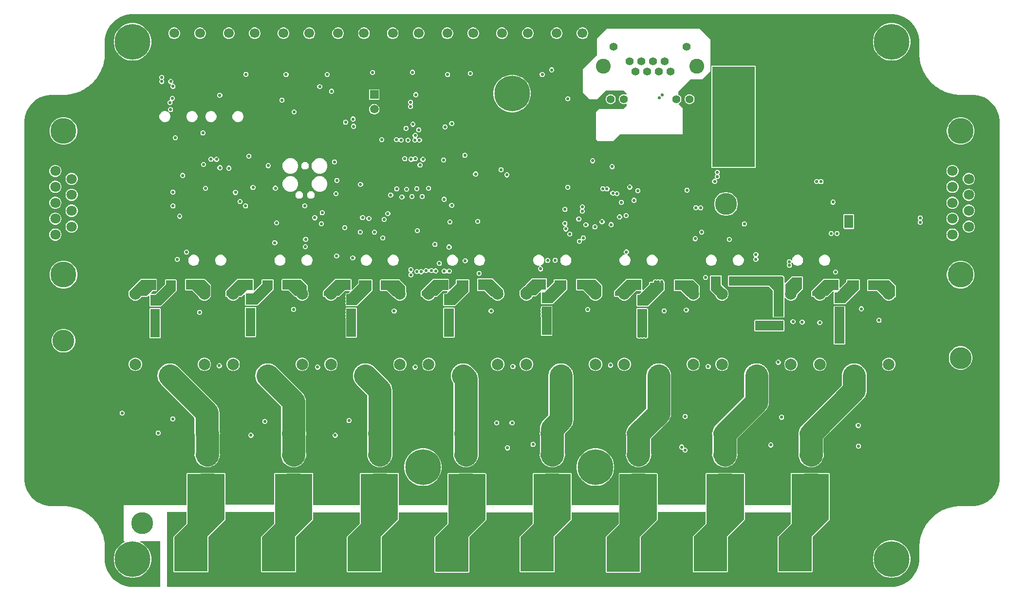
<source format=gbr>
%TF.GenerationSoftware,Altium Limited,Altium Designer,23.11.1 (41)*%
G04 Layer_Physical_Order=5*
G04 Layer_Color=16440176*
%FSLAX45Y45*%
%MOMM*%
%TF.SameCoordinates,42F4153E-1698-40C0-8701-72EE62771F10*%
%TF.FilePolarity,Positive*%
%TF.FileFunction,Copper,L5,Inr,Signal*%
%TF.Part,Single*%
G01*
G75*
%TA.AperFunction,Conductor*%
%ADD63C,4.00000*%
%ADD66R,1.50000X2.30000*%
%TA.AperFunction,ComponentPad*%
%ADD73C,6.20000*%
%TA.AperFunction,ViaPad*%
%ADD74C,3.80000*%
%TA.AperFunction,ComponentPad*%
%ADD75C,2.00000*%
%ADD76C,4.50000*%
%ADD77C,1.80000*%
%ADD78R,1.50000X1.50000*%
%ADD79C,1.50000*%
%ADD80C,2.60000*%
%ADD81C,1.40000*%
%ADD82C,2.20000*%
%ADD83C,1.70000*%
%ADD84O,2.00000X3.00000*%
%ADD85O,4.10000X2.00000*%
%TA.AperFunction,ViaPad*%
%ADD86C,0.55000*%
G36*
X15193768Y9971403D02*
X15254495Y9955131D01*
X15312582Y9931071D01*
X15367027Y9899637D01*
X15416907Y9861364D01*
X15461363Y9816907D01*
X15499637Y9767028D01*
X15531071Y9712582D01*
X15555132Y9654495D01*
X15571404Y9593768D01*
X15579610Y9531435D01*
Y9500000D01*
Y9300000D01*
X15579659Y9299751D01*
X15579616Y9299500D01*
X15580460Y9265152D01*
X15580624Y9264410D01*
X15580551Y9263654D01*
X15587283Y9195290D01*
X15587578Y9194322D01*
Y9193310D01*
X15600980Y9125936D01*
X15601367Y9125001D01*
X15601466Y9123994D01*
X15621407Y9058258D01*
X15621883Y9057366D01*
X15622081Y9056374D01*
X15648369Y8992908D01*
X15648930Y8992067D01*
X15649225Y8991099D01*
X15681607Y8930516D01*
X15682248Y8929734D01*
X15682635Y8928800D01*
X15720799Y8871682D01*
X15721516Y8870967D01*
X15721992Y8870075D01*
X15765572Y8816973D01*
X15766354Y8816332D01*
X15766916Y8815490D01*
X15815491Y8766916D01*
X15816331Y8766354D01*
X15816972Y8765572D01*
X15870074Y8721992D01*
X15870967Y8721516D01*
X15871683Y8720800D01*
X15928799Y8682636D01*
X15929733Y8682249D01*
X15930516Y8681607D01*
X15991100Y8649225D01*
X15992067Y8648931D01*
X15992908Y8648369D01*
X16056374Y8622081D01*
X16057365Y8621883D01*
X16058258Y8621407D01*
X16123994Y8601466D01*
X16125002Y8601367D01*
X16125935Y8600979D01*
X16193311Y8587578D01*
X16194322D01*
X16195290Y8587284D01*
X16263654Y8580551D01*
X16264410Y8580625D01*
X16265152Y8580459D01*
X16299500Y8579616D01*
X16299750Y8579659D01*
X16300000Y8579609D01*
X16531435D01*
X16593768Y8571403D01*
X16654495Y8555131D01*
X16712582Y8531071D01*
X16767027Y8499637D01*
X16816907Y8461364D01*
X16861363Y8416907D01*
X16899637Y8367028D01*
X16931071Y8312582D01*
X16955132Y8254495D01*
X16971404Y8193768D01*
X16979610Y8131435D01*
Y8100000D01*
Y1900000D01*
Y1868564D01*
X16971404Y1806232D01*
X16955132Y1745503D01*
X16931071Y1687418D01*
X16899637Y1632972D01*
X16861365Y1583094D01*
X16816907Y1538637D01*
X16767027Y1500363D01*
X16712582Y1468929D01*
X16654495Y1444868D01*
X16593768Y1428597D01*
X16531435Y1420391D01*
X16300000D01*
X16299750Y1420341D01*
X16299500Y1420385D01*
X16265152Y1419541D01*
X16264410Y1419375D01*
X16263654Y1419449D01*
X16195290Y1412716D01*
X16194322Y1412422D01*
X16193311D01*
X16125935Y1399020D01*
X16125002Y1398633D01*
X16123994Y1398534D01*
X16058258Y1378593D01*
X16057365Y1378116D01*
X16056374Y1377919D01*
X15992908Y1351631D01*
X15992067Y1351069D01*
X15991100Y1350775D01*
X15930516Y1318393D01*
X15929733Y1317751D01*
X15928799Y1317364D01*
X15871683Y1279199D01*
X15870967Y1278484D01*
X15870074Y1278007D01*
X15816972Y1234428D01*
X15816331Y1233646D01*
X15815491Y1233084D01*
X15766916Y1184510D01*
X15766354Y1183668D01*
X15765572Y1183027D01*
X15721992Y1129925D01*
X15721516Y1129033D01*
X15720799Y1128318D01*
X15682635Y1071200D01*
X15682249Y1070265D01*
X15681607Y1069484D01*
X15649225Y1008901D01*
X15648930Y1007933D01*
X15648369Y1007092D01*
X15622081Y943626D01*
X15621883Y942634D01*
X15621407Y941742D01*
X15601466Y876005D01*
X15601367Y874999D01*
X15600980Y874064D01*
X15587578Y806689D01*
Y805678D01*
X15587283Y804710D01*
X15580551Y736346D01*
X15580624Y735590D01*
X15580460Y734848D01*
X15579616Y700501D01*
X15579659Y700250D01*
X15579610Y700000D01*
Y500000D01*
Y468564D01*
X15571404Y406232D01*
X15555132Y345503D01*
X15531071Y287418D01*
X15499637Y232972D01*
X15461365Y183094D01*
X15416907Y138637D01*
X15367027Y100363D01*
X15312582Y68929D01*
X15254495Y44868D01*
X15193768Y28597D01*
X15131435Y20391D01*
X2500000D01*
Y930000D01*
Y1320000D01*
X2838686D01*
Y1121757D01*
X2618465Y901535D01*
X2614928Y896243D01*
X2613686Y890000D01*
X2613687Y889999D01*
Y285000D01*
X2614928Y278757D01*
X2618465Y273465D01*
X2623757Y269928D01*
X2630000Y268687D01*
X3199999D01*
X3200000Y268686D01*
X3206243Y269928D01*
X3211535Y273465D01*
X3211536Y273465D01*
X3216535Y278465D01*
X3220072Y283757D01*
X3221314Y290000D01*
X3221313Y290001D01*
Y888243D01*
X3511536Y1178465D01*
X3515072Y1183757D01*
X3516314Y1190000D01*
X3516314Y1190001D01*
Y1320000D01*
X4363686D01*
Y1121757D01*
X4143465Y901535D01*
X4139928Y896243D01*
X4138686Y890000D01*
X4138687Y889999D01*
Y285000D01*
X4139928Y278757D01*
X4143465Y273465D01*
X4148757Y269928D01*
X4155000Y268687D01*
X4724999D01*
X4725000Y268686D01*
X4731243Y269928D01*
X4736535Y273465D01*
X4736536Y273465D01*
X4741535Y278465D01*
X4745072Y283757D01*
X4746314Y290000D01*
X4746313Y290001D01*
Y888243D01*
X5036536Y1178465D01*
X5040072Y1183757D01*
X5041314Y1190000D01*
X5041314Y1190001D01*
Y1310000D01*
X5853687D01*
Y1121757D01*
X5633465Y901535D01*
X5629929Y896243D01*
X5628686Y890000D01*
X5628687Y889999D01*
Y285000D01*
X5629929Y278757D01*
X5633465Y273465D01*
X5638757Y269928D01*
X5645000Y268687D01*
X6214999D01*
X6215000Y268686D01*
X6221243Y269928D01*
X6226535Y273465D01*
X6226536Y273465D01*
X6231535Y278465D01*
X6235072Y283757D01*
X6236314Y290000D01*
X6236313Y290001D01*
Y888243D01*
X6526536Y1178465D01*
X6530072Y1183757D01*
X6531314Y1190000D01*
X6531314Y1190001D01*
Y1310000D01*
X7373687D01*
Y1116757D01*
X7153465Y896535D01*
X7149929Y891243D01*
X7148686Y885000D01*
X7148687Y884999D01*
Y280000D01*
X7149929Y273757D01*
X7153465Y268465D01*
X7158757Y264928D01*
X7165000Y263687D01*
X7734999D01*
X7735000Y263686D01*
X7741243Y264928D01*
X7746535Y268465D01*
X7746536Y268465D01*
X7751535Y273465D01*
X7755072Y278757D01*
X7756314Y285000D01*
X7756313Y285001D01*
Y883243D01*
X8046536Y1173465D01*
X8050072Y1178757D01*
X8051314Y1185000D01*
X8051314Y1185001D01*
Y1310000D01*
X8858687D01*
Y1121757D01*
X8638465Y901535D01*
X8634929Y896243D01*
X8633687Y890000D01*
X8633687Y889999D01*
Y285000D01*
X8634929Y278757D01*
X8638465Y273465D01*
X8643757Y269928D01*
X8650000Y268687D01*
X9219999D01*
X9220000Y268686D01*
X9226243Y269928D01*
X9231536Y273465D01*
X9231536Y273465D01*
X9236536Y278465D01*
X9240072Y283757D01*
X9241314Y290000D01*
X9241313Y290001D01*
Y888243D01*
X9531536Y1178465D01*
X9535072Y1183757D01*
X9536314Y1190000D01*
X9536314Y1190001D01*
Y1310000D01*
X10353687D01*
Y1116757D01*
X10133465Y896535D01*
X10129929Y891243D01*
X10128687Y885000D01*
X10128687Y884999D01*
Y280000D01*
X10129929Y273757D01*
X10133465Y268465D01*
X10138757Y264928D01*
X10145000Y263687D01*
X10714999D01*
X10715000Y263686D01*
X10721243Y264928D01*
X10726536Y268465D01*
X10726536Y268465D01*
X10731536Y273465D01*
X10735072Y278757D01*
X10736314Y285000D01*
X10736314Y285001D01*
Y883243D01*
X11026536Y1173465D01*
X11030072Y1178757D01*
X11031314Y1185000D01*
X11031314Y1185001D01*
Y1320000D01*
X11868687D01*
Y1121757D01*
X11648465Y901535D01*
X11644929Y896243D01*
X11643687Y890000D01*
X11643687Y889999D01*
Y285000D01*
X11644929Y278757D01*
X11648465Y273465D01*
X11653757Y269928D01*
X11660000Y268687D01*
X12229999D01*
X12230000Y268686D01*
X12236243Y269928D01*
X12241536Y273465D01*
X12241536Y273465D01*
X12246536Y278465D01*
X12250072Y283757D01*
X12251314Y290000D01*
X12251314Y290001D01*
Y888243D01*
X12541536Y1178465D01*
X12545072Y1183757D01*
X12546314Y1190000D01*
X12546314Y1190001D01*
Y1310000D01*
X13343687D01*
Y1121757D01*
X13123465Y901535D01*
X13119930Y896243D01*
X13118686Y890000D01*
X13118687Y889999D01*
Y285000D01*
X13119930Y278757D01*
X13123465Y273465D01*
X13128757Y269928D01*
X13135001Y268687D01*
X13704999D01*
X13705000Y268686D01*
X13711243Y269928D01*
X13716534Y273465D01*
X13716536Y273465D01*
X13721535Y278465D01*
X13725072Y283757D01*
X13726314Y290000D01*
X13726312Y290001D01*
Y888243D01*
X14016536Y1178465D01*
X14020071Y1183757D01*
X14021313Y1190000D01*
X14021313Y1190001D01*
Y1985000D01*
X14020071Y1991243D01*
X14016536Y1996536D01*
X14011243Y2000072D01*
X14005000Y2001313D01*
X13810222D01*
X13805000Y2002001D01*
X13595000D01*
X13589778Y2001313D01*
X13360001D01*
X13353757Y2000072D01*
X13348465Y1996536D01*
X13344928Y1991243D01*
X13343687Y1985000D01*
Y1440000D01*
X12546314D01*
Y1985000D01*
X12545072Y1991243D01*
X12541536Y1996536D01*
X12536243Y2000072D01*
X12530000Y2001313D01*
X12310222D01*
X12305000Y2002001D01*
X12095000D01*
X12089778Y2001313D01*
X11885000D01*
X11878757Y2000072D01*
X11873465Y1996536D01*
X11869929Y1991243D01*
X11868687Y1985000D01*
Y1450000D01*
X11031314D01*
Y1980000D01*
X11030072Y1986243D01*
X11026536Y1991536D01*
X11021243Y1995072D01*
X11015000Y1996314D01*
X10839388D01*
X10835282Y1998014D01*
X10805000Y2002001D01*
X10595000D01*
X10564718Y1998014D01*
X10560612Y1996314D01*
X10370000D01*
X10363757Y1995072D01*
X10358465Y1991536D01*
X10354928Y1986243D01*
X10353687Y1980000D01*
Y1440000D01*
X9536314D01*
Y1985000D01*
X9535072Y1991243D01*
X9531536Y1996536D01*
X9526243Y2000072D01*
X9520000Y2001313D01*
X9310222D01*
X9305000Y2002001D01*
X9095000D01*
X9089778Y2001313D01*
X8875000D01*
X8868757Y2000072D01*
X8863465Y1996536D01*
X8859928Y1991243D01*
X8858687Y1985000D01*
Y1440000D01*
X8051314D01*
Y1980000D01*
X8050072Y1986243D01*
X8046536Y1991536D01*
X8041243Y1995072D01*
X8035000Y1996314D01*
X7839388D01*
X7835282Y1998014D01*
X7805000Y2002001D01*
X7595000D01*
X7564718Y1998014D01*
X7560612Y1996314D01*
X7390000D01*
X7383757Y1995072D01*
X7378465Y1991536D01*
X7374928Y1986243D01*
X7373687Y1980000D01*
Y1440000D01*
X6531314D01*
Y1985000D01*
X6530072Y1991243D01*
X6526536Y1996536D01*
X6521243Y2000072D01*
X6515000Y2001313D01*
X6310222D01*
X6305000Y2002001D01*
X6095000D01*
X6089778Y2001313D01*
X5870000D01*
X5863757Y2000072D01*
X5858465Y1996536D01*
X5854928Y1991243D01*
X5853687Y1985000D01*
Y1440000D01*
X5041314D01*
Y1985000D01*
X5040072Y1991243D01*
X5036536Y1996536D01*
X5031243Y2000072D01*
X5025000Y2001313D01*
X4810222D01*
X4805000Y2002001D01*
X4595000D01*
X4589778Y2001313D01*
X4380000D01*
X4373757Y2000072D01*
X4368464Y1996536D01*
X4364928Y1991243D01*
X4363686Y1985000D01*
Y1450000D01*
X3516314D01*
Y1985000D01*
X3515072Y1991243D01*
X3511536Y1996536D01*
X3506243Y2000072D01*
X3500000Y2001313D01*
X3310222D01*
X3305000Y2002001D01*
X3095000D01*
X3089778Y2001313D01*
X2855000D01*
X2848757Y2000072D01*
X2843464Y1996536D01*
X2839928Y1991243D01*
X2838686Y1985000D01*
Y1440000D01*
X1750000D01*
Y810000D01*
X1762358D01*
X1765407Y797300D01*
X1729139Y778820D01*
X1687625Y748659D01*
X1651341Y712375D01*
X1621180Y670861D01*
X1597884Y625140D01*
X1582027Y576338D01*
X1574000Y525657D01*
Y474343D01*
X1582027Y423662D01*
X1597884Y374860D01*
X1621180Y329139D01*
X1651341Y287625D01*
X1687625Y251341D01*
X1729139Y221180D01*
X1774860Y197884D01*
X1823662Y182027D01*
X1874343Y174000D01*
X1925657D01*
X1976338Y182027D01*
X2025140Y197884D01*
X2070861Y221180D01*
X2112375Y251341D01*
X2148659Y287625D01*
X2178820Y329139D01*
X2202116Y374860D01*
X2217973Y423662D01*
X2226000Y474343D01*
Y525657D01*
X2217973Y576338D01*
X2202116Y625140D01*
X2178820Y670861D01*
X2148659Y712375D01*
X2112375Y748659D01*
X2070861Y778820D01*
X2034593Y797300D01*
X2037642Y810000D01*
X2380000D01*
Y20391D01*
X1868564D01*
X1806232Y28597D01*
X1745503Y44869D01*
X1687418Y68929D01*
X1632972Y100363D01*
X1583094Y138636D01*
X1538637Y183093D01*
X1500363Y232972D01*
X1468929Y287418D01*
X1444868Y345505D01*
X1428597Y406232D01*
X1420391Y468564D01*
Y500000D01*
Y700000D01*
X1420341Y700250D01*
X1420385Y700501D01*
X1419541Y734848D01*
X1419375Y735590D01*
X1419449Y736346D01*
X1412716Y804710D01*
X1412422Y805678D01*
Y806690D01*
X1399020Y874064D01*
X1398633Y874999D01*
X1398534Y876005D01*
X1378593Y941742D01*
X1378116Y942634D01*
X1377919Y943626D01*
X1351631Y1007092D01*
X1351069Y1007933D01*
X1350775Y1008901D01*
X1318393Y1069484D01*
X1317751Y1070265D01*
X1317364Y1071200D01*
X1279199Y1128318D01*
X1278484Y1129033D01*
X1278007Y1129925D01*
X1234428Y1183027D01*
X1233646Y1183668D01*
X1233084Y1184510D01*
X1184510Y1233084D01*
X1183668Y1233646D01*
X1183027Y1234428D01*
X1129925Y1278007D01*
X1129033Y1278484D01*
X1128318Y1279199D01*
X1071200Y1317364D01*
X1070265Y1317751D01*
X1069484Y1318393D01*
X1008901Y1350775D01*
X1007933Y1351068D01*
X1007092Y1351631D01*
X943626Y1377919D01*
X942634Y1378116D01*
X941742Y1378593D01*
X876005Y1398534D01*
X874999Y1398633D01*
X874064Y1399020D01*
X806689Y1412422D01*
X805678D01*
X804710Y1412716D01*
X736346Y1419449D01*
X735590Y1419375D01*
X734848Y1419541D01*
X700501Y1420385D01*
X700250Y1420341D01*
X700000Y1420391D01*
X468564D01*
X406232Y1428597D01*
X345503Y1444869D01*
X287418Y1468929D01*
X232972Y1500363D01*
X183094Y1538636D01*
X138637Y1583093D01*
X100363Y1632972D01*
X68929Y1687418D01*
X44868Y1745505D01*
X28597Y1806232D01*
X20391Y1868564D01*
Y1900000D01*
Y8100000D01*
Y8131435D01*
X28597Y8193768D01*
X44869Y8254496D01*
X68929Y8312582D01*
X100363Y8367028D01*
X138636Y8416906D01*
X183093Y8461363D01*
X232972Y8499637D01*
X287418Y8531071D01*
X345505Y8555131D01*
X406232Y8571403D01*
X468564Y8579609D01*
X700000D01*
X700250Y8579659D01*
X700501Y8579616D01*
X734848Y8580459D01*
X735590Y8580625D01*
X736346Y8580551D01*
X804710Y8587284D01*
X805678Y8587578D01*
X806690D01*
X874064Y8600979D01*
X874999Y8601367D01*
X876005Y8601466D01*
X941742Y8621407D01*
X942634Y8621883D01*
X943626Y8622081D01*
X1007092Y8648369D01*
X1007933Y8648931D01*
X1008901Y8649225D01*
X1069484Y8681607D01*
X1070265Y8682248D01*
X1071200Y8682636D01*
X1128318Y8720800D01*
X1129033Y8721516D01*
X1129925Y8721992D01*
X1183027Y8765572D01*
X1183668Y8766354D01*
X1184510Y8766916D01*
X1233084Y8815490D01*
X1233646Y8816331D01*
X1234428Y8816973D01*
X1278007Y8870075D01*
X1278484Y8870967D01*
X1279199Y8871682D01*
X1317364Y8928800D01*
X1317751Y8929734D01*
X1318393Y8930516D01*
X1350775Y8991099D01*
X1351068Y8992067D01*
X1351631Y8992908D01*
X1377919Y9056374D01*
X1378116Y9057366D01*
X1378593Y9058258D01*
X1398534Y9123994D01*
X1398633Y9125001D01*
X1399020Y9125936D01*
X1412422Y9193311D01*
Y9194322D01*
X1412716Y9195290D01*
X1419449Y9263654D01*
X1419375Y9264410D01*
X1419541Y9265152D01*
X1420385Y9299500D01*
X1420341Y9299751D01*
X1420391Y9300000D01*
Y9500000D01*
Y9531435D01*
X1428597Y9593768D01*
X1444869Y9654496D01*
X1468929Y9712582D01*
X1500363Y9767028D01*
X1538636Y9816906D01*
X1583093Y9861363D01*
X1632972Y9899637D01*
X1687418Y9931071D01*
X1745505Y9955131D01*
X1806232Y9971403D01*
X1868564Y9979609D01*
X15131435D01*
X15193768Y9971403D01*
D02*
G37*
G36*
X14005000Y1190000D02*
X13710001Y895000D01*
Y290000D01*
X13705000Y285000D01*
X13135001D01*
Y890000D01*
X13360001Y1115000D01*
Y1310000D01*
Y1440000D01*
Y1985000D01*
X14005000D01*
Y1190000D01*
D02*
G37*
G36*
X12530000Y1440000D02*
X12530000D01*
Y1310000D01*
X12530000D01*
Y1190000D01*
X12235000Y895000D01*
Y290000D01*
X12230000Y285000D01*
X11660000D01*
Y890000D01*
X11885000Y1115000D01*
Y1985000D01*
X12530000D01*
Y1440000D01*
D02*
G37*
G36*
X9520000D02*
X9520000D01*
Y1310000D01*
X9520000D01*
Y1190000D01*
X9225000Y895000D01*
Y290000D01*
X9220000Y285000D01*
X8650000D01*
Y890000D01*
X8875000Y1115000D01*
Y1985000D01*
X9520000D01*
Y1440000D01*
D02*
G37*
G36*
X6515000Y1190000D02*
X6220000Y895000D01*
Y290000D01*
X6215000Y285000D01*
X5645000D01*
Y890000D01*
X5870000Y1115000D01*
Y1310000D01*
Y1440000D01*
Y1985000D01*
X6515000D01*
Y1190000D01*
D02*
G37*
G36*
X5025000D02*
X4730000Y895000D01*
Y290000D01*
X4725000Y285000D01*
X4155000D01*
Y890000D01*
X4380000Y1115000D01*
Y1320000D01*
Y1450000D01*
Y1985000D01*
X5025000D01*
Y1190000D01*
D02*
G37*
G36*
X3500000Y1450000D02*
Y1320000D01*
Y1190000D01*
X3205000Y895000D01*
Y290000D01*
X3200000Y285000D01*
X2630000D01*
Y890000D01*
X2855000Y1115000D01*
Y1985000D01*
X3500000D01*
Y1450000D01*
D02*
G37*
G36*
X11015000Y1185000D02*
X10720000Y890000D01*
Y285000D01*
X10715000Y280000D01*
X10145000D01*
Y885000D01*
X10370000Y1110000D01*
Y1310000D01*
Y1440000D01*
Y1980000D01*
X11015000D01*
Y1185000D01*
D02*
G37*
G36*
X8035000D02*
X7740000Y890000D01*
Y285000D01*
X7735000Y280000D01*
X7165000D01*
Y885000D01*
X7390000Y1110000D01*
Y1310000D01*
Y1440000D01*
Y1980000D01*
X8035000D01*
Y1185000D01*
D02*
G37*
%LPC*%
G36*
X9738297Y9751000D02*
X9711703D01*
X9686016Y9744117D01*
X9662985Y9730820D01*
X9644180Y9712015D01*
X9630883Y9688984D01*
X9624000Y9663297D01*
Y9636703D01*
X9630883Y9611016D01*
X9644180Y9587985D01*
X9662985Y9569180D01*
X9686016Y9555883D01*
X9711703Y9549000D01*
X9738297D01*
X9763985Y9555883D01*
X9787015Y9569180D01*
X9805820Y9587985D01*
X9819117Y9611016D01*
X9826000Y9636703D01*
Y9663297D01*
X9819117Y9688984D01*
X9805820Y9712015D01*
X9787015Y9730820D01*
X9763985Y9744117D01*
X9738297Y9751000D01*
D02*
G37*
G36*
X9288297D02*
X9261703D01*
X9236016Y9744117D01*
X9212985Y9730820D01*
X9194180Y9712015D01*
X9180883Y9688984D01*
X9174000Y9663297D01*
Y9636703D01*
X9180883Y9611016D01*
X9194180Y9587985D01*
X9212985Y9569180D01*
X9236016Y9555883D01*
X9261703Y9549000D01*
X9288297D01*
X9313984Y9555883D01*
X9337015Y9569180D01*
X9355820Y9587985D01*
X9369117Y9611016D01*
X9376000Y9636703D01*
Y9663297D01*
X9369117Y9688984D01*
X9355820Y9712015D01*
X9337015Y9730820D01*
X9313984Y9744117D01*
X9288297Y9751000D01*
D02*
G37*
G36*
X8788297D02*
X8761703D01*
X8736016Y9744117D01*
X8712985Y9730820D01*
X8694180Y9712015D01*
X8680883Y9688984D01*
X8674000Y9663297D01*
Y9636703D01*
X8680883Y9611016D01*
X8694180Y9587985D01*
X8712985Y9569180D01*
X8736016Y9555883D01*
X8761703Y9549000D01*
X8788297D01*
X8813984Y9555883D01*
X8837015Y9569180D01*
X8855820Y9587985D01*
X8869117Y9611016D01*
X8876000Y9636703D01*
Y9663297D01*
X8869117Y9688984D01*
X8855820Y9712015D01*
X8837015Y9730820D01*
X8813984Y9744117D01*
X8788297Y9751000D01*
D02*
G37*
G36*
X8338297D02*
X8311703D01*
X8286015Y9744117D01*
X8262984Y9730820D01*
X8244180Y9712015D01*
X8230883Y9688984D01*
X8224000Y9663297D01*
Y9636703D01*
X8230883Y9611016D01*
X8244180Y9587985D01*
X8262984Y9569180D01*
X8286015Y9555883D01*
X8311703Y9549000D01*
X8338297D01*
X8363984Y9555883D01*
X8387015Y9569180D01*
X8405820Y9587985D01*
X8419117Y9611016D01*
X8426000Y9636703D01*
Y9663297D01*
X8419117Y9688984D01*
X8405820Y9712015D01*
X8387015Y9730820D01*
X8363984Y9744117D01*
X8338297Y9751000D01*
D02*
G37*
G36*
X7838297D02*
X7811703D01*
X7786016Y9744117D01*
X7762985Y9730820D01*
X7744180Y9712015D01*
X7730883Y9688984D01*
X7724000Y9663297D01*
Y9636703D01*
X7730883Y9611016D01*
X7744180Y9587985D01*
X7762985Y9569180D01*
X7786016Y9555883D01*
X7811703Y9549000D01*
X7838297D01*
X7863985Y9555883D01*
X7887015Y9569180D01*
X7905820Y9587985D01*
X7919117Y9611016D01*
X7926000Y9636703D01*
Y9663297D01*
X7919117Y9688984D01*
X7905820Y9712015D01*
X7887015Y9730820D01*
X7863985Y9744117D01*
X7838297Y9751000D01*
D02*
G37*
G36*
X7388297D02*
X7361703D01*
X7336016Y9744117D01*
X7312985Y9730820D01*
X7294180Y9712015D01*
X7280883Y9688984D01*
X7274000Y9663297D01*
Y9636703D01*
X7280883Y9611016D01*
X7294180Y9587985D01*
X7312985Y9569180D01*
X7336016Y9555883D01*
X7361703Y9549000D01*
X7388297D01*
X7413984Y9555883D01*
X7437015Y9569180D01*
X7455820Y9587985D01*
X7469117Y9611016D01*
X7476000Y9636703D01*
Y9663297D01*
X7469117Y9688984D01*
X7455820Y9712015D01*
X7437015Y9730820D01*
X7413984Y9744117D01*
X7388297Y9751000D01*
D02*
G37*
G36*
X6888297D02*
X6861703D01*
X6836016Y9744117D01*
X6812985Y9730820D01*
X6794180Y9712015D01*
X6780883Y9688984D01*
X6774000Y9663297D01*
Y9636703D01*
X6780883Y9611016D01*
X6794180Y9587985D01*
X6812985Y9569180D01*
X6836016Y9555883D01*
X6861703Y9549000D01*
X6888297D01*
X6913984Y9555883D01*
X6937015Y9569180D01*
X6955820Y9587985D01*
X6969117Y9611016D01*
X6976000Y9636703D01*
Y9663297D01*
X6969117Y9688984D01*
X6955820Y9712015D01*
X6937015Y9730820D01*
X6913984Y9744117D01*
X6888297Y9751000D01*
D02*
G37*
G36*
X6438297D02*
X6411703D01*
X6386015Y9744117D01*
X6362984Y9730820D01*
X6344180Y9712015D01*
X6330883Y9688984D01*
X6324000Y9663297D01*
Y9636703D01*
X6330883Y9611016D01*
X6344180Y9587985D01*
X6362984Y9569180D01*
X6386015Y9555883D01*
X6411703Y9549000D01*
X6438297D01*
X6463984Y9555883D01*
X6487015Y9569180D01*
X6505820Y9587985D01*
X6519117Y9611016D01*
X6526000Y9636703D01*
Y9663297D01*
X6519117Y9688984D01*
X6505820Y9712015D01*
X6487015Y9730820D01*
X6463984Y9744117D01*
X6438297Y9751000D01*
D02*
G37*
G36*
X5938297D02*
X5911703D01*
X5886016Y9744117D01*
X5862985Y9730820D01*
X5844180Y9712015D01*
X5830883Y9688984D01*
X5824000Y9663297D01*
Y9636703D01*
X5830883Y9611016D01*
X5844180Y9587985D01*
X5862985Y9569180D01*
X5886016Y9555883D01*
X5911703Y9549000D01*
X5938297D01*
X5963985Y9555883D01*
X5987015Y9569180D01*
X6005820Y9587985D01*
X6019117Y9611016D01*
X6026000Y9636703D01*
Y9663297D01*
X6019117Y9688984D01*
X6005820Y9712015D01*
X5987015Y9730820D01*
X5963985Y9744117D01*
X5938297Y9751000D01*
D02*
G37*
G36*
X5488297D02*
X5461703D01*
X5436016Y9744117D01*
X5412985Y9730820D01*
X5394180Y9712015D01*
X5380883Y9688984D01*
X5374000Y9663297D01*
Y9636703D01*
X5380883Y9611016D01*
X5394180Y9587985D01*
X5412985Y9569180D01*
X5436016Y9555883D01*
X5461703Y9549000D01*
X5488297D01*
X5513984Y9555883D01*
X5537015Y9569180D01*
X5555820Y9587985D01*
X5569117Y9611016D01*
X5576000Y9636703D01*
Y9663297D01*
X5569117Y9688984D01*
X5555820Y9712015D01*
X5537015Y9730820D01*
X5513984Y9744117D01*
X5488297Y9751000D01*
D02*
G37*
G36*
X4988297D02*
X4961703D01*
X4936016Y9744117D01*
X4912985Y9730820D01*
X4894180Y9712015D01*
X4880883Y9688984D01*
X4874000Y9663297D01*
Y9636703D01*
X4880883Y9611016D01*
X4894180Y9587985D01*
X4912985Y9569180D01*
X4936016Y9555883D01*
X4961703Y9549000D01*
X4988297D01*
X5013984Y9555883D01*
X5037015Y9569180D01*
X5055820Y9587985D01*
X5069117Y9611016D01*
X5076000Y9636703D01*
Y9663297D01*
X5069117Y9688984D01*
X5055820Y9712015D01*
X5037015Y9730820D01*
X5013984Y9744117D01*
X4988297Y9751000D01*
D02*
G37*
G36*
X4538297D02*
X4511703D01*
X4486015Y9744117D01*
X4462984Y9730820D01*
X4444180Y9712015D01*
X4430883Y9688984D01*
X4424000Y9663297D01*
Y9636703D01*
X4430883Y9611016D01*
X4444180Y9587985D01*
X4462984Y9569180D01*
X4486015Y9555883D01*
X4511703Y9549000D01*
X4538297D01*
X4563984Y9555883D01*
X4587015Y9569180D01*
X4605820Y9587985D01*
X4619117Y9611016D01*
X4626000Y9636703D01*
Y9663297D01*
X4619117Y9688984D01*
X4605820Y9712015D01*
X4587015Y9730820D01*
X4563984Y9744117D01*
X4538297Y9751000D01*
D02*
G37*
G36*
X4038297D02*
X4011703D01*
X3986016Y9744117D01*
X3962985Y9730820D01*
X3944180Y9712015D01*
X3930883Y9688984D01*
X3924000Y9663297D01*
Y9636703D01*
X3930883Y9611016D01*
X3944180Y9587985D01*
X3962985Y9569180D01*
X3986016Y9555883D01*
X4011703Y9549000D01*
X4038297D01*
X4063985Y9555883D01*
X4087015Y9569180D01*
X4105820Y9587985D01*
X4119117Y9611016D01*
X4126000Y9636703D01*
Y9663297D01*
X4119117Y9688984D01*
X4105820Y9712015D01*
X4087015Y9730820D01*
X4063985Y9744117D01*
X4038297Y9751000D01*
D02*
G37*
G36*
X3588297D02*
X3561703D01*
X3536016Y9744117D01*
X3512985Y9730820D01*
X3494180Y9712015D01*
X3480883Y9688984D01*
X3474000Y9663297D01*
Y9636703D01*
X3480883Y9611016D01*
X3494180Y9587985D01*
X3512985Y9569180D01*
X3536016Y9555883D01*
X3561703Y9549000D01*
X3588297D01*
X3613984Y9555883D01*
X3637015Y9569180D01*
X3655820Y9587985D01*
X3669117Y9611016D01*
X3676000Y9636703D01*
Y9663297D01*
X3669117Y9688984D01*
X3655820Y9712015D01*
X3637015Y9730820D01*
X3613984Y9744117D01*
X3588297Y9751000D01*
D02*
G37*
G36*
X3088297D02*
X3061703D01*
X3036016Y9744117D01*
X3012985Y9730820D01*
X2994180Y9712015D01*
X2980883Y9688984D01*
X2974000Y9663297D01*
Y9636703D01*
X2980883Y9611016D01*
X2994180Y9587985D01*
X3012985Y9569180D01*
X3036016Y9555883D01*
X3061703Y9549000D01*
X3088297D01*
X3113984Y9555883D01*
X3137015Y9569180D01*
X3155820Y9587985D01*
X3169117Y9611016D01*
X3176000Y9636703D01*
Y9663297D01*
X3169117Y9688984D01*
X3155820Y9712015D01*
X3137015Y9730820D01*
X3113984Y9744117D01*
X3088297Y9751000D01*
D02*
G37*
G36*
X2638297D02*
X2611703D01*
X2586015Y9744117D01*
X2562984Y9730820D01*
X2544180Y9712015D01*
X2530883Y9688984D01*
X2524000Y9663297D01*
Y9636703D01*
X2530883Y9611016D01*
X2544180Y9587985D01*
X2562984Y9569180D01*
X2586015Y9555883D01*
X2611703Y9549000D01*
X2638297D01*
X2663984Y9555883D01*
X2687015Y9569180D01*
X2705820Y9587985D01*
X2719117Y9611016D01*
X2726000Y9636703D01*
Y9663297D01*
X2719117Y9688984D01*
X2705820Y9712015D01*
X2687015Y9730820D01*
X2663984Y9744117D01*
X2638297Y9751000D01*
D02*
G37*
G36*
X15125658Y9826000D02*
X15074342D01*
X15023662Y9817973D01*
X14974860Y9802116D01*
X14929140Y9778820D01*
X14887625Y9748659D01*
X14851341Y9712375D01*
X14821181Y9670861D01*
X14797884Y9625141D01*
X14782027Y9576338D01*
X14774001Y9525657D01*
Y9474343D01*
X14782027Y9423662D01*
X14797884Y9374860D01*
X14821181Y9329139D01*
X14851341Y9287625D01*
X14887625Y9251341D01*
X14929140Y9221180D01*
X14974860Y9197884D01*
X15023662Y9182027D01*
X15074342Y9174000D01*
X15125658D01*
X15176338Y9182027D01*
X15225140Y9197884D01*
X15270860Y9221180D01*
X15312375Y9251341D01*
X15348659Y9287625D01*
X15378819Y9329139D01*
X15402116Y9374860D01*
X15417973Y9423662D01*
X15425999Y9474343D01*
Y9525657D01*
X15417973Y9576338D01*
X15402116Y9625141D01*
X15378819Y9670861D01*
X15348659Y9712375D01*
X15312375Y9748659D01*
X15270860Y9778820D01*
X15225140Y9802116D01*
X15176338Y9817973D01*
X15125658Y9826000D01*
D02*
G37*
G36*
X1925657D02*
X1874343D01*
X1823662Y9817973D01*
X1774860Y9802116D01*
X1729139Y9778820D01*
X1687625Y9748659D01*
X1651341Y9712375D01*
X1621180Y9670861D01*
X1597884Y9625141D01*
X1582027Y9576338D01*
X1574000Y9525657D01*
Y9474343D01*
X1582027Y9423662D01*
X1597884Y9374860D01*
X1621180Y9329139D01*
X1651341Y9287625D01*
X1687625Y9251341D01*
X1729139Y9221180D01*
X1774860Y9197884D01*
X1823662Y9182027D01*
X1874343Y9174000D01*
X1925657D01*
X1976338Y9182027D01*
X2025140Y9197884D01*
X2070861Y9221180D01*
X2112375Y9251341D01*
X2148659Y9287625D01*
X2178820Y9329139D01*
X2202116Y9374860D01*
X2217973Y9423662D01*
X2226000Y9474343D01*
Y9525657D01*
X2217973Y9576338D01*
X2202116Y9625141D01*
X2178820Y9670861D01*
X2148659Y9712375D01*
X2112375Y9748659D01*
X2070861Y9778820D01*
X2025140Y9802116D01*
X1976338Y9817973D01*
X1925657Y9826000D01*
D02*
G37*
G36*
X9198081Y9055712D02*
X9180776D01*
X9164788Y9049089D01*
X9152551Y9036852D01*
X9145929Y9020865D01*
Y9003559D01*
X9152551Y8987571D01*
X9164788Y8975335D01*
X9180776Y8968712D01*
X9198081D01*
X9214069Y8975335D01*
X9226306Y8987571D01*
X9232928Y9003559D01*
Y9020865D01*
X9226306Y9036852D01*
X9214069Y9049089D01*
X9198081Y9055712D01*
D02*
G37*
G36*
X6778653Y9013500D02*
X6761347D01*
X6745359Y9006877D01*
X6733123Y8994641D01*
X6726500Y8978653D01*
Y8961347D01*
X6733123Y8945360D01*
X6745359Y8933123D01*
X6761347Y8926500D01*
X6778653D01*
X6794640Y8933123D01*
X6806877Y8945360D01*
X6813500Y8961347D01*
Y8978653D01*
X6806877Y8994641D01*
X6794640Y9006877D01*
X6778653Y9013500D01*
D02*
G37*
G36*
X6083653Y9008500D02*
X6066347D01*
X6050360Y9001877D01*
X6038123Y8989641D01*
X6031500Y8973653D01*
Y8956347D01*
X6038123Y8940360D01*
X6050360Y8928123D01*
X6066347Y8921500D01*
X6083653D01*
X6099641Y8928123D01*
X6111877Y8940360D01*
X6118500Y8956347D01*
Y8973653D01*
X6111877Y8989641D01*
X6099641Y9001877D01*
X6083653Y9008500D01*
D02*
G37*
G36*
X7782124Y8993077D02*
X7764818D01*
X7748830Y8986454D01*
X7736594Y8974218D01*
X7729971Y8958230D01*
Y8940924D01*
X7736594Y8924937D01*
X7748830Y8912700D01*
X7764818Y8906077D01*
X7782124D01*
X7798111Y8912700D01*
X7810348Y8924937D01*
X7816971Y8940924D01*
Y8958230D01*
X7810348Y8974218D01*
X7798111Y8986454D01*
X7782124Y8993077D01*
D02*
G37*
G36*
X3883653Y8978500D02*
X3866347D01*
X3850360Y8971877D01*
X3838123Y8959640D01*
X3831500Y8943653D01*
Y8926347D01*
X3838123Y8910359D01*
X3850360Y8898123D01*
X3866347Y8891500D01*
X3883653D01*
X3899641Y8898123D01*
X3911877Y8910359D01*
X3918500Y8926347D01*
Y8943653D01*
X3911877Y8959640D01*
X3899641Y8971877D01*
X3883653Y8978500D01*
D02*
G37*
G36*
X9033652Y8973500D02*
X9016347D01*
X9000359Y8966877D01*
X8988122Y8954640D01*
X8981500Y8938653D01*
Y8921347D01*
X8988122Y8905359D01*
X9000359Y8893123D01*
X9016347Y8886500D01*
X9033652D01*
X9049640Y8893123D01*
X9061877Y8905359D01*
X9068499Y8921347D01*
Y8938653D01*
X9061877Y8954640D01*
X9049640Y8966877D01*
X9033652Y8973500D01*
D02*
G37*
G36*
X7388653D02*
X7371347D01*
X7355359Y8966877D01*
X7343123Y8954640D01*
X7336500Y8938653D01*
Y8921347D01*
X7343123Y8905359D01*
X7355359Y8893123D01*
X7371347Y8886500D01*
X7388653D01*
X7404641Y8893123D01*
X7416877Y8905359D01*
X7423500Y8921347D01*
Y8938653D01*
X7416877Y8954640D01*
X7404641Y8966877D01*
X7388653Y8973500D01*
D02*
G37*
G36*
X5293653D02*
X5276347D01*
X5260360Y8966877D01*
X5248123Y8954640D01*
X5241500Y8938653D01*
Y8921347D01*
X5248123Y8905359D01*
X5260360Y8893123D01*
X5276347Y8886500D01*
X5293653D01*
X5309641Y8893123D01*
X5321877Y8905359D01*
X5328500Y8921347D01*
Y8938653D01*
X5321877Y8954640D01*
X5309641Y8966877D01*
X5293653Y8973500D01*
D02*
G37*
G36*
X4578653D02*
X4561347D01*
X4545359Y8966877D01*
X4533123Y8954640D01*
X4526500Y8938653D01*
Y8921347D01*
X4533123Y8905359D01*
X4545359Y8893123D01*
X4561347Y8886500D01*
X4578653D01*
X4594641Y8893123D01*
X4606877Y8905359D01*
X4613500Y8921347D01*
Y8938653D01*
X4606877Y8954640D01*
X4594641Y8966877D01*
X4578653Y8973500D01*
D02*
G37*
G36*
X2418653Y8923500D02*
X2401347D01*
X2385359Y8916877D01*
X2373123Y8904641D01*
X2366500Y8888653D01*
Y8871347D01*
X2373123Y8855359D01*
X2383482Y8845000D01*
X2373123Y8834640D01*
X2366500Y8818653D01*
Y8801347D01*
X2373123Y8785359D01*
X2385359Y8773123D01*
X2401347Y8766500D01*
X2418653D01*
X2434641Y8773123D01*
X2446877Y8785359D01*
X2453500Y8801347D01*
Y8818653D01*
X2446877Y8834640D01*
X2436518Y8845000D01*
X2446877Y8855359D01*
X2453500Y8871347D01*
Y8888653D01*
X2446877Y8904641D01*
X2434641Y8916877D01*
X2418653Y8923500D01*
D02*
G37*
G36*
X2572722Y8853500D02*
X2555417D01*
X2539429Y8846877D01*
X2527192Y8834640D01*
X2520570Y8818653D01*
Y8801347D01*
X2527192Y8785359D01*
X2539429Y8773123D01*
X2555417Y8766500D01*
X2567022D01*
X2572282Y8753800D01*
X2568054Y8749571D01*
X2561431Y8733583D01*
Y8716278D01*
X2568054Y8700290D01*
X2580290Y8688053D01*
X2596278Y8681431D01*
X2613584D01*
X2629571Y8688053D01*
X2641808Y8700290D01*
X2648431Y8716278D01*
Y8733583D01*
X2641808Y8749571D01*
X2629571Y8761808D01*
X2613584Y8768431D01*
X2601978D01*
X2596718Y8781131D01*
X2600947Y8785359D01*
X2607569Y8801347D01*
Y8818653D01*
X2600947Y8834640D01*
X2588710Y8846877D01*
X2572722Y8853500D01*
D02*
G37*
G36*
X5163653Y8763500D02*
X5146347D01*
X5130360Y8756877D01*
X5118123Y8744641D01*
X5111500Y8728653D01*
Y8711347D01*
X5118123Y8695360D01*
X5130360Y8683123D01*
X5146347Y8676500D01*
X5163653D01*
X5179641Y8683123D01*
X5191877Y8695360D01*
X5198500Y8711347D01*
Y8728653D01*
X5191877Y8744641D01*
X5179641Y8756877D01*
X5163653Y8763500D01*
D02*
G37*
G36*
X5368653Y8683500D02*
X5351347D01*
X5335359Y8676877D01*
X5323123Y8664641D01*
X5316500Y8648653D01*
Y8631347D01*
X5323123Y8615359D01*
X5335359Y8603123D01*
X5351347Y8596500D01*
X5368653D01*
X5384640Y8603123D01*
X5396877Y8615359D01*
X5403500Y8631347D01*
Y8648653D01*
X5396877Y8664641D01*
X5384640Y8676877D01*
X5368653Y8683500D01*
D02*
G37*
G36*
X11760000Y9730000D02*
X10150000D01*
X9980000Y9560000D01*
Y9270000D01*
X9730000Y9020000D01*
Y8620000D01*
X9850000Y8500000D01*
X9980000D01*
X10130000Y8650000D01*
X10440000D01*
X10490000Y8600000D01*
Y8587984D01*
X10479001Y8581634D01*
X10476395Y8583139D01*
X10454522Y8589000D01*
X10431878D01*
X10410005Y8583139D01*
X10390395Y8571817D01*
X10374383Y8555805D01*
X10363061Y8536195D01*
X10357200Y8514322D01*
Y8491678D01*
X10363061Y8469805D01*
X10374383Y8450195D01*
X10390395Y8434183D01*
X10410005Y8422860D01*
X10431878Y8417000D01*
X10454522D01*
X10476395Y8422860D01*
X10479001Y8424366D01*
X10490000Y8418015D01*
Y8390000D01*
X10430000Y8330000D01*
X10010000D01*
X9960000Y8280000D01*
Y7800000D01*
X9990000Y7770000D01*
X10260000D01*
X10380000Y7890000D01*
X11470000D01*
Y8350000D01*
X11402047Y8417953D01*
X11403704Y8430545D01*
X11410005Y8434183D01*
X11426017Y8450195D01*
X11437339Y8469805D01*
X11443199Y8491678D01*
Y8514322D01*
X11437339Y8536195D01*
X11426017Y8555805D01*
X11410005Y8571817D01*
X11390394Y8583139D01*
X11390000Y8583245D01*
Y8640000D01*
X11600000Y8850000D01*
X11810000D01*
X11950000Y8990000D01*
Y9540000D01*
X11760000Y9730000D01*
D02*
G37*
G36*
X6833653Y8623500D02*
X6816347D01*
X6800360Y8616877D01*
X6788123Y8604641D01*
X6781500Y8588653D01*
Y8571347D01*
X6788123Y8555360D01*
X6800360Y8543123D01*
X6816347Y8536500D01*
X6833653D01*
X6849641Y8543123D01*
X6861877Y8555360D01*
X6868500Y8571347D01*
Y8588653D01*
X6861877Y8604641D01*
X6849641Y8616877D01*
X6833653Y8623500D01*
D02*
G37*
G36*
X3426939Y8614309D02*
X3409634D01*
X3393646Y8607687D01*
X3381409Y8595450D01*
X3374786Y8579462D01*
Y8562157D01*
X3381409Y8546169D01*
X3393646Y8533932D01*
X3409634Y8527310D01*
X3426939D01*
X3442927Y8533932D01*
X3455164Y8546169D01*
X3461786Y8562157D01*
Y8579462D01*
X3455164Y8595450D01*
X3442927Y8607687D01*
X3426939Y8614309D01*
D02*
G37*
G36*
X6196000Y8673000D02*
X6014000D01*
Y8491000D01*
X6196000D01*
Y8673000D01*
D02*
G37*
G36*
X9478653Y8553500D02*
X9461347D01*
X9445359Y8546877D01*
X9433123Y8534641D01*
X9426500Y8518653D01*
Y8501347D01*
X9433123Y8485359D01*
X9445359Y8473123D01*
X9461347Y8466500D01*
X9478653D01*
X9494640Y8473123D01*
X9506877Y8485359D01*
X9513500Y8501347D01*
Y8518653D01*
X9506877Y8534641D01*
X9494640Y8546877D01*
X9478653Y8553500D01*
D02*
G37*
G36*
X4508653Y8528500D02*
X4491347D01*
X4475359Y8521877D01*
X4463123Y8509641D01*
X4456500Y8493653D01*
Y8476347D01*
X4463123Y8460360D01*
X4475359Y8448123D01*
X4491347Y8441500D01*
X4508653D01*
X4524640Y8448123D01*
X4536877Y8460360D01*
X4543500Y8476347D01*
Y8493653D01*
X4536877Y8509641D01*
X4524640Y8521877D01*
X4508653Y8528500D01*
D02*
G37*
G36*
X11597522Y8589000D02*
X11574878D01*
X11553005Y8583139D01*
X11533395Y8571817D01*
X11517383Y8555805D01*
X11506060Y8536195D01*
X11500200Y8514322D01*
Y8491678D01*
X11506060Y8469805D01*
X11517383Y8450195D01*
X11533395Y8434183D01*
X11553005Y8422860D01*
X11574878Y8417000D01*
X11597522D01*
X11619394Y8422860D01*
X11639005Y8434183D01*
X11655017Y8450195D01*
X11666339Y8469805D01*
X11672199Y8491678D01*
Y8514322D01*
X11666339Y8536195D01*
X11655017Y8555805D01*
X11639005Y8571817D01*
X11619394Y8583139D01*
X11597522Y8589000D01*
D02*
G37*
G36*
X10225522D02*
X10202878D01*
X10181005Y8583139D01*
X10161395Y8571817D01*
X10145383Y8555805D01*
X10134061Y8536195D01*
X10128200Y8514322D01*
Y8491678D01*
X10134061Y8469805D01*
X10145383Y8450195D01*
X10161395Y8434183D01*
X10181005Y8422860D01*
X10202878Y8417000D01*
X10225522D01*
X10247395Y8422860D01*
X10267005Y8434183D01*
X10283017Y8450195D01*
X10294339Y8469805D01*
X10300200Y8491678D01*
Y8514322D01*
X10294339Y8536195D01*
X10283017Y8555805D01*
X10267005Y8571817D01*
X10247395Y8583139D01*
X10225522Y8589000D01*
D02*
G37*
G36*
X2603153Y8558000D02*
X2585847D01*
X2569859Y8551377D01*
X2557623Y8539140D01*
X2551000Y8523153D01*
Y8505847D01*
X2554996Y8496200D01*
X2547389Y8483500D01*
X2544847D01*
X2528860Y8476877D01*
X2516623Y8464640D01*
X2510000Y8448653D01*
Y8431347D01*
X2516623Y8415359D01*
X2528860Y8403123D01*
X2544847Y8396500D01*
X2562153D01*
X2578141Y8403123D01*
X2590377Y8415359D01*
X2597000Y8431347D01*
Y8448653D01*
X2593004Y8458300D01*
X2600611Y8471000D01*
X2603153D01*
X2619140Y8477623D01*
X2631377Y8489859D01*
X2638000Y8505847D01*
Y8523153D01*
X2631377Y8539140D01*
X2619140Y8551377D01*
X2603153Y8558000D01*
D02*
G37*
G36*
X6743653Y8490500D02*
X6726347D01*
X6710359Y8483877D01*
X6698123Y8471641D01*
X6691500Y8455653D01*
Y8438347D01*
X6698123Y8422360D01*
X6708982Y8411500D01*
X6698123Y8400641D01*
X6691500Y8384653D01*
Y8367347D01*
X6698123Y8351359D01*
X6710359Y8339123D01*
X6726347Y8332500D01*
X6743653D01*
X6759641Y8339123D01*
X6771877Y8351359D01*
X6778500Y8367347D01*
Y8384653D01*
X6771877Y8400641D01*
X6761018Y8411500D01*
X6771877Y8422360D01*
X6778500Y8438347D01*
Y8455653D01*
X6771877Y8471641D01*
X6759641Y8483877D01*
X6743653Y8490500D01*
D02*
G37*
G36*
X2570153Y8363500D02*
X2552847D01*
X2536859Y8356877D01*
X2524623Y8344641D01*
X2518000Y8328653D01*
Y8311347D01*
X2524623Y8295360D01*
X2536859Y8283123D01*
X2552847Y8276500D01*
X2570153D01*
X2586140Y8283123D01*
X2598377Y8295360D01*
X2605000Y8311347D01*
Y8328653D01*
X2598377Y8344641D01*
X2586140Y8356877D01*
X2570153Y8363500D01*
D02*
G37*
G36*
X8525657Y8926000D02*
X8474343D01*
X8423662Y8917973D01*
X8374860Y8902116D01*
X8329139Y8878820D01*
X8287625Y8848659D01*
X8251341Y8812375D01*
X8221180Y8770861D01*
X8197884Y8725141D01*
X8182027Y8676339D01*
X8174000Y8625657D01*
Y8574343D01*
X8182027Y8523662D01*
X8197884Y8474860D01*
X8221180Y8429139D01*
X8251341Y8387625D01*
X8287625Y8351341D01*
X8329139Y8321180D01*
X8374860Y8297884D01*
X8423662Y8282027D01*
X8474343Y8274000D01*
X8525657D01*
X8576338Y8282027D01*
X8625140Y8297884D01*
X8670861Y8321180D01*
X8712375Y8351341D01*
X8748659Y8387625D01*
X8778820Y8429139D01*
X8802116Y8474860D01*
X8817973Y8523662D01*
X8826000Y8574343D01*
Y8625657D01*
X8817973Y8676339D01*
X8802116Y8725141D01*
X8778820Y8770861D01*
X8748659Y8812375D01*
X8712375Y8848659D01*
X8670861Y8878820D01*
X8625140Y8902116D01*
X8576338Y8917973D01*
X8525657Y8926000D01*
D02*
G37*
G36*
X6116980Y8419000D02*
X6093020D01*
X6069875Y8412798D01*
X6049125Y8400818D01*
X6032182Y8383875D01*
X6020202Y8363125D01*
X6014000Y8339981D01*
Y8316020D01*
X6020202Y8292875D01*
X6032182Y8272125D01*
X6049125Y8255182D01*
X6069875Y8243202D01*
X6093020Y8237000D01*
X6116980D01*
X6140125Y8243202D01*
X6160875Y8255182D01*
X6177818Y8272125D01*
X6189798Y8292875D01*
X6196000Y8316020D01*
Y8339981D01*
X6189798Y8363125D01*
X6177818Y8383875D01*
X6160875Y8400818D01*
X6140125Y8412798D01*
X6116980Y8419000D01*
D02*
G37*
G36*
X4718653Y8323500D02*
X4701347D01*
X4685359Y8316877D01*
X4673123Y8304640D01*
X4666500Y8288653D01*
Y8271347D01*
X4673123Y8255359D01*
X4685359Y8243123D01*
X4701347Y8236500D01*
X4718653D01*
X4734641Y8243123D01*
X4746877Y8255359D01*
X4753500Y8271347D01*
Y8288653D01*
X4746877Y8304640D01*
X4734641Y8316877D01*
X4718653Y8323500D01*
D02*
G37*
G36*
X5744954Y8200825D02*
X5727648D01*
X5711661Y8194202D01*
X5699424Y8181966D01*
X5692801Y8165978D01*
Y8148672D01*
X5699424Y8132685D01*
X5711661Y8120448D01*
X5727648Y8113825D01*
X5744954D01*
X5760942Y8120448D01*
X5773178Y8132685D01*
X5779801Y8148672D01*
Y8165978D01*
X5773178Y8181966D01*
X5760942Y8194202D01*
X5744954Y8200825D01*
D02*
G37*
G36*
X3747639Y8296000D02*
X3722362D01*
X3697946Y8289458D01*
X3676055Y8276819D01*
X3658181Y8258945D01*
X3645543Y8237055D01*
X3639000Y8212639D01*
Y8187362D01*
X3645543Y8162946D01*
X3658181Y8141055D01*
X3676055Y8123181D01*
X3697946Y8110543D01*
X3722362Y8104000D01*
X3747639D01*
X3772055Y8110543D01*
X3793945Y8123181D01*
X3811819Y8141055D01*
X3824458Y8162946D01*
X3831000Y8187362D01*
Y8212639D01*
X3824458Y8237055D01*
X3811819Y8258945D01*
X3793945Y8276819D01*
X3772055Y8289458D01*
X3747639Y8296000D01*
D02*
G37*
G36*
X3277639D02*
X3252362D01*
X3227946Y8289458D01*
X3206055Y8276819D01*
X3188181Y8258945D01*
X3175543Y8237055D01*
X3169000Y8212639D01*
Y8187362D01*
X3175543Y8162946D01*
X3188181Y8141055D01*
X3206055Y8123181D01*
X3227946Y8110543D01*
X3252362Y8104000D01*
X3277639D01*
X3302055Y8110543D01*
X3323945Y8123181D01*
X3341819Y8141055D01*
X3354458Y8162946D01*
X3361000Y8187362D01*
Y8212639D01*
X3354458Y8237055D01*
X3341819Y8258945D01*
X3323945Y8276819D01*
X3302055Y8289458D01*
X3277639Y8296000D01*
D02*
G37*
G36*
X2947639D02*
X2922361D01*
X2897945Y8289458D01*
X2876055Y8276819D01*
X2858181Y8258945D01*
X2845542Y8237055D01*
X2839000Y8212639D01*
Y8187362D01*
X2845542Y8162946D01*
X2858181Y8141055D01*
X2876055Y8123181D01*
X2897945Y8110543D01*
X2922361Y8104000D01*
X2947639D01*
X2972055Y8110543D01*
X2993945Y8123181D01*
X3011819Y8141055D01*
X3024458Y8162946D01*
X3031000Y8187362D01*
Y8212639D01*
X3024458Y8237055D01*
X3011819Y8258945D01*
X2993945Y8276819D01*
X2972055Y8289458D01*
X2947639Y8296000D01*
D02*
G37*
G36*
X2477638D02*
X2452361D01*
X2427945Y8289458D01*
X2406055Y8276819D01*
X2388181Y8258945D01*
X2375542Y8237055D01*
X2369000Y8212639D01*
Y8187362D01*
X2375542Y8162946D01*
X2388181Y8141055D01*
X2406055Y8123181D01*
X2427945Y8110543D01*
X2452361Y8104000D01*
X2477638D01*
X2502054Y8110543D01*
X2523945Y8123181D01*
X2541819Y8141055D01*
X2554457Y8162946D01*
X2561000Y8187362D01*
Y8212639D01*
X2554457Y8237055D01*
X2541819Y8258945D01*
X2523945Y8276819D01*
X2502054Y8289458D01*
X2477638Y8296000D01*
D02*
G37*
G36*
X5613653Y8143500D02*
X5596347D01*
X5580359Y8136877D01*
X5568123Y8124641D01*
X5561500Y8108653D01*
Y8091347D01*
X5568123Y8075360D01*
X5580359Y8063123D01*
X5596347Y8056500D01*
X5613653D01*
X5629641Y8063123D01*
X5641877Y8075360D01*
X5648500Y8091347D01*
Y8108653D01*
X5641877Y8124641D01*
X5629641Y8136877D01*
X5613653Y8143500D01*
D02*
G37*
G36*
X7458653Y8123500D02*
X7441347D01*
X7425360Y8116877D01*
X7413123Y8104641D01*
X7406500Y8088653D01*
Y8071347D01*
X7413123Y8055360D01*
X7425360Y8043123D01*
X7441347Y8036500D01*
X7458653D01*
X7474641Y8043123D01*
X7486877Y8055360D01*
X7493500Y8071347D01*
Y8088653D01*
X7486877Y8104641D01*
X7474641Y8116877D01*
X7458653Y8123500D01*
D02*
G37*
G36*
X6785675Y8108500D02*
X6768370D01*
X6752382Y8101877D01*
X6740145Y8089641D01*
X6733523Y8073653D01*
Y8056347D01*
X6740145Y8040360D01*
X6752382Y8028123D01*
X6768370Y8021500D01*
X6785675D01*
X6801663Y8028123D01*
X6813900Y8040360D01*
X6820522Y8056347D01*
Y8073653D01*
X6813900Y8089641D01*
X6801663Y8101877D01*
X6785675Y8108500D01*
D02*
G37*
G36*
X5753653Y8073500D02*
X5736347D01*
X5720359Y8066877D01*
X5708123Y8054640D01*
X5701500Y8038653D01*
Y8021347D01*
X5708123Y8005359D01*
X5720359Y7993123D01*
X5736347Y7986500D01*
X5753653D01*
X5769640Y7993123D01*
X5781877Y8005359D01*
X5788500Y8021347D01*
Y8038653D01*
X5781877Y8054640D01*
X5769640Y8066877D01*
X5753653Y8073500D01*
D02*
G37*
G36*
X7343653Y8063500D02*
X7326347D01*
X7310360Y8056877D01*
X7298123Y8044641D01*
X7291500Y8028653D01*
Y8011347D01*
X7298123Y7995359D01*
X7310360Y7983123D01*
X7326347Y7976500D01*
X7343653D01*
X7359641Y7983123D01*
X7371877Y7995359D01*
X7378500Y8011347D01*
Y8028653D01*
X7371877Y8044641D01*
X7359641Y8056877D01*
X7343653Y8063500D01*
D02*
G37*
G36*
X6663653Y8038500D02*
X6646347D01*
X6630359Y8031877D01*
X6618123Y8019641D01*
X6611500Y8003653D01*
Y7986347D01*
X6618123Y7970359D01*
X6630359Y7958123D01*
X6646347Y7951500D01*
X6663653D01*
X6679640Y7958123D01*
X6691877Y7970359D01*
X6698500Y7986347D01*
Y8003653D01*
X6691877Y8019641D01*
X6679640Y8031877D01*
X6663653Y8038500D01*
D02*
G37*
G36*
X6883653Y8013500D02*
X6866347D01*
X6850359Y8006877D01*
X6838123Y7994641D01*
X6831500Y7978653D01*
Y7961347D01*
X6838123Y7945360D01*
X6850359Y7933123D01*
X6866347Y7926500D01*
X6883653D01*
X6899641Y7933123D01*
X6911877Y7945360D01*
X6918500Y7961347D01*
Y7978653D01*
X6911877Y7994641D01*
X6899641Y8006877D01*
X6883653Y8013500D01*
D02*
G37*
G36*
X3133653Y7958500D02*
X3116347D01*
X3100360Y7951877D01*
X3088123Y7939640D01*
X3081500Y7923653D01*
Y7906347D01*
X3088123Y7890359D01*
X3100360Y7878123D01*
X3116347Y7871500D01*
X3133653D01*
X3149641Y7878123D01*
X3161877Y7890359D01*
X3168500Y7906347D01*
Y7923653D01*
X3161877Y7939640D01*
X3149641Y7951877D01*
X3133653Y7958500D01*
D02*
G37*
G36*
X2653653Y7873500D02*
X2636347D01*
X2620360Y7866877D01*
X2608123Y7854641D01*
X2601500Y7838653D01*
Y7821347D01*
X2608123Y7805360D01*
X2620360Y7793123D01*
X2636347Y7786500D01*
X2653653D01*
X2669641Y7793123D01*
X2681877Y7805360D01*
X2688500Y7821347D01*
Y7838653D01*
X2681877Y7854641D01*
X2669641Y7866877D01*
X2653653Y7873500D01*
D02*
G37*
G36*
X6242273Y7838499D02*
X6224967D01*
X6208979Y7831877D01*
X6196742Y7819640D01*
X6190120Y7803652D01*
Y7786347D01*
X6196742Y7770359D01*
X6208979Y7758122D01*
X6224967Y7751500D01*
X6242273D01*
X6258260Y7758122D01*
X6270497Y7770359D01*
X6277120Y7786347D01*
Y7803652D01*
X6270497Y7819640D01*
X6258260Y7831877D01*
X6242273Y7838499D01*
D02*
G37*
G36*
X6823653Y7913500D02*
X6806347D01*
X6790360Y7906877D01*
X6778123Y7894641D01*
X6771500Y7878653D01*
Y7861347D01*
X6778123Y7845359D01*
X6783591Y7839891D01*
X6785308Y7827252D01*
X6782685Y7824203D01*
X6773123Y7814640D01*
X6766500Y7798653D01*
Y7781347D01*
X6773123Y7765359D01*
X6785359Y7753123D01*
X6801347Y7746500D01*
X6818653D01*
X6834640Y7753123D01*
X6841703Y7760185D01*
X6850000Y7763944D01*
X6858297Y7760185D01*
X6865359Y7753123D01*
X6881347Y7746500D01*
X6898653D01*
X6914640Y7753123D01*
X6926877Y7765359D01*
X6933500Y7781347D01*
Y7798653D01*
X6926877Y7814640D01*
X6914640Y7826877D01*
X6898653Y7833500D01*
X6881347D01*
X6865359Y7826877D01*
X6858297Y7819814D01*
X6852810Y7817329D01*
X6844162Y7821861D01*
X6841843Y7835248D01*
X6842314Y7835797D01*
X6851877Y7845359D01*
X6858500Y7861347D01*
Y7878653D01*
X6851877Y7894641D01*
X6839641Y7906877D01*
X6823653Y7913500D01*
D02*
G37*
G36*
X6698653Y7833500D02*
X6681347D01*
X6665360Y7826877D01*
X6653123Y7814640D01*
X6646500Y7798653D01*
Y7781347D01*
X6653123Y7765359D01*
X6665360Y7753123D01*
X6681347Y7746500D01*
X6698653D01*
X6714641Y7753123D01*
X6726877Y7765359D01*
X6733500Y7781347D01*
Y7798653D01*
X6726877Y7814640D01*
X6714641Y7826877D01*
X6698653Y7833500D01*
D02*
G37*
G36*
X6496989Y7841000D02*
X6479683D01*
X6463695Y7834377D01*
X6451459Y7822140D01*
X6444836Y7806153D01*
Y7788847D01*
X6451459Y7772859D01*
X6463695Y7760623D01*
X6479683Y7754000D01*
X6496989D01*
X6512977Y7760623D01*
X6518889Y7766535D01*
X6533090Y7765362D01*
X6533715Y7764767D01*
X6545360Y7753123D01*
X6561347Y7746500D01*
X6578653D01*
X6594641Y7753123D01*
X6606877Y7765359D01*
X6613500Y7781347D01*
Y7798653D01*
X6606877Y7814640D01*
X6594641Y7826877D01*
X6578653Y7833500D01*
X6561347D01*
X6545360Y7826877D01*
X6539447Y7820965D01*
X6525246Y7822138D01*
X6524621Y7822732D01*
X6512977Y7834377D01*
X6496989Y7841000D01*
D02*
G37*
G36*
X16323737Y8191000D02*
X16276263D01*
X16229703Y8181739D01*
X16185844Y8163572D01*
X16146371Y8137197D01*
X16112804Y8103629D01*
X16086427Y8064156D01*
X16068262Y8020297D01*
X16059000Y7973737D01*
Y7926264D01*
X16068262Y7879703D01*
X16086427Y7835844D01*
X16112804Y7796372D01*
X16146371Y7762803D01*
X16185844Y7736429D01*
X16229703Y7718262D01*
X16276263Y7709000D01*
X16323737D01*
X16370297Y7718262D01*
X16414156Y7736429D01*
X16453629Y7762803D01*
X16487196Y7796372D01*
X16513571Y7835844D01*
X16531738Y7879703D01*
X16541000Y7926264D01*
Y7973737D01*
X16531738Y8020297D01*
X16513571Y8064156D01*
X16487196Y8103629D01*
X16453629Y8137197D01*
X16414156Y8163572D01*
X16370297Y8181739D01*
X16323737Y8191000D01*
D02*
G37*
G36*
X723737D02*
X676264D01*
X629703Y8181739D01*
X585844Y8163572D01*
X546372Y8137197D01*
X512803Y8103629D01*
X486429Y8064156D01*
X468262Y8020297D01*
X459000Y7973737D01*
Y7926264D01*
X468262Y7879703D01*
X486429Y7835844D01*
X512803Y7796372D01*
X546372Y7762803D01*
X585844Y7736429D01*
X629703Y7718262D01*
X676264Y7709000D01*
X723737D01*
X770297Y7718262D01*
X814156Y7736429D01*
X853629Y7762803D01*
X887197Y7796372D01*
X913572Y7835844D01*
X931739Y7879703D01*
X941000Y7926264D01*
Y7973737D01*
X931739Y8020297D01*
X913572Y8064156D01*
X887197Y8103629D01*
X853629Y8137197D01*
X814156Y8163572D01*
X770297Y8181739D01*
X723737Y8191000D01*
D02*
G37*
G36*
X6823653Y7508500D02*
X6806347D01*
X6790360Y7501877D01*
X6778123Y7489641D01*
X6765882Y7493275D01*
X6753366Y7498459D01*
X6736061D01*
X6720073Y7491836D01*
X6707836Y7479600D01*
X6701214Y7463612D01*
Y7446306D01*
X6707836Y7430319D01*
X6720073Y7418082D01*
X6736061Y7411459D01*
X6753366D01*
X6769354Y7418082D01*
X6781591Y7430318D01*
X6793832Y7426684D01*
X6806347Y7421500D01*
X6823653D01*
X6839641Y7428123D01*
X6851877Y7440360D01*
X6858500Y7456347D01*
Y7473653D01*
X6851877Y7489641D01*
X6839641Y7501877D01*
X6823653Y7508500D01*
D02*
G37*
G36*
X7688653Y7568500D02*
X7671347D01*
X7655359Y7561877D01*
X7643123Y7549640D01*
X7636500Y7533653D01*
Y7516347D01*
X7643123Y7500359D01*
X7655359Y7488123D01*
X7671347Y7481500D01*
X7688653D01*
X7704640Y7488123D01*
X7716877Y7500359D01*
X7723500Y7516347D01*
Y7533653D01*
X7716877Y7549640D01*
X7704640Y7561877D01*
X7688653Y7568500D01*
D02*
G37*
G36*
X3933653Y7553500D02*
X3916347D01*
X3900359Y7546877D01*
X3888123Y7534641D01*
X3881500Y7518653D01*
Y7501347D01*
X3888123Y7485360D01*
X3900359Y7473123D01*
X3916347Y7466500D01*
X3933653D01*
X3949640Y7473123D01*
X3961877Y7485360D01*
X3968500Y7501347D01*
Y7518653D01*
X3961877Y7534641D01*
X3949640Y7546877D01*
X3933653Y7553500D01*
D02*
G37*
G36*
X6643653Y7508500D02*
X6626347D01*
X6610359Y7501877D01*
X6598123Y7489641D01*
X6591500Y7473653D01*
Y7456347D01*
X6598123Y7440360D01*
X6610359Y7428123D01*
X6626347Y7421500D01*
X6643653D01*
X6659640Y7428123D01*
X6671877Y7440360D01*
X6678500Y7456347D01*
Y7473653D01*
X6671877Y7489641D01*
X6659640Y7501877D01*
X6643653Y7508500D01*
D02*
G37*
G36*
X6958653Y7498500D02*
X6941347D01*
X6925360Y7491877D01*
X6913123Y7479641D01*
X6906500Y7463653D01*
Y7446347D01*
X6913123Y7430360D01*
X6925360Y7418123D01*
X6941347Y7411500D01*
X6958653D01*
X6974641Y7418123D01*
X6986877Y7430360D01*
X6993500Y7446347D01*
Y7463653D01*
X6986877Y7479641D01*
X6974641Y7491877D01*
X6958653Y7498500D01*
D02*
G37*
G36*
X3273759Y7499792D02*
X3256453D01*
X3240465Y7493169D01*
X3228228Y7480933D01*
X3221606Y7464945D01*
Y7447639D01*
X3228228Y7431652D01*
X3240465Y7419415D01*
X3256453Y7412792D01*
X3273759D01*
X3289746Y7419415D01*
X3301983Y7431652D01*
X3305412Y7439929D01*
X3319158D01*
X3323123Y7430360D01*
X3335359Y7418123D01*
X3351347Y7411500D01*
X3368653D01*
X3384640Y7418123D01*
X3396877Y7430360D01*
X3403500Y7446347D01*
Y7463653D01*
X3396877Y7479641D01*
X3384640Y7491877D01*
X3368653Y7498500D01*
X3351347D01*
X3335359Y7491877D01*
X3323123Y7479641D01*
X3319694Y7471363D01*
X3305947D01*
X3301983Y7480933D01*
X3289746Y7493169D01*
X3273759Y7499792D01*
D02*
G37*
G36*
X7318653Y7488500D02*
X7301347D01*
X7285359Y7481878D01*
X7273123Y7469641D01*
X7266500Y7453653D01*
Y7436348D01*
X7273123Y7420360D01*
X7285359Y7408123D01*
X7301347Y7401501D01*
X7318653D01*
X7334640Y7408123D01*
X7346877Y7420360D01*
X7353500Y7436348D01*
Y7453653D01*
X7346877Y7469641D01*
X7334640Y7481878D01*
X7318653Y7488500D01*
D02*
G37*
G36*
X9908653Y7473500D02*
X9891347D01*
X9875359Y7466877D01*
X9863123Y7454641D01*
X9856500Y7438653D01*
Y7421347D01*
X9863123Y7405360D01*
X9875359Y7393123D01*
X9891347Y7386500D01*
X9908653D01*
X9924641Y7393123D01*
X9936877Y7405360D01*
X9943500Y7421347D01*
Y7438653D01*
X9936877Y7454641D01*
X9924641Y7466877D01*
X9908653Y7473500D01*
D02*
G37*
G36*
X5418653Y7453500D02*
X5401347D01*
X5385360Y7446877D01*
X5373123Y7434640D01*
X5366500Y7418653D01*
Y7401347D01*
X5373123Y7385359D01*
X5385360Y7373123D01*
X5401347Y7366500D01*
X5418653D01*
X5434641Y7373123D01*
X5446877Y7385359D01*
X5453500Y7401347D01*
Y7418653D01*
X5446877Y7434640D01*
X5434641Y7446877D01*
X5418653Y7453500D01*
D02*
G37*
G36*
X3143653Y7408500D02*
X3126347D01*
X3110360Y7401877D01*
X3098123Y7389641D01*
X3091500Y7373653D01*
Y7356347D01*
X3098123Y7340359D01*
X3110360Y7328123D01*
X3126347Y7321500D01*
X3143653D01*
X3159641Y7328123D01*
X3171877Y7340359D01*
X3178500Y7356347D01*
Y7373653D01*
X3171877Y7389641D01*
X3159641Y7401877D01*
X3143653Y7408500D01*
D02*
G37*
G36*
X6908653Y7398500D02*
X6891347D01*
X6875359Y7391877D01*
X6863123Y7379641D01*
X6856500Y7363653D01*
Y7346347D01*
X6863123Y7330359D01*
X6875359Y7318123D01*
X6891347Y7311500D01*
X6908653D01*
X6924640Y7318123D01*
X6936877Y7330359D01*
X6943500Y7346347D01*
Y7363653D01*
X6936877Y7379641D01*
X6924640Y7391877D01*
X6908653Y7398500D01*
D02*
G37*
G36*
X12720000Y9086313D02*
X11980000D01*
X11973757Y9085071D01*
X11968465Y9081535D01*
X11964928Y9076243D01*
X11963687Y9070000D01*
Y7320000D01*
X11964928Y7313757D01*
X11968465Y7308465D01*
X11973757Y7304928D01*
X11980000Y7303687D01*
X12720000D01*
X12726243Y7304928D01*
X12731535Y7308465D01*
X12735072Y7313757D01*
X12736313Y7320000D01*
Y9070000D01*
X12735072Y9076243D01*
X12731535Y9081535D01*
X12726243Y9085071D01*
X12720000Y9086313D01*
D02*
G37*
G36*
X4268653Y7388500D02*
X4251347D01*
X4235360Y7381877D01*
X4223123Y7369641D01*
X4216500Y7353653D01*
Y7336347D01*
X4223123Y7320360D01*
X4235360Y7308123D01*
X4251347Y7301500D01*
X4268653D01*
X4284641Y7308123D01*
X4296877Y7320360D01*
X4303500Y7336347D01*
Y7353653D01*
X4296877Y7369641D01*
X4284641Y7381877D01*
X4268653Y7388500D01*
D02*
G37*
G36*
X10248866Y7371915D02*
X10231561D01*
X10215573Y7365293D01*
X10203336Y7353056D01*
X10196714Y7337068D01*
Y7319763D01*
X10203336Y7303775D01*
X10215573Y7291538D01*
X10231561Y7284916D01*
X10248866D01*
X10264854Y7291538D01*
X10277091Y7303775D01*
X10283713Y7319763D01*
Y7337068D01*
X10277091Y7353056D01*
X10264854Y7365293D01*
X10248866Y7371915D01*
D02*
G37*
G36*
X4908689Y7409499D02*
X4891311D01*
X4874525Y7405001D01*
X4859475Y7396312D01*
X4847187Y7384024D01*
X4838498Y7368974D01*
X4834000Y7352188D01*
Y7334810D01*
X4838498Y7318024D01*
X4847187Y7302974D01*
X4859475Y7290686D01*
X4874525Y7281997D01*
X4891311Y7277499D01*
X4908689D01*
X4925475Y7281997D01*
X4940525Y7290686D01*
X4952813Y7302974D01*
X4961502Y7318024D01*
X4966000Y7334810D01*
Y7352188D01*
X4961502Y7368974D01*
X4952813Y7384024D01*
X4940525Y7396312D01*
X4925475Y7405001D01*
X4908689Y7409499D01*
D02*
G37*
G36*
X3428653Y7353500D02*
X3411347D01*
X3395359Y7346877D01*
X3383123Y7334641D01*
X3376500Y7318653D01*
Y7301347D01*
X3383123Y7285360D01*
X3395359Y7273123D01*
X3411347Y7266500D01*
X3428653D01*
X3444641Y7273123D01*
X3456877Y7285360D01*
X3463500Y7301347D01*
Y7318653D01*
X3456877Y7334641D01*
X3444641Y7346877D01*
X3428653Y7353500D01*
D02*
G37*
G36*
X3585215Y7344889D02*
X3567910D01*
X3551922Y7338267D01*
X3539685Y7326030D01*
X3533063Y7310042D01*
Y7292737D01*
X3539685Y7276749D01*
X3551922Y7264512D01*
X3567910Y7257890D01*
X3585215D01*
X3601203Y7264512D01*
X3613440Y7276749D01*
X3620062Y7292737D01*
Y7310042D01*
X3613440Y7326030D01*
X3601203Y7338267D01*
X3585215Y7344889D01*
D02*
G37*
G36*
X8318653Y7318500D02*
X8301347D01*
X8285359Y7311877D01*
X8273123Y7299640D01*
X8266500Y7283653D01*
Y7266347D01*
X8273123Y7250359D01*
X8285359Y7238123D01*
X8301347Y7231500D01*
X8318653D01*
X8334640Y7238123D01*
X8346877Y7250359D01*
X8353500Y7266347D01*
Y7283653D01*
X8346877Y7299640D01*
X8334640Y7311877D01*
X8318653Y7318500D01*
D02*
G37*
G36*
X5171905Y7479500D02*
X5136095D01*
X5101506Y7470232D01*
X5070494Y7452327D01*
X5045173Y7427006D01*
X5027268Y7395994D01*
X5018000Y7361405D01*
Y7325595D01*
X5027268Y7291006D01*
X5045173Y7259994D01*
X5070494Y7234673D01*
X5101506Y7216768D01*
X5136095Y7207500D01*
X5171905D01*
X5206494Y7216768D01*
X5237506Y7234673D01*
X5262827Y7259994D01*
X5280732Y7291006D01*
X5290000Y7325595D01*
Y7361405D01*
X5280732Y7395994D01*
X5262827Y7427006D01*
X5237506Y7452327D01*
X5206494Y7470232D01*
X5171905Y7479500D01*
D02*
G37*
G36*
X4663905Y7479498D02*
X4628095D01*
X4593506Y7470230D01*
X4562494Y7452325D01*
X4537173Y7427004D01*
X4519268Y7395992D01*
X4510000Y7361403D01*
Y7325594D01*
X4519268Y7291004D01*
X4537173Y7259993D01*
X4562494Y7234671D01*
X4593506Y7216767D01*
X4628095Y7207498D01*
X4663905D01*
X4698494Y7216767D01*
X4729506Y7234671D01*
X4754827Y7259993D01*
X4772732Y7291004D01*
X4782000Y7325594D01*
Y7361403D01*
X4772732Y7395992D01*
X4754827Y7427004D01*
X4729506Y7452325D01*
X4698494Y7470230D01*
X4663905Y7479498D01*
D02*
G37*
G36*
X7873653Y7243500D02*
X7856347D01*
X7840359Y7236877D01*
X7828123Y7224641D01*
X7821500Y7208653D01*
Y7191347D01*
X7828123Y7175360D01*
X7840359Y7163123D01*
X7856347Y7156500D01*
X7873653D01*
X7889641Y7163123D01*
X7901877Y7175360D01*
X7908500Y7191347D01*
Y7208653D01*
X7901877Y7224641D01*
X7889641Y7236877D01*
X7873653Y7243500D01*
D02*
G37*
G36*
X16171954Y7360000D02*
X16144044D01*
X16117085Y7352776D01*
X16092914Y7338821D01*
X16073180Y7319085D01*
X16059224Y7294914D01*
X16052000Y7267955D01*
Y7240045D01*
X16059224Y7213086D01*
X16073180Y7188915D01*
X16092914Y7169179D01*
X16117085Y7155224D01*
X16144044Y7148000D01*
X16171954D01*
X16198914Y7155224D01*
X16223085Y7169179D01*
X16242821Y7188915D01*
X16256776Y7213086D01*
X16264000Y7240045D01*
Y7267955D01*
X16256776Y7294914D01*
X16242821Y7319085D01*
X16223085Y7338821D01*
X16198914Y7352776D01*
X16171954Y7360000D01*
D02*
G37*
G36*
X571955D02*
X544045D01*
X517086Y7352776D01*
X492915Y7338821D01*
X473179Y7319085D01*
X459224Y7294914D01*
X452000Y7267955D01*
Y7240045D01*
X459224Y7213086D01*
X473179Y7188915D01*
X492915Y7169179D01*
X517086Y7155224D01*
X544045Y7148000D01*
X571955D01*
X598914Y7155224D01*
X623086Y7169179D01*
X642821Y7188915D01*
X656776Y7213086D01*
X664000Y7240045D01*
Y7267955D01*
X656776Y7294914D01*
X642821Y7319085D01*
X623086Y7338821D01*
X598914Y7352776D01*
X571955Y7360000D01*
D02*
G37*
G36*
X8418653Y7228500D02*
X8401347D01*
X8385359Y7221877D01*
X8373123Y7209641D01*
X8366500Y7193653D01*
Y7176347D01*
X8373123Y7160360D01*
X8385359Y7148123D01*
X8401347Y7141500D01*
X8418653D01*
X8434640Y7148123D01*
X8446877Y7160360D01*
X8453500Y7176347D01*
Y7193653D01*
X8446877Y7209641D01*
X8434640Y7221877D01*
X8418653Y7228500D01*
D02*
G37*
G36*
X2781653Y7218500D02*
X2764347D01*
X2748360Y7211877D01*
X2736123Y7199640D01*
X2729500Y7183653D01*
Y7166347D01*
X2736123Y7150359D01*
X2748360Y7138123D01*
X2764347Y7131500D01*
X2781653D01*
X2797641Y7138123D01*
X2809877Y7150359D01*
X2816500Y7166347D01*
Y7183653D01*
X2809877Y7199640D01*
X2797641Y7211877D01*
X2781653Y7218500D01*
D02*
G37*
G36*
X12078653Y7272500D02*
X12061347D01*
X12045360Y7265878D01*
X12033123Y7253641D01*
X12026500Y7237653D01*
Y7220348D01*
X12033123Y7204360D01*
X12043983Y7193500D01*
X12033123Y7182641D01*
X12026500Y7166653D01*
Y7149347D01*
X12033123Y7133360D01*
X12040182Y7126301D01*
X12032988Y7115534D01*
X12030650Y7116502D01*
X12013345D01*
X11997357Y7109880D01*
X11985120Y7097643D01*
X11978498Y7081655D01*
Y7064350D01*
X11985120Y7048362D01*
X11997357Y7036125D01*
X12013345Y7029503D01*
X12030650D01*
X12046638Y7036125D01*
X12058875Y7048362D01*
X12065497Y7064350D01*
Y7081655D01*
X12058875Y7097643D01*
X12051816Y7104702D01*
X12059010Y7115469D01*
X12061347Y7114500D01*
X12078653D01*
X12094641Y7121123D01*
X12106877Y7133360D01*
X12113500Y7149347D01*
Y7166653D01*
X12106877Y7182641D01*
X12096018Y7193500D01*
X12106877Y7204360D01*
X12113500Y7220348D01*
Y7237653D01*
X12106877Y7253641D01*
X12094641Y7265878D01*
X12078653Y7272500D01*
D02*
G37*
G36*
X5461383Y7132663D02*
X5444077D01*
X5428089Y7126041D01*
X5415853Y7113804D01*
X5409230Y7097816D01*
Y7080511D01*
X5415853Y7064523D01*
X5428089Y7052286D01*
X5444077Y7045664D01*
X5461383D01*
X5477370Y7052286D01*
X5489607Y7064523D01*
X5496230Y7080511D01*
Y7097816D01*
X5489607Y7113804D01*
X5477370Y7126041D01*
X5461383Y7132663D01*
D02*
G37*
G36*
X13803653Y7113500D02*
X13786346D01*
X13770360Y7106877D01*
X13758122Y7094641D01*
X13751500Y7078653D01*
Y7061347D01*
X13758122Y7045360D01*
X13770360Y7033123D01*
X13786346Y7026500D01*
X13803653D01*
X13819641Y7033123D01*
X13824693Y7038177D01*
X13835616Y7042461D01*
X13841223Y7038112D01*
X13848756Y7030579D01*
X13864745Y7023957D01*
X13882050D01*
X13898038Y7030579D01*
X13910274Y7042816D01*
X13916896Y7058804D01*
Y7076109D01*
X13910274Y7092097D01*
X13898038Y7104334D01*
X13882050Y7110956D01*
X13864745D01*
X13848756Y7104334D01*
X13843703Y7099280D01*
X13832782Y7094996D01*
X13827174Y7099344D01*
X13819641Y7106877D01*
X13803653Y7113500D01*
D02*
G37*
G36*
X16455956Y7221500D02*
X16428046D01*
X16401086Y7214276D01*
X16376913Y7200321D01*
X16357179Y7180586D01*
X16343224Y7156414D01*
X16336000Y7129455D01*
Y7101545D01*
X16343224Y7074586D01*
X16357179Y7050415D01*
X16376913Y7030679D01*
X16401086Y7016724D01*
X16428046Y7009500D01*
X16455956D01*
X16482915Y7016724D01*
X16507085Y7030679D01*
X16526820Y7050415D01*
X16540776Y7074586D01*
X16548000Y7101545D01*
Y7129455D01*
X16540776Y7156414D01*
X16526820Y7180586D01*
X16507085Y7200321D01*
X16482915Y7214276D01*
X16455956Y7221500D01*
D02*
G37*
G36*
X855955D02*
X828045D01*
X801086Y7214276D01*
X776915Y7200321D01*
X757179Y7180586D01*
X743224Y7156414D01*
X736000Y7129455D01*
Y7101545D01*
X743224Y7074586D01*
X757179Y7050415D01*
X776915Y7030679D01*
X801086Y7016724D01*
X828045Y7009500D01*
X855955D01*
X882914Y7016724D01*
X907086Y7030679D01*
X926821Y7050415D01*
X940776Y7074586D01*
X948000Y7101545D01*
Y7129455D01*
X940776Y7156414D01*
X926821Y7180586D01*
X907086Y7200321D01*
X882914Y7214276D01*
X855955Y7221500D01*
D02*
G37*
G36*
X5873653Y7063500D02*
X5856347D01*
X5840359Y7056877D01*
X5828123Y7044640D01*
X5821500Y7028653D01*
Y7011347D01*
X5828123Y6995359D01*
X5840359Y6983123D01*
X5856347Y6976500D01*
X5873653D01*
X5889640Y6983123D01*
X5901877Y6995359D01*
X5908500Y7011347D01*
Y7028653D01*
X5901877Y7044640D01*
X5889640Y7056877D01*
X5873653Y7063500D01*
D02*
G37*
G36*
X10556153Y7016000D02*
X10538847D01*
X10522859Y7009377D01*
X10510623Y6997141D01*
X10504000Y6981153D01*
Y6963847D01*
X10510623Y6947860D01*
X10522859Y6935623D01*
X10538847Y6929000D01*
X10556153D01*
X10572140Y6935623D01*
X10584377Y6947860D01*
X10591000Y6963847D01*
Y6981153D01*
X10584377Y6997141D01*
X10572140Y7009377D01*
X10556153Y7016000D01*
D02*
G37*
G36*
X9478653Y7013500D02*
X9461347D01*
X9445360Y7006877D01*
X9433123Y6994641D01*
X9426500Y6978653D01*
Y6961347D01*
X9433123Y6945359D01*
X9445360Y6933123D01*
X9461347Y6926500D01*
X9478653D01*
X9494641Y6933123D01*
X9506877Y6945359D01*
X9513500Y6961347D01*
Y6978653D01*
X9506877Y6994641D01*
X9494641Y7006877D01*
X9478653Y7013500D01*
D02*
G37*
G36*
X4003653Y7008500D02*
X3986347D01*
X3970359Y7001877D01*
X3958123Y6989641D01*
X3951500Y6973653D01*
Y6956347D01*
X3958123Y6940359D01*
X3970359Y6928123D01*
X3986347Y6921500D01*
X4003653D01*
X4019640Y6928123D01*
X4031877Y6940359D01*
X4038500Y6956347D01*
Y6973653D01*
X4031877Y6989641D01*
X4019640Y7001877D01*
X4003653Y7008500D01*
D02*
G37*
G36*
X4393653Y6998500D02*
X4376347D01*
X4360360Y6991877D01*
X4348123Y6979641D01*
X4341500Y6963653D01*
Y6946347D01*
X4348123Y6930360D01*
X4360360Y6918123D01*
X4376347Y6911500D01*
X4393653D01*
X4409641Y6918123D01*
X4421877Y6930360D01*
X4428500Y6946347D01*
Y6963653D01*
X4421877Y6979641D01*
X4409641Y6991877D01*
X4393653Y6998500D01*
D02*
G37*
G36*
X7058653Y6993500D02*
X7041347D01*
X7025360Y6986877D01*
X7013123Y6974641D01*
X7006500Y6958653D01*
Y6941347D01*
X7013123Y6925360D01*
X7025360Y6913123D01*
X7041347Y6906500D01*
X7058653D01*
X7074641Y6913123D01*
X7086877Y6925360D01*
X7093500Y6941347D01*
Y6958653D01*
X7086877Y6974641D01*
X7074641Y6986877D01*
X7058653Y6993500D01*
D02*
G37*
G36*
X3178653D02*
X3161347D01*
X3145359Y6986877D01*
X3133123Y6974641D01*
X3126500Y6958653D01*
Y6941347D01*
X3133123Y6925360D01*
X3145359Y6913123D01*
X3161347Y6906500D01*
X3178653D01*
X3194641Y6913123D01*
X3206877Y6925360D01*
X3213500Y6941347D01*
Y6958653D01*
X3206877Y6974641D01*
X3194641Y6986877D01*
X3178653Y6993500D01*
D02*
G37*
G36*
X6853653Y6988500D02*
X6836347D01*
X6820359Y6981877D01*
X6808123Y6969641D01*
X6801500Y6953653D01*
Y6936347D01*
X6808123Y6920360D01*
X6820359Y6908123D01*
X6836347Y6901500D01*
X6853653D01*
X6869641Y6908123D01*
X6881877Y6920360D01*
X6888500Y6936347D01*
Y6953653D01*
X6881877Y6969641D01*
X6869641Y6981877D01*
X6853653Y6988500D01*
D02*
G37*
G36*
X6503653Y6983500D02*
X6486347D01*
X6470359Y6976877D01*
X6458123Y6964641D01*
X6451500Y6948653D01*
Y6931347D01*
X6458123Y6915360D01*
X6470359Y6903123D01*
X6486347Y6896500D01*
X6503653D01*
X6519641Y6903123D01*
X6531877Y6915360D01*
X6538500Y6931347D01*
Y6948653D01*
X6531877Y6964641D01*
X6519641Y6976877D01*
X6503653Y6983500D01*
D02*
G37*
G36*
X10087153Y6988500D02*
X10069847D01*
X10053859Y6981877D01*
X10041623Y6969641D01*
X10035000Y6953653D01*
Y6936347D01*
X10041623Y6920360D01*
X10053859Y6908123D01*
X10069847Y6901500D01*
X10087153D01*
X10103141Y6908123D01*
X10110449Y6915432D01*
X10112423Y6915039D01*
X10124660Y6902803D01*
X10140647Y6896180D01*
X10157953D01*
X10173941Y6902803D01*
X10186177Y6915039D01*
X10192800Y6931027D01*
Y6948333D01*
X10186177Y6964320D01*
X10173941Y6976557D01*
X10157953Y6983180D01*
X10140647D01*
X10124660Y6976557D01*
X10117351Y6969248D01*
X10115377Y6969641D01*
X10103141Y6981877D01*
X10087153Y6988500D01*
D02*
G37*
G36*
X6673653Y6978500D02*
X6656347D01*
X6640359Y6971877D01*
X6628123Y6959641D01*
X6621500Y6943653D01*
Y6926347D01*
X6628123Y6910360D01*
X6640359Y6898123D01*
X6656347Y6891500D01*
X6673653D01*
X6689640Y6898123D01*
X6701877Y6910360D01*
X6708500Y6926347D01*
Y6943653D01*
X6701877Y6959641D01*
X6689640Y6971877D01*
X6673653Y6978500D01*
D02*
G37*
G36*
X5171905Y7162019D02*
X5136096D01*
X5101507Y7152751D01*
X5070495Y7134847D01*
X5045174Y7109525D01*
X5027269Y7078513D01*
X5018001Y7043924D01*
Y7008115D01*
X5027269Y6973526D01*
X5045174Y6942514D01*
X5070495Y6917192D01*
X5101507Y6899288D01*
X5136096Y6890019D01*
X5171905D01*
X5206495Y6899288D01*
X5237506Y6917192D01*
X5262828Y6942514D01*
X5280732Y6973526D01*
X5290001Y7008115D01*
Y7043924D01*
X5280732Y7078513D01*
X5262828Y7109525D01*
X5237506Y7134847D01*
X5206495Y7152751D01*
X5171905Y7162019D01*
D02*
G37*
G36*
X4663906Y7162018D02*
X4628096D01*
X4593507Y7152750D01*
X4562495Y7134845D01*
X4537174Y7109524D01*
X4519269Y7078512D01*
X4510001Y7043923D01*
Y7008113D01*
X4519269Y6973524D01*
X4537174Y6942512D01*
X4562495Y6917191D01*
X4593507Y6899286D01*
X4628096Y6890018D01*
X4663906D01*
X4698495Y6899286D01*
X4729507Y6917191D01*
X4754828Y6942512D01*
X4772733Y6973524D01*
X4782001Y7008113D01*
Y7043923D01*
X4772733Y7078512D01*
X4754828Y7109524D01*
X4729507Y7134845D01*
X4698495Y7152750D01*
X4663906Y7162018D01*
D02*
G37*
G36*
X11548653Y6963500D02*
X11531347D01*
X11515359Y6956877D01*
X11503123Y6944640D01*
X11496500Y6928653D01*
Y6911347D01*
X11503123Y6895359D01*
X11515359Y6883123D01*
X11531347Y6876500D01*
X11548653D01*
X11564641Y6883123D01*
X11576877Y6895359D01*
X11583500Y6911347D01*
Y6928653D01*
X11576877Y6944640D01*
X11564641Y6956877D01*
X11548653Y6963500D01*
D02*
G37*
G36*
X16171954Y7083000D02*
X16144044D01*
X16117085Y7075776D01*
X16092914Y7061821D01*
X16073180Y7042085D01*
X16059224Y7017914D01*
X16052000Y6990955D01*
Y6963045D01*
X16059224Y6936086D01*
X16073180Y6911915D01*
X16092914Y6892179D01*
X16117085Y6878224D01*
X16144044Y6871000D01*
X16171954D01*
X16198914Y6878224D01*
X16223085Y6892179D01*
X16242821Y6911915D01*
X16256776Y6936086D01*
X16264000Y6963045D01*
Y6990955D01*
X16256776Y7017914D01*
X16242821Y7042085D01*
X16223085Y7061821D01*
X16198914Y7075776D01*
X16171954Y7083000D01*
D02*
G37*
G36*
X571955D02*
X544045D01*
X517086Y7075776D01*
X492915Y7061821D01*
X473179Y7042085D01*
X459224Y7017914D01*
X452000Y6990955D01*
Y6963045D01*
X459224Y6936086D01*
X473179Y6911915D01*
X492915Y6892179D01*
X517086Y6878224D01*
X544045Y6871000D01*
X571955D01*
X598914Y6878224D01*
X623086Y6892179D01*
X642821Y6911915D01*
X656776Y6936086D01*
X664000Y6963045D01*
Y6990955D01*
X656776Y7017914D01*
X642821Y7042085D01*
X623086Y7061821D01*
X598914Y7075776D01*
X571955Y7083000D01*
D02*
G37*
G36*
X10693653Y6953500D02*
X10676347D01*
X10660359Y6946877D01*
X10648123Y6934640D01*
X10641500Y6918653D01*
Y6901347D01*
X10648123Y6885359D01*
X10660359Y6873123D01*
X10676347Y6866500D01*
X10693653D01*
X10709641Y6873123D01*
X10721877Y6885359D01*
X10728500Y6901347D01*
Y6918653D01*
X10721877Y6934640D01*
X10709641Y6946877D01*
X10693653Y6953500D01*
D02*
G37*
G36*
X2613653Y6928500D02*
X2596347D01*
X2580360Y6921877D01*
X2568123Y6909640D01*
X2561500Y6893653D01*
Y6876347D01*
X2568123Y6860359D01*
X2580360Y6848123D01*
X2596347Y6841500D01*
X2613653D01*
X2629641Y6848123D01*
X2641877Y6860359D01*
X2648500Y6876347D01*
Y6893653D01*
X2641877Y6909640D01*
X2629641Y6921877D01*
X2613653Y6928500D01*
D02*
G37*
G36*
X3698653Y6923500D02*
X3681347D01*
X3665359Y6916877D01*
X3653123Y6904640D01*
X3646500Y6888653D01*
Y6871347D01*
X3653123Y6855359D01*
X3665359Y6843123D01*
X3681347Y6836500D01*
X3698653D01*
X3714641Y6843123D01*
X3726877Y6855359D01*
X3733500Y6871347D01*
Y6888653D01*
X3726877Y6904640D01*
X3714641Y6916877D01*
X3698653Y6923500D01*
D02*
G37*
G36*
X5446153Y6901000D02*
X5428847D01*
X5412859Y6894377D01*
X5400623Y6882141D01*
X5394000Y6866153D01*
Y6848847D01*
X5400623Y6832860D01*
X5412859Y6820623D01*
X5428847Y6814000D01*
X5446153D01*
X5462140Y6820623D01*
X5474377Y6832860D01*
X5481000Y6848847D01*
Y6866153D01*
X5474377Y6882141D01*
X5462140Y6894377D01*
X5446153Y6901000D01*
D02*
G37*
G36*
X10260573Y6908852D02*
X10243267D01*
X10227279Y6902229D01*
X10215043Y6889993D01*
X10208420Y6874005D01*
Y6856699D01*
X10215043Y6840711D01*
X10227279Y6828475D01*
X10243267Y6821852D01*
X10260573D01*
X10276560Y6828475D01*
X10276726Y6828641D01*
X10285583Y6832644D01*
X10297819Y6820407D01*
X10313807Y6813785D01*
X10331113D01*
X10347100Y6820407D01*
X10359337Y6832644D01*
X10365960Y6848632D01*
Y6865937D01*
X10359337Y6881925D01*
X10347100Y6894162D01*
X10331113Y6900784D01*
X10313807D01*
X10297819Y6894162D01*
X10297654Y6893996D01*
X10288797Y6889993D01*
X10276560Y6902229D01*
X10260573Y6908852D01*
D02*
G37*
G36*
X6398653Y6878500D02*
X6381347D01*
X6365359Y6871877D01*
X6353123Y6859641D01*
X6346500Y6843653D01*
Y6826347D01*
X6353123Y6810360D01*
X6365359Y6798123D01*
X6381347Y6791500D01*
X6398653D01*
X6414640Y6798123D01*
X6426877Y6810360D01*
X6433500Y6826347D01*
Y6843653D01*
X6426877Y6859641D01*
X6414640Y6871877D01*
X6398653Y6878500D01*
D02*
G37*
G36*
X4807189Y6901500D02*
X4789811D01*
X4773025Y6897002D01*
X4757975Y6888313D01*
X4745687Y6876025D01*
X4736998Y6860975D01*
X4732500Y6844189D01*
Y6826811D01*
X4736998Y6810025D01*
X4745687Y6794975D01*
X4757975Y6782687D01*
X4773025Y6773998D01*
X4789811Y6769500D01*
X4807189D01*
X4823975Y6773998D01*
X4839025Y6782687D01*
X4851313Y6794975D01*
X4860002Y6810025D01*
X4864500Y6826811D01*
Y6844189D01*
X4860002Y6860975D01*
X4851313Y6876025D01*
X4839025Y6888313D01*
X4823975Y6897002D01*
X4807189Y6901500D01*
D02*
G37*
G36*
X5010189Y6901499D02*
X4992811D01*
X4976025Y6897001D01*
X4960975Y6888312D01*
X4948687Y6876024D01*
X4939998Y6860974D01*
X4935500Y6844188D01*
Y6826810D01*
X4939998Y6810024D01*
X4948687Y6794974D01*
X4960975Y6782686D01*
X4976025Y6773997D01*
X4992811Y6769500D01*
X5010189D01*
X5026975Y6773997D01*
X5042025Y6782686D01*
X5054313Y6794974D01*
X5063002Y6810024D01*
X5067500Y6826810D01*
Y6844188D01*
X5063002Y6860974D01*
X5054313Y6876024D01*
X5042025Y6888312D01*
X5026975Y6897001D01*
X5010189Y6901499D01*
D02*
G37*
G36*
X6948653Y6853500D02*
X6931347D01*
X6915360Y6846877D01*
X6903123Y6834641D01*
X6896500Y6818653D01*
Y6801347D01*
X6903123Y6785360D01*
X6915360Y6773123D01*
X6931347Y6766500D01*
X6948653D01*
X6964641Y6773123D01*
X6976877Y6785360D01*
X6983500Y6801347D01*
Y6818653D01*
X6976877Y6834641D01*
X6964641Y6846877D01*
X6948653Y6853500D01*
D02*
G37*
G36*
X6768653D02*
X6751347D01*
X6735359Y6846877D01*
X6723123Y6834641D01*
X6716500Y6818653D01*
Y6801347D01*
X6723123Y6785360D01*
X6735359Y6773123D01*
X6751347Y6766500D01*
X6768653D01*
X6784640Y6773123D01*
X6796877Y6785360D01*
X6803500Y6801347D01*
Y6818653D01*
X6796877Y6834641D01*
X6784640Y6846877D01*
X6768653Y6853500D01*
D02*
G37*
G36*
X6593653Y6843500D02*
X6576347D01*
X6560359Y6836877D01*
X6548123Y6824641D01*
X6541500Y6808653D01*
Y6791347D01*
X6548123Y6775360D01*
X6560359Y6763123D01*
X6576347Y6756500D01*
X6593653D01*
X6609641Y6763123D01*
X6621877Y6775360D01*
X6628500Y6791347D01*
Y6808653D01*
X6621877Y6824641D01*
X6609641Y6836877D01*
X6593653Y6843500D01*
D02*
G37*
G36*
X16455956Y6944500D02*
X16428046D01*
X16401086Y6937276D01*
X16376913Y6923321D01*
X16357179Y6903586D01*
X16343224Y6879414D01*
X16336000Y6852455D01*
Y6824545D01*
X16343224Y6797586D01*
X16357179Y6773415D01*
X16376913Y6753679D01*
X16401086Y6739724D01*
X16428046Y6732500D01*
X16455956D01*
X16482915Y6739724D01*
X16507085Y6753679D01*
X16526820Y6773415D01*
X16540776Y6797586D01*
X16548000Y6824545D01*
Y6852455D01*
X16540776Y6879414D01*
X16526820Y6903586D01*
X16507085Y6923321D01*
X16482915Y6937276D01*
X16455956Y6944500D01*
D02*
G37*
G36*
X855955D02*
X828045D01*
X801086Y6937276D01*
X776915Y6923321D01*
X757179Y6903586D01*
X743224Y6879414D01*
X736000Y6852455D01*
Y6824545D01*
X743224Y6797586D01*
X757179Y6773415D01*
X776915Y6753679D01*
X801086Y6739724D01*
X828045Y6732500D01*
X855955D01*
X882914Y6739724D01*
X907086Y6753679D01*
X926821Y6773415D01*
X940776Y6797586D01*
X948000Y6824545D01*
Y6852455D01*
X940776Y6879414D01*
X926821Y6903586D01*
X907086Y6923321D01*
X882914Y6937276D01*
X855955Y6944500D01*
D02*
G37*
G36*
X7328653Y6803500D02*
X7311347D01*
X7295360Y6796877D01*
X7283123Y6784640D01*
X7276500Y6768653D01*
Y6751347D01*
X7283123Y6735359D01*
X7295360Y6723123D01*
X7311347Y6716500D01*
X7328653D01*
X7344641Y6723123D01*
X7356877Y6735359D01*
X7363500Y6751347D01*
Y6768653D01*
X7356877Y6784640D01*
X7344641Y6796877D01*
X7328653Y6803500D01*
D02*
G37*
G36*
X10631153Y6786000D02*
X10613847D01*
X10597860Y6779377D01*
X10585623Y6767141D01*
X10579000Y6751153D01*
Y6733847D01*
X10585623Y6717860D01*
X10597860Y6705623D01*
X10613847Y6699000D01*
X10631153D01*
X10647141Y6705623D01*
X10659377Y6717860D01*
X10666000Y6733847D01*
Y6751153D01*
X10659377Y6767141D01*
X10647141Y6779377D01*
X10631153Y6786000D01*
D02*
G37*
G36*
X3778653Y6763500D02*
X3761347D01*
X3745360Y6756877D01*
X3733123Y6744641D01*
X3726500Y6728653D01*
Y6711347D01*
X3733123Y6695359D01*
X3745360Y6683123D01*
X3761347Y6676500D01*
X3778653D01*
X3794641Y6683123D01*
X3806877Y6695359D01*
X3813500Y6711347D01*
Y6728653D01*
X3806877Y6744641D01*
X3794641Y6756877D01*
X3778653Y6763500D01*
D02*
G37*
G36*
X14088654Y6753500D02*
X14071347D01*
X14055359Y6746877D01*
X14043123Y6734641D01*
X14036501Y6718653D01*
Y6701347D01*
X14043123Y6685360D01*
X14055359Y6673123D01*
X14071347Y6666500D01*
X14088654D01*
X14104642Y6673123D01*
X14116878Y6685360D01*
X14123500Y6701347D01*
Y6718653D01*
X14116878Y6734641D01*
X14104642Y6746877D01*
X14088654Y6753500D01*
D02*
G37*
G36*
X10411153Y6751000D02*
X10393847D01*
X10377859Y6744377D01*
X10365623Y6732140D01*
X10359000Y6716153D01*
Y6698847D01*
X10365623Y6682859D01*
X10377859Y6670623D01*
X10393847Y6664000D01*
X10411153D01*
X10427140Y6670623D01*
X10439377Y6682859D01*
X10446000Y6698847D01*
Y6716153D01*
X10439377Y6732140D01*
X10427140Y6744377D01*
X10411153Y6751000D01*
D02*
G37*
G36*
X7458653Y6698500D02*
X7441347D01*
X7425360Y6691877D01*
X7413123Y6679640D01*
X7406500Y6663653D01*
Y6646347D01*
X7413123Y6630359D01*
X7425360Y6618123D01*
X7441347Y6611500D01*
X7458653D01*
X7474641Y6618123D01*
X7486877Y6630359D01*
X7493500Y6646347D01*
Y6663653D01*
X7486877Y6679640D01*
X7474641Y6691877D01*
X7458653Y6698500D01*
D02*
G37*
G36*
X4903733Y6689656D02*
X4886427D01*
X4870439Y6683033D01*
X4858203Y6670796D01*
X4851580Y6654809D01*
Y6637503D01*
X4858203Y6621515D01*
X4870439Y6609279D01*
X4886427Y6602656D01*
X4903733D01*
X4919720Y6609279D01*
X4931957Y6621515D01*
X4938580Y6637503D01*
Y6654809D01*
X4931957Y6670796D01*
X4919720Y6683033D01*
X4903733Y6689656D01*
D02*
G37*
G36*
X3873653Y6688500D02*
X3856347D01*
X3840359Y6681877D01*
X3828123Y6669640D01*
X3821500Y6653653D01*
Y6636347D01*
X3828123Y6620359D01*
X3840359Y6608123D01*
X3856347Y6601500D01*
X3873653D01*
X3889640Y6608123D01*
X3901877Y6620359D01*
X3908500Y6636347D01*
Y6653653D01*
X3901877Y6669640D01*
X3889640Y6681877D01*
X3873653Y6688500D01*
D02*
G37*
G36*
X2613653D02*
X2596347D01*
X2580360Y6681877D01*
X2568123Y6669640D01*
X2561500Y6653653D01*
Y6636347D01*
X2568123Y6620359D01*
X2580360Y6608123D01*
X2596347Y6601500D01*
X2613653D01*
X2629641Y6608123D01*
X2641877Y6620359D01*
X2648500Y6636347D01*
Y6653653D01*
X2641877Y6669640D01*
X2629641Y6681877D01*
X2613653Y6688500D01*
D02*
G37*
G36*
X16171954Y6806000D02*
X16144044D01*
X16117085Y6798776D01*
X16092914Y6784821D01*
X16073180Y6765086D01*
X16059224Y6740914D01*
X16052000Y6713955D01*
Y6686045D01*
X16059224Y6659086D01*
X16073180Y6634915D01*
X16092914Y6615179D01*
X16117085Y6601224D01*
X16144044Y6594000D01*
X16171954D01*
X16198914Y6601224D01*
X16223085Y6615179D01*
X16242821Y6634915D01*
X16256776Y6659086D01*
X16264000Y6686045D01*
Y6713955D01*
X16256776Y6740914D01*
X16242821Y6765086D01*
X16223085Y6784821D01*
X16198914Y6798776D01*
X16171954Y6806000D01*
D02*
G37*
G36*
X571955D02*
X544045D01*
X517086Y6798776D01*
X492915Y6784821D01*
X473179Y6765086D01*
X459224Y6740914D01*
X452000Y6713955D01*
Y6686045D01*
X459224Y6659086D01*
X473179Y6634915D01*
X492915Y6615179D01*
X517086Y6601224D01*
X544045Y6594000D01*
X571955D01*
X598914Y6601224D01*
X623086Y6615179D01*
X642821Y6634915D01*
X656776Y6659086D01*
X664000Y6686045D01*
Y6713955D01*
X656776Y6740914D01*
X642821Y6765086D01*
X623086Y6784821D01*
X598914Y6798776D01*
X571955Y6806000D01*
D02*
G37*
G36*
X11703653Y6658500D02*
X11686347D01*
X11670359Y6651877D01*
X11658123Y6639641D01*
X11651500Y6623653D01*
Y6606347D01*
X11658123Y6590359D01*
X11670359Y6578123D01*
X11686347Y6571500D01*
X11703653D01*
X11719641Y6578123D01*
X11728644Y6587127D01*
X11741184Y6586221D01*
X11743123Y6585359D01*
X11755360Y6573123D01*
X11771347Y6566500D01*
X11788653D01*
X11804641Y6573123D01*
X11816877Y6585359D01*
X11823500Y6601347D01*
Y6618653D01*
X11816877Y6634641D01*
X11804641Y6646877D01*
X11788653Y6653500D01*
X11771347D01*
X11755360Y6646877D01*
X11746356Y6637873D01*
X11733816Y6638779D01*
X11731877Y6639641D01*
X11719641Y6651877D01*
X11703653Y6658500D01*
D02*
G37*
G36*
X9428653Y6628500D02*
X9411347D01*
X9395359Y6621877D01*
X9383123Y6609641D01*
X9376500Y6593653D01*
Y6576347D01*
X9383123Y6560359D01*
X9395359Y6548123D01*
X9411347Y6541500D01*
X9428653D01*
X9444640Y6548123D01*
X9456877Y6560359D01*
X9463500Y6576347D01*
Y6593653D01*
X9456877Y6609641D01*
X9444640Y6621877D01*
X9428653Y6628500D01*
D02*
G37*
G36*
X9731211Y6670941D02*
X9713906D01*
X9697918Y6664318D01*
X9685681Y6652082D01*
X9679059Y6636094D01*
Y6618788D01*
X9685681Y6602801D01*
X9696569Y6591913D01*
X9696385Y6590988D01*
X9684149Y6578752D01*
X9677526Y6562764D01*
Y6545459D01*
X9684149Y6529471D01*
X9696385Y6517234D01*
X9712373Y6510612D01*
X9729679D01*
X9745667Y6517234D01*
X9757903Y6529471D01*
X9764526Y6545459D01*
Y6562764D01*
X9757903Y6578752D01*
X9747016Y6589640D01*
X9747199Y6590564D01*
X9759436Y6602801D01*
X9766058Y6618788D01*
Y6636094D01*
X9759436Y6652082D01*
X9747199Y6664318D01*
X9731211Y6670941D01*
D02*
G37*
G36*
X5208653Y6568500D02*
X5191347D01*
X5175359Y6561877D01*
X5163123Y6549640D01*
X5156500Y6533653D01*
Y6516347D01*
X5163123Y6500359D01*
X5175359Y6488123D01*
X5191347Y6481500D01*
X5208653D01*
X5224641Y6488123D01*
X5236877Y6500359D01*
X5243500Y6516347D01*
Y6533653D01*
X5236877Y6549640D01*
X5224641Y6561877D01*
X5208653Y6568500D01*
D02*
G37*
G36*
X12240289Y6886000D02*
X12199711D01*
X12159912Y6878084D01*
X12122423Y6862555D01*
X12088683Y6840011D01*
X12059989Y6811317D01*
X12037445Y6777578D01*
X12021917Y6740088D01*
X12014000Y6700289D01*
Y6659711D01*
X12021917Y6619912D01*
X12037445Y6582423D01*
X12059989Y6548683D01*
X12088683Y6519989D01*
X12122423Y6497445D01*
X12159912Y6481917D01*
X12199711Y6474000D01*
X12240289D01*
X12280088Y6481917D01*
X12317577Y6497445D01*
X12351317Y6519989D01*
X12380011Y6548683D01*
X12402555Y6582423D01*
X12418083Y6619912D01*
X12426000Y6659711D01*
Y6700289D01*
X12418083Y6740088D01*
X12402555Y6777578D01*
X12380011Y6811317D01*
X12351317Y6840011D01*
X12317577Y6862555D01*
X12280088Y6878084D01*
X12240289Y6886000D01*
D02*
G37*
G36*
X6348653Y6553500D02*
X6331347D01*
X6315359Y6546877D01*
X6303123Y6534640D01*
X6296500Y6518653D01*
Y6501347D01*
X6303123Y6485359D01*
X6315359Y6473123D01*
X6331347Y6466500D01*
X6348653D01*
X6364641Y6473123D01*
X6376877Y6485359D01*
X6383500Y6501347D01*
Y6518653D01*
X6376877Y6534640D01*
X6364641Y6546877D01*
X6348653Y6553500D01*
D02*
G37*
G36*
X16455956Y6667500D02*
X16428046D01*
X16401086Y6660276D01*
X16376913Y6646321D01*
X16357179Y6626585D01*
X16343224Y6602414D01*
X16336000Y6575455D01*
Y6547545D01*
X16343224Y6520586D01*
X16357179Y6496414D01*
X16376913Y6476679D01*
X16401086Y6462724D01*
X16428046Y6455500D01*
X16455956D01*
X16482915Y6462724D01*
X16507085Y6476679D01*
X16526820Y6496414D01*
X16540776Y6520586D01*
X16548000Y6547545D01*
Y6575455D01*
X16540776Y6602414D01*
X16526820Y6626585D01*
X16507085Y6646321D01*
X16482915Y6660276D01*
X16455956Y6667500D01*
D02*
G37*
G36*
X855955D02*
X828045D01*
X801086Y6660276D01*
X776915Y6646321D01*
X757179Y6626585D01*
X743224Y6602414D01*
X736000Y6575455D01*
Y6547545D01*
X743224Y6520586D01*
X757179Y6496414D01*
X776915Y6476679D01*
X801086Y6462724D01*
X828045Y6455500D01*
X855955D01*
X882914Y6462724D01*
X907086Y6476679D01*
X926821Y6496414D01*
X940776Y6520586D01*
X948000Y6547545D01*
Y6575455D01*
X940776Y6602414D01*
X926821Y6626585D01*
X907086Y6646321D01*
X882914Y6660276D01*
X855955Y6667500D01*
D02*
G37*
G36*
X10491153Y6521000D02*
X10473847D01*
X10457859Y6514377D01*
X10445623Y6502140D01*
X10439000Y6486153D01*
Y6468847D01*
X10445623Y6452859D01*
X10457859Y6440623D01*
X10473847Y6434000D01*
X10491153D01*
X10507141Y6440623D01*
X10519377Y6452859D01*
X10526000Y6468847D01*
Y6486153D01*
X10519377Y6502140D01*
X10507141Y6514377D01*
X10491153Y6521000D01*
D02*
G37*
G36*
X2728653Y6508500D02*
X2711347D01*
X2695359Y6501877D01*
X2683123Y6489641D01*
X2676500Y6473653D01*
Y6456347D01*
X2683123Y6440359D01*
X2695359Y6428123D01*
X2711347Y6421500D01*
X2728653D01*
X2744640Y6428123D01*
X2756877Y6440359D01*
X2763500Y6456347D01*
Y6473653D01*
X2756877Y6489641D01*
X2744640Y6501877D01*
X2728653Y6508500D01*
D02*
G37*
G36*
X10378652Y6498500D02*
X10361347D01*
X10345359Y6491878D01*
X10333122Y6479641D01*
X10326500Y6463653D01*
Y6446348D01*
X10333122Y6430360D01*
X10345359Y6418123D01*
X10361347Y6411501D01*
X10378652D01*
X10394640Y6418123D01*
X10406877Y6430360D01*
X10413499Y6446348D01*
Y6463653D01*
X10406877Y6479641D01*
X10394640Y6491878D01*
X10378652Y6498500D01*
D02*
G37*
G36*
X5909366Y6483825D02*
X5892060D01*
X5876073Y6477203D01*
X5863836Y6464966D01*
X5857213Y6448978D01*
Y6431673D01*
X5863836Y6415685D01*
X5876073Y6403448D01*
X5892060Y6396826D01*
X5909366D01*
X5925354Y6403448D01*
X5937590Y6415685D01*
X5944213Y6431673D01*
Y6448978D01*
X5937590Y6464966D01*
X5925354Y6477203D01*
X5909366Y6483825D01*
D02*
G37*
G36*
X5078653Y6483500D02*
X5061347D01*
X5045359Y6476877D01*
X5033123Y6464641D01*
X5026500Y6448653D01*
Y6431347D01*
X5033123Y6415360D01*
X5045359Y6403123D01*
X5061347Y6396500D01*
X5078653D01*
X5094641Y6403123D01*
X5106877Y6415360D01*
X5113500Y6431347D01*
Y6448653D01*
X5106877Y6464641D01*
X5094641Y6476877D01*
X5078653Y6483500D01*
D02*
G37*
G36*
X6018653Y6468500D02*
X6001347D01*
X5985359Y6461877D01*
X5973123Y6449641D01*
X5966500Y6433653D01*
Y6416347D01*
X5973123Y6400360D01*
X5985359Y6388123D01*
X6001347Y6381500D01*
X6018653D01*
X6034640Y6388123D01*
X6046877Y6400360D01*
X6053500Y6416347D01*
Y6433653D01*
X6046877Y6449641D01*
X6034640Y6461877D01*
X6018653Y6468500D01*
D02*
G37*
G36*
X9668653Y6458500D02*
X9651347D01*
X9635359Y6451877D01*
X9623123Y6439641D01*
X9616500Y6423653D01*
Y6406347D01*
X9623123Y6390360D01*
X9635359Y6378123D01*
X9651347Y6371500D01*
X9668653D01*
X9684641Y6378123D01*
X9696877Y6390360D01*
X9703500Y6406347D01*
Y6423653D01*
X9696877Y6439641D01*
X9684641Y6451877D01*
X9668653Y6458500D01*
D02*
G37*
G36*
X6283653Y6453500D02*
X6266347D01*
X6250359Y6446877D01*
X6238123Y6434640D01*
X6231500Y6418653D01*
Y6401347D01*
X6238123Y6385359D01*
X6250359Y6373123D01*
X6266347Y6366500D01*
X6283653D01*
X6299640Y6373123D01*
X6311877Y6385359D01*
X6318500Y6401347D01*
Y6418653D01*
X6311877Y6434640D01*
X6299640Y6446877D01*
X6283653Y6453500D01*
D02*
G37*
G36*
X7913653Y6418500D02*
X7896347D01*
X7880359Y6411877D01*
X7868123Y6399640D01*
X7861500Y6383653D01*
Y6366347D01*
X7868123Y6350359D01*
X7880359Y6338123D01*
X7896347Y6331500D01*
X7913653D01*
X7929640Y6338123D01*
X7941877Y6350359D01*
X7948500Y6366347D01*
Y6383653D01*
X7941877Y6399640D01*
X7929640Y6411877D01*
X7913653Y6418500D01*
D02*
G37*
G36*
X10073653Y6414654D02*
X10056347D01*
X10040359Y6408032D01*
X10028123Y6395795D01*
X10021500Y6379807D01*
Y6362502D01*
X10028123Y6346514D01*
X10040359Y6334277D01*
X10056347Y6327655D01*
X10073653D01*
X10089640Y6334277D01*
X10101877Y6346514D01*
X10108500Y6362502D01*
Y6379807D01*
X10101877Y6395795D01*
X10089640Y6408032D01*
X10073653Y6414654D01*
D02*
G37*
G36*
X7428653Y6408500D02*
X7411347D01*
X7395359Y6401877D01*
X7383123Y6389641D01*
X7376500Y6373653D01*
Y6356347D01*
X7383123Y6340359D01*
X7395359Y6328123D01*
X7411347Y6321500D01*
X7428653D01*
X7444640Y6328123D01*
X7456877Y6340359D01*
X7463500Y6356347D01*
Y6373653D01*
X7456877Y6389641D01*
X7444640Y6401877D01*
X7428653Y6408500D01*
D02*
G37*
G36*
X16171954Y6529000D02*
X16144044D01*
X16117085Y6521776D01*
X16092914Y6507821D01*
X16073180Y6488086D01*
X16059224Y6463914D01*
X16052000Y6436955D01*
Y6409045D01*
X16059224Y6382086D01*
X16073180Y6357915D01*
X16092914Y6338179D01*
X16117085Y6324224D01*
X16144044Y6317000D01*
X16171954D01*
X16198914Y6324224D01*
X16223085Y6338179D01*
X16242821Y6357915D01*
X16256776Y6382086D01*
X16264000Y6409045D01*
Y6436955D01*
X16256776Y6463914D01*
X16242821Y6488086D01*
X16223085Y6507821D01*
X16198914Y6521776D01*
X16171954Y6529000D01*
D02*
G37*
G36*
X571955D02*
X544045D01*
X517086Y6521776D01*
X492915Y6507821D01*
X473179Y6488086D01*
X459224Y6463914D01*
X452000Y6436955D01*
Y6409045D01*
X459224Y6382086D01*
X473179Y6357915D01*
X492915Y6338179D01*
X517086Y6324224D01*
X544045Y6317000D01*
X571955D01*
X598914Y6324224D01*
X623086Y6338179D01*
X642821Y6357915D01*
X656776Y6382086D01*
X664000Y6409045D01*
Y6436955D01*
X656776Y6463914D01*
X642821Y6488086D01*
X623086Y6507821D01*
X598914Y6521776D01*
X571955Y6529000D01*
D02*
G37*
G36*
X15605241Y6480809D02*
X15587936D01*
X15571948Y6474187D01*
X15559712Y6461950D01*
X15553090Y6445962D01*
Y6428657D01*
X15559712Y6412669D01*
X15565903Y6406479D01*
X15570268Y6397502D01*
X15565903Y6389885D01*
X15559097Y6383079D01*
X15552473Y6367091D01*
Y6349786D01*
X15559097Y6333798D01*
X15571333Y6321561D01*
X15587321Y6314939D01*
X15604626D01*
X15620615Y6321561D01*
X15632851Y6333798D01*
X15639474Y6349786D01*
Y6367091D01*
X15632851Y6383079D01*
X15626662Y6389269D01*
X15622295Y6398246D01*
X15626662Y6405863D01*
X15633467Y6412669D01*
X15640089Y6428657D01*
Y6445962D01*
X15633467Y6461950D01*
X15621230Y6474187D01*
X15605241Y6480809D01*
D02*
G37*
G36*
X4413653Y6393500D02*
X4396347D01*
X4380360Y6386877D01*
X4368123Y6374641D01*
X4361500Y6358653D01*
Y6341347D01*
X4368123Y6325359D01*
X4380360Y6313123D01*
X4396347Y6306500D01*
X4413653D01*
X4429641Y6313123D01*
X4441877Y6325359D01*
X4448500Y6341347D01*
Y6358653D01*
X4441877Y6374641D01*
X4429641Y6386877D01*
X4413653Y6393500D01*
D02*
G37*
G36*
X5193653Y6378500D02*
X5176347D01*
X5160360Y6371877D01*
X5148123Y6359641D01*
X5141500Y6343653D01*
Y6326347D01*
X5148123Y6310359D01*
X5160360Y6298123D01*
X5176347Y6291500D01*
X5193653D01*
X5209641Y6298123D01*
X5221877Y6310359D01*
X5228500Y6326347D01*
Y6343653D01*
X5221877Y6359641D01*
X5209641Y6371877D01*
X5193653Y6378500D01*
D02*
G37*
G36*
X12548653Y6373500D02*
X12531347D01*
X12515360Y6366877D01*
X12503123Y6354641D01*
X12496500Y6338653D01*
Y6321347D01*
X12503123Y6305359D01*
X12515360Y6293123D01*
X12531347Y6286500D01*
X12548653D01*
X12564641Y6293123D01*
X12576877Y6305359D01*
X12583500Y6321347D01*
Y6338653D01*
X12576877Y6354641D01*
X12564641Y6366877D01*
X12548653Y6373500D01*
D02*
G37*
G36*
X10233653Y6363500D02*
X10216347D01*
X10200360Y6356877D01*
X10188123Y6344641D01*
X10181500Y6328653D01*
Y6311347D01*
X10188123Y6295360D01*
X10200360Y6283123D01*
X10216347Y6276500D01*
X10233653D01*
X10249641Y6283123D01*
X10261877Y6295360D01*
X10268500Y6311347D01*
Y6328653D01*
X10261877Y6344641D01*
X10249641Y6356877D01*
X10233653Y6363500D01*
D02*
G37*
G36*
X9793653Y6358500D02*
X9776347D01*
X9760359Y6351877D01*
X9748123Y6339641D01*
X9741500Y6323653D01*
Y6306347D01*
X9748123Y6290360D01*
X9760359Y6278123D01*
X9776347Y6271500D01*
X9793653D01*
X9809641Y6278123D01*
X9821877Y6290360D01*
X9828500Y6306347D01*
Y6323653D01*
X9821877Y6339641D01*
X9809641Y6351877D01*
X9793653Y6358500D01*
D02*
G37*
G36*
X14430000Y6506313D02*
X14280000D01*
X14273756Y6505072D01*
X14268465Y6501535D01*
X14264928Y6496243D01*
X14263686Y6490000D01*
Y6260000D01*
X14264928Y6253757D01*
X14268465Y6248465D01*
X14273756Y6244928D01*
X14280000Y6243687D01*
X14430000D01*
X14436243Y6244928D01*
X14441536Y6248465D01*
X14445071Y6253757D01*
X14446313Y6260000D01*
Y6490000D01*
X14445071Y6496243D01*
X14441536Y6501535D01*
X14436243Y6505072D01*
X14430000Y6506313D01*
D02*
G37*
G36*
X9948653Y6323500D02*
X9931347D01*
X9915359Y6316877D01*
X9903123Y6304640D01*
X9896500Y6288653D01*
Y6271347D01*
X9903123Y6255359D01*
X9915359Y6243123D01*
X9931347Y6236500D01*
X9948653D01*
X9964640Y6243123D01*
X9976877Y6255359D01*
X9983500Y6271347D01*
Y6288653D01*
X9976877Y6304640D01*
X9964640Y6316877D01*
X9948653Y6323500D01*
D02*
G37*
G36*
X5598653Y6310452D02*
X5581347D01*
X5565359Y6303829D01*
X5553123Y6291593D01*
X5546500Y6275605D01*
Y6258299D01*
X5553123Y6242312D01*
X5565359Y6230075D01*
X5581347Y6223452D01*
X5598653D01*
X5614641Y6230075D01*
X5626877Y6242312D01*
X5633500Y6258299D01*
Y6275605D01*
X5626877Y6291593D01*
X5614641Y6303829D01*
X5598653Y6310452D01*
D02*
G37*
G36*
X9428653Y6383500D02*
X9411347D01*
X9395359Y6376877D01*
X9383123Y6364641D01*
X9376500Y6348653D01*
Y6331347D01*
X9383123Y6315359D01*
X9395359Y6303123D01*
X9411347Y6296500D01*
X9412475D01*
X9415002Y6283800D01*
X9410359Y6281877D01*
X9398123Y6269640D01*
X9391500Y6253653D01*
Y6236347D01*
X9398123Y6220359D01*
X9410359Y6208123D01*
X9426347Y6201500D01*
X9443653D01*
X9459640Y6208123D01*
X9471877Y6220359D01*
X9478500Y6236347D01*
Y6253653D01*
X9471877Y6269640D01*
X9459640Y6281877D01*
X9443653Y6288500D01*
X9442524D01*
X9439998Y6301200D01*
X9444640Y6303123D01*
X9456877Y6315359D01*
X9463500Y6331347D01*
Y6348653D01*
X9456877Y6364641D01*
X9444640Y6376877D01*
X9428653Y6383500D01*
D02*
G37*
G36*
X16455956Y6390500D02*
X16428046D01*
X16401086Y6383276D01*
X16376913Y6369321D01*
X16357179Y6349585D01*
X16343224Y6325414D01*
X16336000Y6298455D01*
Y6270545D01*
X16343224Y6243586D01*
X16357179Y6219415D01*
X16376913Y6199679D01*
X16401086Y6185724D01*
X16428046Y6178500D01*
X16455956D01*
X16482915Y6185724D01*
X16507085Y6199679D01*
X16526820Y6219415D01*
X16540776Y6243586D01*
X16548000Y6270545D01*
Y6298455D01*
X16540776Y6325414D01*
X16526820Y6349585D01*
X16507085Y6369321D01*
X16482915Y6383276D01*
X16455956Y6390500D01*
D02*
G37*
G36*
X855955D02*
X828045D01*
X801086Y6383276D01*
X776915Y6369321D01*
X757179Y6349585D01*
X743224Y6325414D01*
X736000Y6298455D01*
Y6270545D01*
X743224Y6243586D01*
X757179Y6219415D01*
X776915Y6199679D01*
X801086Y6185724D01*
X828045Y6178500D01*
X855955D01*
X882914Y6185724D01*
X907086Y6199679D01*
X926821Y6219415D01*
X940776Y6243586D01*
X948000Y6270545D01*
Y6298455D01*
X940776Y6325414D01*
X926821Y6349585D01*
X907086Y6369321D01*
X882914Y6383276D01*
X855955Y6390500D01*
D02*
G37*
G36*
X6863653Y6258500D02*
X6846347D01*
X6830359Y6251877D01*
X6818123Y6239641D01*
X6811500Y6223653D01*
Y6206347D01*
X6818123Y6190359D01*
X6830359Y6178123D01*
X6846347Y6171500D01*
X6863653D01*
X6879641Y6178123D01*
X6891877Y6190359D01*
X6898500Y6206347D01*
Y6223653D01*
X6891877Y6239641D01*
X6879641Y6251877D01*
X6863653Y6258500D01*
D02*
G37*
G36*
X5868653Y6233500D02*
X5851347D01*
X5835359Y6226877D01*
X5823123Y6214641D01*
X5816500Y6198653D01*
Y6181347D01*
X5823123Y6165360D01*
X5835359Y6153123D01*
X5851347Y6146500D01*
X5868653D01*
X5884641Y6153123D01*
X5896877Y6165360D01*
X5903500Y6181347D01*
Y6198653D01*
X5896877Y6214641D01*
X5884641Y6226877D01*
X5868653Y6233500D01*
D02*
G37*
G36*
X6116152Y6230999D02*
X6098847D01*
X6082859Y6224377D01*
X6070622Y6212140D01*
X6064000Y6196152D01*
Y6178847D01*
X6070622Y6162859D01*
X6082859Y6150622D01*
X6098847Y6144000D01*
X6116152D01*
X6132140Y6150622D01*
X6144377Y6162859D01*
X6150999Y6178847D01*
Y6196152D01*
X6144377Y6212140D01*
X6132140Y6224377D01*
X6116152Y6230999D01*
D02*
G37*
G36*
X11805961Y6230259D02*
X11788656D01*
X11772668Y6223636D01*
X11760431Y6211400D01*
X11753809Y6195412D01*
Y6178106D01*
X11760431Y6162118D01*
X11772668Y6149882D01*
X11788656Y6143259D01*
X11805961D01*
X11821949Y6149882D01*
X11834186Y6162118D01*
X11840808Y6178106D01*
Y6195412D01*
X11834186Y6211400D01*
X11821949Y6223636D01*
X11805961Y6230259D01*
D02*
G37*
G36*
X14159503Y6208500D02*
X14142197D01*
X14126208Y6201877D01*
X14113972Y6189641D01*
X14107350Y6173653D01*
Y6156347D01*
X14113972Y6140360D01*
X14126208Y6128123D01*
X14142197Y6121500D01*
X14159503D01*
X14175491Y6128123D01*
X14187727Y6140360D01*
X14194350Y6156347D01*
Y6173653D01*
X14187727Y6189641D01*
X14175491Y6201877D01*
X14159503Y6208500D01*
D02*
G37*
G36*
X14058653D02*
X14041347D01*
X14025360Y6201877D01*
X14013123Y6189641D01*
X14006500Y6173653D01*
Y6156347D01*
X14013123Y6140360D01*
X14025360Y6128123D01*
X14041347Y6121500D01*
X14058653D01*
X14074641Y6128123D01*
X14086877Y6140360D01*
X14093500Y6156347D01*
Y6173653D01*
X14086877Y6189641D01*
X14074641Y6201877D01*
X14058653Y6208500D01*
D02*
G37*
G36*
X9513653Y6198500D02*
X9496347D01*
X9480360Y6191877D01*
X9468123Y6179640D01*
X9461500Y6163653D01*
Y6146347D01*
X9468123Y6130359D01*
X9480360Y6118123D01*
X9496347Y6111500D01*
X9513653D01*
X9529641Y6118123D01*
X9541877Y6130359D01*
X9548500Y6146347D01*
Y6163653D01*
X9541877Y6179640D01*
X9529641Y6191877D01*
X9513653Y6198500D01*
D02*
G37*
G36*
X9748653Y6133500D02*
X9731347D01*
X9715360Y6126877D01*
X9703123Y6114641D01*
X9696500Y6098653D01*
Y6081347D01*
X9697247Y6079544D01*
X9687527Y6069824D01*
X9678653Y6073500D01*
X9661347D01*
X9645359Y6066877D01*
X9633123Y6054640D01*
X9626500Y6038653D01*
Y6021347D01*
X9633123Y6005359D01*
X9645359Y5993123D01*
X9661347Y5986500D01*
X9678653D01*
X9694641Y5993123D01*
X9706877Y6005359D01*
X9713500Y6021347D01*
Y6038653D01*
X9712753Y6040456D01*
X9722473Y6050176D01*
X9731347Y6046500D01*
X9748653D01*
X9764641Y6053123D01*
X9776877Y6065359D01*
X9783500Y6081347D01*
Y6098653D01*
X9776877Y6114641D01*
X9764641Y6126877D01*
X9748653Y6133500D01*
D02*
G37*
G36*
X6261938Y6130214D02*
X6244633D01*
X6228645Y6123591D01*
X6216408Y6111355D01*
X6209786Y6095367D01*
Y6078061D01*
X6216408Y6062073D01*
X6228645Y6049837D01*
X6244633Y6043214D01*
X6261938D01*
X6277926Y6049837D01*
X6290163Y6062073D01*
X6296785Y6078061D01*
Y6095367D01*
X6290163Y6111355D01*
X6277926Y6123591D01*
X6261938Y6130214D01*
D02*
G37*
G36*
X16171954Y6252000D02*
X16144044D01*
X16117085Y6244776D01*
X16092914Y6230821D01*
X16073180Y6211086D01*
X16059224Y6186914D01*
X16052000Y6159955D01*
Y6132045D01*
X16059224Y6105086D01*
X16073180Y6080915D01*
X16092914Y6061179D01*
X16117085Y6047224D01*
X16144044Y6040000D01*
X16171954D01*
X16198914Y6047224D01*
X16223085Y6061179D01*
X16242821Y6080915D01*
X16256776Y6105086D01*
X16264000Y6132045D01*
Y6159955D01*
X16256776Y6186914D01*
X16242821Y6211086D01*
X16223085Y6230821D01*
X16198914Y6244776D01*
X16171954Y6252000D01*
D02*
G37*
G36*
X571955D02*
X544045D01*
X517086Y6244776D01*
X492915Y6230821D01*
X473179Y6211086D01*
X459224Y6186914D01*
X452000Y6159955D01*
Y6132045D01*
X459224Y6105086D01*
X473179Y6080915D01*
X492915Y6061179D01*
X517086Y6047224D01*
X544045Y6040000D01*
X571955D01*
X598914Y6047224D01*
X623086Y6061179D01*
X642821Y6080915D01*
X656776Y6105086D01*
X664000Y6132045D01*
Y6159955D01*
X656776Y6186914D01*
X642821Y6211086D01*
X623086Y6230821D01*
X598914Y6244776D01*
X571955Y6252000D01*
D02*
G37*
G36*
X11693653Y6118500D02*
X11676347D01*
X11660359Y6111877D01*
X11648123Y6099641D01*
X11641500Y6083653D01*
Y6066347D01*
X11648123Y6050360D01*
X11660359Y6038123D01*
X11676347Y6031500D01*
X11693653D01*
X11709641Y6038123D01*
X11721877Y6050360D01*
X11728500Y6066347D01*
Y6083653D01*
X11721877Y6099641D01*
X11709641Y6111877D01*
X11693653Y6118500D01*
D02*
G37*
G36*
X4918653Y6108500D02*
X4901347D01*
X4885360Y6101877D01*
X4873123Y6089641D01*
X4866500Y6073653D01*
Y6056347D01*
X4873123Y6040360D01*
X4885360Y6028123D01*
X4901347Y6021500D01*
X4918653D01*
X4934641Y6028123D01*
X4946877Y6040360D01*
X4953500Y6056347D01*
Y6073653D01*
X4946877Y6089641D01*
X4934641Y6101877D01*
X4918653Y6108500D01*
D02*
G37*
G36*
X12286542Y6105611D02*
X12269236D01*
X12253248Y6098988D01*
X12241012Y6086752D01*
X12234389Y6070764D01*
Y6053458D01*
X12241012Y6037471D01*
X12253248Y6025234D01*
X12269236Y6018611D01*
X12286542D01*
X12302529Y6025234D01*
X12314766Y6037471D01*
X12321389Y6053458D01*
Y6070764D01*
X12314766Y6086752D01*
X12302529Y6098988D01*
X12286542Y6105611D01*
D02*
G37*
G36*
X4383653Y6048500D02*
X4366347D01*
X4350359Y6041877D01*
X4338123Y6029640D01*
X4331500Y6013653D01*
Y5996347D01*
X4338123Y5980359D01*
X4350359Y5968123D01*
X4366347Y5961500D01*
X4383653D01*
X4399640Y5968123D01*
X4411877Y5980359D01*
X4418500Y5996347D01*
Y6013653D01*
X4411877Y6029640D01*
X4399640Y6041877D01*
X4383653Y6048500D01*
D02*
G37*
G36*
X7168653Y6018500D02*
X7151347D01*
X7135360Y6011877D01*
X7123123Y5999640D01*
X7116500Y5983652D01*
Y5966347D01*
X7123123Y5950359D01*
X7135360Y5938122D01*
X7151347Y5931500D01*
X7168653D01*
X7184641Y5938122D01*
X7196877Y5950359D01*
X7203500Y5966347D01*
Y5983652D01*
X7196877Y5999640D01*
X7184641Y6011877D01*
X7168653Y6018500D01*
D02*
G37*
G36*
X4912821Y5979448D02*
X4895516D01*
X4879528Y5972825D01*
X4867291Y5960589D01*
X4860669Y5944601D01*
Y5927295D01*
X4867291Y5911308D01*
X4879528Y5899071D01*
X4895516Y5892448D01*
X4912821D01*
X4928809Y5899071D01*
X4941046Y5911308D01*
X4947668Y5927295D01*
Y5944601D01*
X4941046Y5960589D01*
X4928809Y5972825D01*
X4912821Y5979448D01*
D02*
G37*
G36*
X7414653Y5973500D02*
X7397347D01*
X7381360Y5966877D01*
X7369123Y5954641D01*
X7362500Y5938653D01*
Y5921347D01*
X7369123Y5905360D01*
X7381360Y5893123D01*
X7397347Y5886500D01*
X7414653D01*
X7430641Y5893123D01*
X7442877Y5905360D01*
X7449500Y5921347D01*
Y5938653D01*
X7442877Y5954641D01*
X7430641Y5966877D01*
X7414653Y5973500D01*
D02*
G37*
G36*
X2848653Y5883500D02*
X2831347D01*
X2815359Y5876877D01*
X2803123Y5864641D01*
X2796500Y5848653D01*
Y5831347D01*
X2803123Y5815359D01*
X2815359Y5803123D01*
X2831347Y5796500D01*
X2848653D01*
X2864640Y5803123D01*
X2876877Y5815359D01*
X2883500Y5831347D01*
Y5848653D01*
X2876877Y5864641D01*
X2864640Y5876877D01*
X2848653Y5883500D01*
D02*
G37*
G36*
X5458653Y5818500D02*
X5441347D01*
X5425359Y5811877D01*
X5413123Y5799640D01*
X5406500Y5783653D01*
Y5766347D01*
X5413123Y5750359D01*
X5425359Y5738123D01*
X5441347Y5731500D01*
X5458653D01*
X5474641Y5738123D01*
X5486877Y5750359D01*
X5493500Y5766347D01*
Y5783653D01*
X5486877Y5799640D01*
X5474641Y5811877D01*
X5458653Y5818500D01*
D02*
G37*
G36*
X13477638Y5796000D02*
X13452361D01*
X13427945Y5789458D01*
X13406055Y5776819D01*
X13388181Y5758945D01*
X13375542Y5737055D01*
X13369000Y5712639D01*
Y5703560D01*
X13359248Y5700407D01*
X13356300Y5700217D01*
X13344641Y5711877D01*
X13328653Y5718500D01*
X13311346D01*
X13295358Y5711877D01*
X13283122Y5699640D01*
X13276500Y5683653D01*
Y5666347D01*
X13283122Y5650359D01*
X13291759Y5641725D01*
X13286201Y5636168D01*
X13279578Y5620180D01*
Y5602875D01*
X13286201Y5586887D01*
X13298438Y5574650D01*
X13314426Y5568028D01*
X13331731D01*
X13347719Y5574650D01*
X13359956Y5586887D01*
X13366579Y5602875D01*
Y5620180D01*
X13359956Y5636168D01*
X13351321Y5644803D01*
X13356877Y5650359D01*
X13362276Y5663391D01*
X13375034Y5664089D01*
X13375247Y5664047D01*
X13375542Y5662945D01*
X13388181Y5641055D01*
X13406055Y5623181D01*
X13427945Y5610542D01*
X13452361Y5604000D01*
X13477638D01*
X13502055Y5610542D01*
X13523946Y5623181D01*
X13541818Y5641055D01*
X13554459Y5662945D01*
X13561000Y5687361D01*
Y5712639D01*
X13554459Y5737055D01*
X13541818Y5758945D01*
X13523946Y5776819D01*
X13502055Y5789458D01*
X13477638Y5796000D01*
D02*
G37*
G36*
X5738653Y5783500D02*
X5721347D01*
X5705359Y5776877D01*
X5693123Y5764640D01*
X5686500Y5748653D01*
Y5731347D01*
X5693123Y5715359D01*
X5705359Y5703123D01*
X5721347Y5696500D01*
X5738653D01*
X5754641Y5703123D01*
X5766877Y5715359D01*
X5773500Y5731347D01*
Y5748653D01*
X5766877Y5764640D01*
X5754641Y5776877D01*
X5738653Y5783500D01*
D02*
G37*
G36*
X12748653Y5843500D02*
X12731347D01*
X12715359Y5836877D01*
X12703123Y5824641D01*
X12696500Y5808653D01*
Y5791347D01*
X12703123Y5775360D01*
X12713591Y5764891D01*
X12714595Y5757500D01*
X12713591Y5750109D01*
X12703123Y5739641D01*
X12696500Y5723653D01*
Y5706347D01*
X12703123Y5690359D01*
X12715359Y5678123D01*
X12731347Y5671500D01*
X12748653D01*
X12764640Y5678123D01*
X12776877Y5690359D01*
X12783500Y5706347D01*
Y5723653D01*
X12776877Y5739641D01*
X12766409Y5750109D01*
X12765404Y5757500D01*
X12766409Y5764891D01*
X12776877Y5775360D01*
X12783500Y5791347D01*
Y5808653D01*
X12776877Y5824641D01*
X12764640Y5836877D01*
X12748653Y5843500D01*
D02*
G37*
G36*
X2688653Y5758500D02*
X2671347D01*
X2655359Y5751877D01*
X2643123Y5739641D01*
X2636500Y5723653D01*
Y5706347D01*
X2643123Y5690359D01*
X2655359Y5678123D01*
X2671347Y5671500D01*
X2688653D01*
X2704641Y5678123D01*
X2716877Y5690359D01*
X2723500Y5706347D01*
Y5723653D01*
X2716877Y5739641D01*
X2704641Y5751877D01*
X2688653Y5758500D01*
D02*
G37*
G36*
X9258653Y5743500D02*
X9241347D01*
X9225360Y5736877D01*
X9213123Y5724641D01*
X9206500Y5708653D01*
Y5691347D01*
X9213123Y5675359D01*
X9225360Y5663123D01*
X9241347Y5656500D01*
X9258653D01*
X9274641Y5663123D01*
X9286877Y5675359D01*
X9293500Y5691347D01*
Y5708653D01*
X9286877Y5724641D01*
X9274641Y5736877D01*
X9258653Y5743500D01*
D02*
G37*
G36*
X9128653Y5738500D02*
X9111347D01*
X9095360Y5731877D01*
X9083123Y5719641D01*
X9076500Y5703653D01*
Y5686347D01*
X9083123Y5670359D01*
X9095360Y5658123D01*
X9111347Y5651500D01*
X9128653D01*
X9144641Y5658123D01*
X9156877Y5670359D01*
X9163500Y5686347D01*
Y5703653D01*
X9156877Y5719641D01*
X9144641Y5731877D01*
X9128653Y5738500D01*
D02*
G37*
G36*
X7694336Y5734390D02*
X7677031D01*
X7661043Y5727767D01*
X7648806Y5715530D01*
X7642184Y5699543D01*
Y5682237D01*
X7648806Y5666249D01*
X7661043Y5654013D01*
X7677031Y5647390D01*
X7694336D01*
X7710324Y5654013D01*
X7722561Y5666249D01*
X7729183Y5682237D01*
Y5699543D01*
X7722561Y5715530D01*
X7710324Y5727767D01*
X7694336Y5734390D01*
D02*
G37*
G36*
X13947639Y5796000D02*
X13922362D01*
X13897946Y5789458D01*
X13876054Y5776819D01*
X13858182Y5758945D01*
X13845543Y5737055D01*
X13839000Y5712639D01*
Y5687361D01*
X13845543Y5662945D01*
X13858182Y5641055D01*
X13876054Y5623181D01*
X13897946Y5610542D01*
X13922362Y5604000D01*
X13947639D01*
X13972055Y5610542D01*
X13993945Y5623181D01*
X14011819Y5641055D01*
X14024458Y5662945D01*
X14031000Y5687361D01*
Y5712639D01*
X14024458Y5737055D01*
X14011819Y5758945D01*
X13993945Y5776819D01*
X13972055Y5789458D01*
X13947639Y5796000D01*
D02*
G37*
G36*
X12447639D02*
X12422361D01*
X12397945Y5789458D01*
X12376055Y5776819D01*
X12358181Y5758945D01*
X12345542Y5737055D01*
X12339000Y5712639D01*
Y5687361D01*
X12345542Y5662945D01*
X12358181Y5641055D01*
X12376055Y5623181D01*
X12397945Y5610542D01*
X12422361Y5604000D01*
X12447639D01*
X12472055Y5610542D01*
X12493945Y5623181D01*
X12511819Y5641055D01*
X12524458Y5662945D01*
X12531000Y5687361D01*
Y5712639D01*
X12524458Y5737055D01*
X12511819Y5758945D01*
X12493945Y5776819D01*
X12472055Y5789458D01*
X12447639Y5796000D01*
D02*
G37*
G36*
X11977638D02*
X11952361D01*
X11927945Y5789458D01*
X11906055Y5776819D01*
X11888181Y5758945D01*
X11875542Y5737055D01*
X11869000Y5712639D01*
Y5687361D01*
X11875542Y5662945D01*
X11888181Y5641055D01*
X11906055Y5623181D01*
X11927945Y5610542D01*
X11952361Y5604000D01*
X11977638D01*
X12002054Y5610542D01*
X12023945Y5623181D01*
X12041819Y5641055D01*
X12054457Y5662945D01*
X12061000Y5687361D01*
Y5712639D01*
X12054457Y5737055D01*
X12041819Y5758945D01*
X12023945Y5776819D01*
X12002054Y5789458D01*
X11977638Y5796000D01*
D02*
G37*
G36*
X10947639D02*
X10922361D01*
X10897945Y5789458D01*
X10876055Y5776819D01*
X10858181Y5758945D01*
X10845542Y5737055D01*
X10839000Y5712639D01*
Y5687361D01*
X10845542Y5662945D01*
X10858181Y5641055D01*
X10876055Y5623181D01*
X10897945Y5610542D01*
X10922361Y5604000D01*
X10947639D01*
X10972055Y5610542D01*
X10993945Y5623181D01*
X11011819Y5641055D01*
X11024458Y5662945D01*
X11031000Y5687361D01*
Y5712639D01*
X11024458Y5737055D01*
X11011819Y5758945D01*
X10993945Y5776819D01*
X10972055Y5789458D01*
X10947639Y5796000D01*
D02*
G37*
G36*
X10497257Y5889023D02*
X10479951D01*
X10463963Y5882401D01*
X10451727Y5870164D01*
X10445104Y5854176D01*
Y5836871D01*
X10451727Y5820883D01*
X10463910Y5808700D01*
X10463908Y5808382D01*
X10461307Y5796000D01*
X10452361D01*
X10427945Y5789458D01*
X10406055Y5776819D01*
X10388181Y5758945D01*
X10375542Y5737055D01*
X10369000Y5712639D01*
Y5687361D01*
X10375542Y5662945D01*
X10388181Y5641055D01*
X10406055Y5623181D01*
X10427945Y5610542D01*
X10452361Y5604000D01*
X10477638D01*
X10502054Y5610542D01*
X10523945Y5623181D01*
X10541819Y5641055D01*
X10554457Y5662945D01*
X10561000Y5687361D01*
Y5712639D01*
X10554457Y5737055D01*
X10541819Y5758945D01*
X10523945Y5776819D01*
X10502054Y5789458D01*
X10499338Y5790186D01*
X10499064Y5791740D01*
X10499994Y5803158D01*
X10513244Y5808646D01*
X10525481Y5820883D01*
X10532104Y5836871D01*
Y5854176D01*
X10525481Y5870164D01*
X10513244Y5882401D01*
X10497257Y5889023D01*
D02*
G37*
G36*
X9447638Y5796000D02*
X9422361D01*
X9397945Y5789458D01*
X9376055Y5776819D01*
X9358181Y5758945D01*
X9345542Y5737055D01*
X9339000Y5712639D01*
Y5687361D01*
X9345542Y5662945D01*
X9358181Y5641055D01*
X9376055Y5623181D01*
X9397945Y5610542D01*
X9422361Y5604000D01*
X9447638D01*
X9472054Y5610542D01*
X9493945Y5623181D01*
X9511819Y5641055D01*
X9524457Y5662945D01*
X9531000Y5687361D01*
Y5712639D01*
X9524457Y5737055D01*
X9511819Y5758945D01*
X9493945Y5776819D01*
X9472054Y5789458D01*
X9447638Y5796000D01*
D02*
G37*
G36*
X7947639D02*
X7922362D01*
X7897946Y5789458D01*
X7876055Y5776819D01*
X7858181Y5758945D01*
X7845543Y5737055D01*
X7839000Y5712639D01*
Y5687361D01*
X7845543Y5662945D01*
X7858181Y5641055D01*
X7876055Y5623181D01*
X7897946Y5610542D01*
X7922362Y5604000D01*
X7947639D01*
X7972055Y5610542D01*
X7993945Y5623181D01*
X8011819Y5641055D01*
X8024458Y5662945D01*
X8031000Y5687361D01*
Y5712639D01*
X8024458Y5737055D01*
X8011819Y5758945D01*
X7993945Y5776819D01*
X7972055Y5789458D01*
X7947639Y5796000D01*
D02*
G37*
G36*
X7477639D02*
X7452362D01*
X7427946Y5789458D01*
X7406055Y5776819D01*
X7388181Y5758945D01*
X7375543Y5737055D01*
X7369000Y5712639D01*
Y5687361D01*
X7375543Y5662945D01*
X7388181Y5641055D01*
X7406055Y5623181D01*
X7427946Y5610542D01*
X7452362Y5604000D01*
X7477639D01*
X7502055Y5610542D01*
X7523945Y5623181D01*
X7541819Y5641055D01*
X7554458Y5662945D01*
X7561000Y5687361D01*
Y5712639D01*
X7554458Y5737055D01*
X7541819Y5758945D01*
X7523945Y5776819D01*
X7502055Y5789458D01*
X7477639Y5796000D01*
D02*
G37*
G36*
X6447639D02*
X6422362D01*
X6397946Y5789458D01*
X6376055Y5776819D01*
X6358181Y5758945D01*
X6345543Y5737055D01*
X6339000Y5712639D01*
Y5687361D01*
X6345543Y5662945D01*
X6358181Y5641055D01*
X6376055Y5623181D01*
X6397946Y5610542D01*
X6422362Y5604000D01*
X6447639D01*
X6472055Y5610542D01*
X6493945Y5623181D01*
X6511819Y5641055D01*
X6524458Y5662945D01*
X6531000Y5687361D01*
Y5712639D01*
X6524458Y5737055D01*
X6511819Y5758945D01*
X6493945Y5776819D01*
X6472055Y5789458D01*
X6447639Y5796000D01*
D02*
G37*
G36*
X5977639D02*
X5952361D01*
X5927945Y5789458D01*
X5906055Y5776819D01*
X5888181Y5758945D01*
X5875542Y5737055D01*
X5869000Y5712639D01*
Y5687361D01*
X5875542Y5662945D01*
X5888181Y5641055D01*
X5906055Y5623181D01*
X5927945Y5610542D01*
X5952361Y5604000D01*
X5977639D01*
X6002055Y5610542D01*
X6023945Y5623181D01*
X6041819Y5641055D01*
X6054458Y5662945D01*
X6061000Y5687361D01*
Y5712639D01*
X6054458Y5737055D01*
X6041819Y5758945D01*
X6023945Y5776819D01*
X6002055Y5789458D01*
X5977639Y5796000D01*
D02*
G37*
G36*
X4947639D02*
X4922362D01*
X4897946Y5789458D01*
X4876055Y5776819D01*
X4858181Y5758945D01*
X4845543Y5737055D01*
X4839000Y5712639D01*
Y5687361D01*
X4845543Y5662945D01*
X4858181Y5641055D01*
X4876055Y5623181D01*
X4897946Y5610542D01*
X4922362Y5604000D01*
X4947639D01*
X4972055Y5610542D01*
X4993945Y5623181D01*
X5011819Y5641055D01*
X5024458Y5662945D01*
X5031000Y5687361D01*
Y5712639D01*
X5024458Y5737055D01*
X5011819Y5758945D01*
X4993945Y5776819D01*
X4972055Y5789458D01*
X4947639Y5796000D01*
D02*
G37*
G36*
X4477638D02*
X4452361D01*
X4427945Y5789458D01*
X4406055Y5776819D01*
X4388181Y5758945D01*
X4375542Y5737055D01*
X4369000Y5712639D01*
Y5687361D01*
X4375542Y5662945D01*
X4388181Y5641055D01*
X4406055Y5623181D01*
X4427945Y5610542D01*
X4452361Y5604000D01*
X4477638D01*
X4502054Y5610542D01*
X4523945Y5623181D01*
X4541819Y5641055D01*
X4554457Y5662945D01*
X4561000Y5687361D01*
Y5712639D01*
X4554457Y5737055D01*
X4541819Y5758945D01*
X4523945Y5776819D01*
X4502054Y5789458D01*
X4477638Y5796000D01*
D02*
G37*
G36*
X3447639D02*
X3422361D01*
X3397945Y5789458D01*
X3376055Y5776819D01*
X3358181Y5758945D01*
X3345542Y5737055D01*
X3339000Y5712639D01*
Y5687361D01*
X3345542Y5662945D01*
X3358181Y5641055D01*
X3376055Y5623181D01*
X3397945Y5610542D01*
X3422361Y5604000D01*
X3447639D01*
X3472055Y5610542D01*
X3493945Y5623181D01*
X3511819Y5641055D01*
X3524458Y5662945D01*
X3531000Y5687361D01*
Y5712639D01*
X3524458Y5737055D01*
X3511819Y5758945D01*
X3493945Y5776819D01*
X3472055Y5789458D01*
X3447639Y5796000D01*
D02*
G37*
G36*
X2977638D02*
X2952361D01*
X2927945Y5789458D01*
X2906055Y5776819D01*
X2888181Y5758945D01*
X2875542Y5737055D01*
X2869000Y5712639D01*
Y5687361D01*
X2875542Y5662945D01*
X2888181Y5641055D01*
X2906055Y5623181D01*
X2927945Y5610542D01*
X2952361Y5604000D01*
X2977638D01*
X3002054Y5610542D01*
X3023945Y5623181D01*
X3041819Y5641055D01*
X3054457Y5662945D01*
X3061000Y5687361D01*
Y5712639D01*
X3054457Y5737055D01*
X3041819Y5758945D01*
X3023945Y5776819D01*
X3002054Y5789458D01*
X2977638Y5796000D01*
D02*
G37*
G36*
X8977638D02*
X8952361D01*
X8927945Y5789458D01*
X8906055Y5776819D01*
X8888181Y5758945D01*
X8875542Y5737055D01*
X8869000Y5712639D01*
Y5687361D01*
X8875542Y5662945D01*
X8888181Y5641055D01*
X8906055Y5623181D01*
X8927945Y5610542D01*
X8952361Y5604000D01*
X8971271D01*
X8977638Y5604000D01*
X8978202Y5603499D01*
X8977638Y5604000D01*
X8977436Y5604000D01*
X8978184Y5603392D01*
X8975718Y5588724D01*
X8971764Y5587086D01*
X8959527Y5574849D01*
X8952905Y5558862D01*
Y5541556D01*
X8959527Y5525568D01*
X8971764Y5513332D01*
X8987752Y5506709D01*
X9005057D01*
X9021045Y5513332D01*
X9033282Y5525568D01*
X9039904Y5541556D01*
Y5558862D01*
X9033282Y5574849D01*
X9021045Y5587086D01*
X9005057Y5593709D01*
X8999375D01*
X8991518Y5606409D01*
X8992273Y5607921D01*
X9002054Y5610542D01*
X9023945Y5623181D01*
X9041819Y5641055D01*
X9054457Y5662945D01*
X9061000Y5687361D01*
Y5712639D01*
X9054457Y5737055D01*
X9041819Y5758945D01*
X9023945Y5776819D01*
X9002054Y5789458D01*
X8977638Y5796000D01*
D02*
G37*
G36*
X7243653Y5688500D02*
X7226347D01*
X7210359Y5681877D01*
X7198123Y5669640D01*
X7191500Y5653653D01*
Y5636347D01*
X7198123Y5620359D01*
X7210359Y5608123D01*
X7226347Y5601500D01*
X7243653D01*
X7259641Y5608123D01*
X7271877Y5620359D01*
X7278500Y5636347D01*
Y5653653D01*
X7271877Y5669640D01*
X7259641Y5681877D01*
X7243653Y5688500D01*
D02*
G37*
G36*
X7103653Y5563500D02*
X7086347D01*
X7070359Y5556877D01*
X7058123Y5544640D01*
X7056873Y5541624D01*
X7043127D01*
X7041877Y5544640D01*
X7029640Y5556877D01*
X7013653Y5563500D01*
X6996347D01*
X6980359Y5556877D01*
X6968123Y5544640D01*
X6964232Y5535247D01*
X6949767Y5531751D01*
X6944640Y5536877D01*
X6928653Y5543500D01*
X6911347D01*
X6895359Y5536877D01*
X6892058Y5533576D01*
X6881877Y5527163D01*
X6869641Y5539399D01*
X6853653Y5546022D01*
X6836347D01*
X6820359Y5539399D01*
X6808123Y5527163D01*
X6801500Y5511175D01*
Y5493869D01*
X6808123Y5477882D01*
X6820359Y5465645D01*
X6836347Y5459022D01*
X6853653D01*
X6869641Y5465645D01*
X6872942Y5468946D01*
X6883123Y5475359D01*
X6895359Y5463123D01*
X6911347Y5456500D01*
X6928653D01*
X6944640Y5463123D01*
X6956877Y5475359D01*
X6960768Y5484753D01*
X6975233Y5488249D01*
X6980359Y5483123D01*
X6996347Y5476500D01*
X7013653D01*
X7029640Y5483123D01*
X7041877Y5495359D01*
X7043127Y5498376D01*
X7056873D01*
X7058123Y5495359D01*
X7070359Y5483123D01*
X7086347Y5476500D01*
X7103653D01*
X7119641Y5483123D01*
X7122313Y5485795D01*
X7138116Y5485366D01*
X7145359Y5478123D01*
X7161347Y5471500D01*
X7178653D01*
X7194640Y5478123D01*
X7206877Y5490359D01*
X7213500Y5506347D01*
Y5523653D01*
X7206877Y5539640D01*
X7194640Y5551877D01*
X7178653Y5558500D01*
X7161347D01*
X7145359Y5551877D01*
X7142687Y5549205D01*
X7126884Y5549634D01*
X7119641Y5556877D01*
X7103653Y5563500D01*
D02*
G37*
G36*
X7415933Y5553584D02*
X7398627D01*
X7382640Y5546962D01*
X7370403Y5534725D01*
X7356877Y5534641D01*
X7344641Y5546877D01*
X7328653Y5553500D01*
X7311347D01*
X7295360Y5546877D01*
X7283123Y5534640D01*
X7276500Y5518653D01*
Y5501347D01*
X7283123Y5485359D01*
X7295360Y5473123D01*
X7311347Y5466500D01*
X7328653D01*
X7344641Y5473123D01*
X7356877Y5485359D01*
X7370403Y5485444D01*
X7382640Y5473207D01*
X7398627Y5466585D01*
X7415933D01*
X7431921Y5473207D01*
X7444157Y5485444D01*
X7450780Y5501432D01*
Y5518737D01*
X7444157Y5534725D01*
X7431921Y5546962D01*
X7415933Y5553584D01*
D02*
G37*
G36*
X14133653Y5538500D02*
X14116347D01*
X14100359Y5531877D01*
X14088123Y5519640D01*
X14081500Y5503653D01*
Y5486347D01*
X14088123Y5470359D01*
X14100359Y5458123D01*
X14116347Y5451500D01*
X14133653D01*
X14149640Y5458123D01*
X14161877Y5470359D01*
X14168500Y5486347D01*
Y5503653D01*
X14161877Y5519640D01*
X14149640Y5531877D01*
X14133653Y5538500D01*
D02*
G37*
G36*
X12418653Y5438500D02*
X12401347D01*
X12396069Y5436313D01*
X12368931D01*
X12363653Y5438500D01*
X12346347D01*
X12341070Y5436313D01*
X12313931D01*
X12308653Y5438500D01*
X12291347D01*
X12286069Y5436313D01*
X12270000D01*
X12263757Y5435072D01*
X12258465Y5431535D01*
X12254928Y5426243D01*
X12253687Y5420000D01*
Y5260000D01*
X12254928Y5253757D01*
X12258465Y5248464D01*
X12263757Y5244928D01*
X12270000Y5243686D01*
X12286069D01*
X12291347Y5241500D01*
X12308653D01*
X12313931Y5243686D01*
X12341069D01*
X12346347Y5241500D01*
X12363653D01*
X12368931Y5243686D01*
X12396069D01*
X12401347Y5241500D01*
X12418653D01*
X12423931Y5243686D01*
X12963243D01*
X13033687Y5173242D01*
Y4720000D01*
X13034927Y4713757D01*
X13038464Y4708465D01*
X13043758Y4704928D01*
X13050000Y4703687D01*
X13220000D01*
X13226244Y4704928D01*
X13231535Y4708465D01*
X13235072Y4713757D01*
X13236313Y4720000D01*
Y4736069D01*
X13238499Y4741347D01*
Y4758653D01*
X13236313Y4763931D01*
Y4791069D01*
X13238499Y4796347D01*
Y4813653D01*
X13236313Y4818931D01*
Y4846069D01*
X13238499Y4851347D01*
Y4868653D01*
X13236313Y4873931D01*
Y5049511D01*
X13249013Y5052913D01*
X13257178Y5038774D01*
X13278773Y5017177D01*
X13305226Y5001905D01*
X13334727Y4994000D01*
X13365273D01*
X13394774Y5001905D01*
X13421227Y5017177D01*
X13442822Y5038774D01*
X13458095Y5065226D01*
X13466000Y5094728D01*
Y5102929D01*
X13551537Y5188465D01*
X13555072Y5193757D01*
X13556314Y5200000D01*
X13556314Y5200001D01*
Y5400000D01*
X13555072Y5406243D01*
X13551537Y5411536D01*
X13546243Y5415072D01*
X13539999Y5416314D01*
X13370000D01*
X13363757Y5415072D01*
X13358466Y5411536D01*
X13358464Y5411535D01*
X13253415Y5306486D01*
X13239375Y5309475D01*
X13238499Y5311347D01*
Y5328653D01*
X13236313Y5333931D01*
Y5361069D01*
X13238499Y5366347D01*
Y5383653D01*
X13236313Y5388931D01*
Y5400000D01*
X13235072Y5406243D01*
X13231535Y5411536D01*
X13211536Y5431535D01*
X13206242Y5435072D01*
X13200000Y5436314D01*
X13199998Y5436313D01*
X12423931D01*
X12418653Y5438500D01*
D02*
G37*
G36*
X12103653D02*
X12086347D01*
X12081069Y5436313D01*
X12053931D01*
X12048653Y5438500D01*
X12031347D01*
X12026069Y5436313D01*
X11998931D01*
X11993653Y5438500D01*
X11976347D01*
X11971069Y5436313D01*
X11960000D01*
X11953757Y5435072D01*
X11948465Y5431535D01*
X11944928Y5426243D01*
X11943687Y5420000D01*
Y5408931D01*
X11941500Y5403653D01*
Y5386347D01*
X11943687Y5381069D01*
Y5353931D01*
X11941500Y5348653D01*
Y5331347D01*
X11943687Y5326069D01*
Y5298931D01*
X11941500Y5293653D01*
Y5276347D01*
X11943687Y5271069D01*
Y5185000D01*
X11944928Y5178757D01*
X11948465Y5173465D01*
X11948465Y5173464D01*
X12036488Y5085441D01*
X12041905Y5065226D01*
X12057177Y5038774D01*
X12078774Y5017177D01*
X12105225Y5001905D01*
X12134728Y4994000D01*
X12165272D01*
X12194774Y5001905D01*
X12221225Y5017177D01*
X12242823Y5038774D01*
X12258095Y5065226D01*
X12266000Y5094728D01*
Y5125272D01*
X12258095Y5154774D01*
X12256313Y5157860D01*
Y5160000D01*
X12255072Y5166243D01*
X12251535Y5171535D01*
X12244159Y5178911D01*
X12242823Y5181226D01*
X12221225Y5202823D01*
X12218911Y5204159D01*
X12146314Y5276757D01*
Y5420000D01*
X12145072Y5426243D01*
X12141536Y5431535D01*
X12136243Y5435072D01*
X12130000Y5436313D01*
X12108931D01*
X12103653Y5438500D01*
D02*
G37*
G36*
X7933653Y5514500D02*
X7916347D01*
X7900359Y5507877D01*
X7888123Y5495641D01*
X7881500Y5479653D01*
Y5462347D01*
X7888123Y5446359D01*
X7900359Y5434123D01*
X7916347Y5427500D01*
X7933653D01*
X7949640Y5434123D01*
X7961877Y5446359D01*
X7968500Y5462347D01*
Y5479653D01*
X7961877Y5495641D01*
X7949640Y5507877D01*
X7933653Y5514500D01*
D02*
G37*
G36*
X6748080Y5578105D02*
X6730774D01*
X6714787Y5571483D01*
X6702550Y5559246D01*
X6695927Y5543258D01*
Y5525953D01*
X6702550Y5509965D01*
X6714787Y5497728D01*
X6717847Y5496461D01*
Y5482714D01*
X6715029Y5481547D01*
X6702793Y5469310D01*
X6696170Y5453323D01*
Y5436017D01*
X6702793Y5420029D01*
X6715029Y5407793D01*
X6731017Y5401170D01*
X6748323D01*
X6764310Y5407793D01*
X6776547Y5420029D01*
X6783170Y5436017D01*
Y5453323D01*
X6776547Y5469310D01*
X6764310Y5481547D01*
X6761250Y5482815D01*
Y5496561D01*
X6764068Y5497728D01*
X6776304Y5509965D01*
X6782927Y5525953D01*
Y5543258D01*
X6776304Y5559246D01*
X6764068Y5571483D01*
X6748080Y5578105D01*
D02*
G37*
G36*
X14838654Y5368500D02*
X14821347D01*
X14816069Y5366313D01*
X14788931D01*
X14783653Y5368500D01*
X14766347D01*
X14761069Y5366313D01*
X14733931D01*
X14728653Y5368500D01*
X14711346D01*
X14706068Y5366313D01*
X14689999D01*
X14683757Y5365072D01*
X14678465Y5361535D01*
X14674928Y5356243D01*
X14673688Y5350000D01*
Y5180000D01*
X14674928Y5173757D01*
X14678465Y5168465D01*
X14683757Y5164928D01*
X14689999Y5163687D01*
X14843243D01*
X14942181Y5064748D01*
X14957178Y5038774D01*
X14978773Y5017177D01*
X15005226Y5001905D01*
X15034727Y4994000D01*
X15065273D01*
X15094774Y5001905D01*
X15121227Y5017177D01*
X15142822Y5038774D01*
X15151433Y5053687D01*
X15160001D01*
X15166243Y5054928D01*
X15171535Y5058465D01*
X15175072Y5063757D01*
X15176312Y5070000D01*
Y5249999D01*
X15176314Y5250000D01*
X15175072Y5256243D01*
X15171535Y5261536D01*
X15071536Y5361535D01*
X15066243Y5365072D01*
X15060001Y5366314D01*
X15059999Y5366313D01*
X14843932D01*
X14838654Y5368500D01*
D02*
G37*
G36*
X11483653D02*
X11466347D01*
X11461069Y5366313D01*
X11433931D01*
X11428653Y5368500D01*
X11411347D01*
X11406069Y5366313D01*
X11378931D01*
X11373653Y5368500D01*
X11356347D01*
X11351069Y5366313D01*
X11330000D01*
X11323757Y5365072D01*
X11318465Y5361535D01*
X11314928Y5356243D01*
X11313687Y5350000D01*
Y5180000D01*
X11314928Y5173757D01*
X11318465Y5168465D01*
X11323757Y5164928D01*
X11330000Y5163687D01*
X11433243D01*
X11538465Y5058465D01*
X11543757Y5054928D01*
X11548382Y5054008D01*
X11557177Y5038774D01*
X11578774Y5017177D01*
X11605226Y5001905D01*
X11634728Y4994000D01*
X11665272D01*
X11694774Y5001905D01*
X11721226Y5017177D01*
X11742823Y5038774D01*
X11751619Y5054009D01*
X11756243Y5054928D01*
X11761535Y5058465D01*
X11765071Y5063757D01*
X11766313Y5070000D01*
Y5249999D01*
X11766314Y5250000D01*
X11765071Y5256243D01*
X11761535Y5261536D01*
X11661535Y5361535D01*
X11656243Y5365072D01*
X11650000Y5366314D01*
X11649999Y5366313D01*
X11488931D01*
X11483653Y5368500D01*
D02*
G37*
G36*
X6368653D02*
X6351347D01*
X6346069Y5366313D01*
X6318931D01*
X6313653Y5368500D01*
X6296347D01*
X6291069Y5366313D01*
X6263931D01*
X6258653Y5368500D01*
X6241347D01*
X6236069Y5366313D01*
X6220000D01*
X6213757Y5365072D01*
X6208465Y5361535D01*
X6204928Y5356243D01*
X6203687Y5350000D01*
Y5180000D01*
X6204928Y5173757D01*
X6208465Y5168465D01*
X6213757Y5164928D01*
X6220000Y5163687D01*
X6323243D01*
X6428465Y5058465D01*
X6433757Y5054928D01*
X6440000Y5053686D01*
X6440001Y5053687D01*
X6448567D01*
X6457177Y5038774D01*
X6478774Y5017177D01*
X6505226Y5001905D01*
X6534728Y4994000D01*
X6565272D01*
X6594774Y5001905D01*
X6621226Y5017177D01*
X6642823Y5038774D01*
X6658095Y5065226D01*
X6666000Y5094728D01*
Y5125272D01*
X6658095Y5154774D01*
X6656313Y5157860D01*
Y5249999D01*
X6656314Y5250000D01*
X6655072Y5256243D01*
X6651535Y5261536D01*
X6551536Y5361535D01*
X6546243Y5365072D01*
X6540000Y5366314D01*
X6539999Y5366313D01*
X6373931D01*
X6368653Y5368500D01*
D02*
G37*
G36*
X11873493Y5443340D02*
X11856187D01*
X11840200Y5436718D01*
X11827963Y5424481D01*
X11821340Y5408493D01*
Y5391188D01*
X11827963Y5375200D01*
X11840200Y5362963D01*
X11856187Y5356341D01*
X11873493D01*
X11889481Y5362963D01*
X11901717Y5375200D01*
X11908340Y5391188D01*
Y5408493D01*
X11901717Y5424481D01*
X11889481Y5436718D01*
X11873493Y5443340D01*
D02*
G37*
G36*
X16323737Y5691000D02*
X16276263D01*
X16229703Y5681738D01*
X16185844Y5663572D01*
X16146371Y5637197D01*
X16112804Y5603629D01*
X16086427Y5564156D01*
X16068262Y5520297D01*
X16059000Y5473737D01*
Y5426263D01*
X16068262Y5379703D01*
X16086427Y5335844D01*
X16112804Y5296371D01*
X16146371Y5262803D01*
X16185844Y5236428D01*
X16229703Y5218262D01*
X16276263Y5209000D01*
X16323737D01*
X16370297Y5218262D01*
X16414156Y5236428D01*
X16453629Y5262803D01*
X16487196Y5296371D01*
X16513571Y5335844D01*
X16531738Y5379703D01*
X16541000Y5426263D01*
Y5473737D01*
X16531738Y5520297D01*
X16513571Y5564156D01*
X16487196Y5603629D01*
X16453629Y5637197D01*
X16414156Y5663572D01*
X16370297Y5681738D01*
X16323737Y5691000D01*
D02*
G37*
G36*
X723737D02*
X676264D01*
X629703Y5681738D01*
X585844Y5663572D01*
X546372Y5637197D01*
X512803Y5603629D01*
X486429Y5564156D01*
X468262Y5520297D01*
X459000Y5473737D01*
Y5426263D01*
X468262Y5379703D01*
X486429Y5335844D01*
X512803Y5296371D01*
X546372Y5262803D01*
X585844Y5236428D01*
X629703Y5218262D01*
X676264Y5209000D01*
X723737D01*
X770297Y5218262D01*
X814156Y5236428D01*
X853629Y5262803D01*
X887197Y5296371D01*
X913572Y5335844D01*
X931739Y5379703D01*
X941000Y5426263D01*
Y5473737D01*
X931739Y5520297D01*
X913572Y5564156D01*
X887197Y5603629D01*
X853629Y5637197D01*
X814156Y5663572D01*
X770297Y5681738D01*
X723737Y5691000D01*
D02*
G37*
G36*
X9950000Y5376314D02*
X9949999Y5376313D01*
X9630000D01*
X9623757Y5375072D01*
X9618465Y5371535D01*
X9614928Y5366243D01*
X9613687Y5360000D01*
Y5338931D01*
X9611500Y5333653D01*
Y5316347D01*
X9613687Y5311069D01*
Y5283931D01*
X9611500Y5278653D01*
Y5261347D01*
X9613687Y5256069D01*
Y5228931D01*
X9611500Y5223653D01*
Y5206347D01*
X9613687Y5201069D01*
Y5190000D01*
X9614928Y5183757D01*
X9618465Y5178465D01*
X9623757Y5174928D01*
X9630000Y5173687D01*
X9641069D01*
X9646347Y5171500D01*
X9663653D01*
X9668931Y5173687D01*
X9696069D01*
X9701347Y5171500D01*
X9718653D01*
X9723931Y5173687D01*
X9733243D01*
X9838465Y5068465D01*
X9841599Y5066371D01*
X9841905Y5065226D01*
X9857177Y5038774D01*
X9878775Y5017177D01*
X9905226Y5001905D01*
X9934728Y4994000D01*
X9965272D01*
X9994775Y5001905D01*
X10021226Y5017177D01*
X10042823Y5038774D01*
X10058095Y5065226D01*
X10058402Y5066371D01*
X10061535Y5068465D01*
X10065072Y5073757D01*
X10066313Y5080000D01*
Y5259999D01*
X10066314Y5260000D01*
X10065072Y5266243D01*
X10061535Y5271536D01*
X9961536Y5371535D01*
X9956243Y5375072D01*
X9950000Y5376314D01*
D02*
G37*
G36*
X8150000Y5386314D02*
X8149999Y5386313D01*
X7910000D01*
X7903757Y5385072D01*
X7898465Y5381535D01*
X7894928Y5376243D01*
X7893687Y5370000D01*
Y5180000D01*
X7894928Y5173757D01*
X7898465Y5168465D01*
X7903757Y5164928D01*
X7910000Y5163687D01*
X8023243D01*
X8128465Y5058465D01*
X8133757Y5054928D01*
X8140000Y5053686D01*
X8140001Y5053687D01*
X8148567D01*
X8157177Y5038774D01*
X8178774Y5017177D01*
X8205226Y5001905D01*
X8234728Y4994000D01*
X8265272D01*
X8294774Y5001905D01*
X8321226Y5017177D01*
X8342823Y5038774D01*
X8358095Y5065226D01*
X8366000Y5094728D01*
Y5125272D01*
X8358095Y5154774D01*
X8356313Y5157860D01*
Y5179999D01*
X8356314Y5180000D01*
X8355072Y5186243D01*
X8351535Y5191535D01*
X8161535Y5381535D01*
X8156243Y5385072D01*
X8150000Y5386314D01*
D02*
G37*
G36*
X4830000Y5376314D02*
X4829999Y5376313D01*
X4510000D01*
X4503757Y5375072D01*
X4498465Y5371535D01*
X4494929Y5366243D01*
X4493687Y5360000D01*
Y5190000D01*
X4494929Y5183757D01*
X4498465Y5178465D01*
X4503757Y5174928D01*
X4510000Y5173687D01*
X4526069D01*
X4531347Y5171500D01*
X4548653D01*
X4553931Y5173687D01*
X4581069D01*
X4586347Y5171500D01*
X4603653D01*
X4608931Y5173687D01*
X4613243D01*
X4718465Y5068465D01*
X4723757Y5064928D01*
X4730000Y5063686D01*
X4730001Y5063687D01*
X4742794D01*
X4757177Y5038774D01*
X4778774Y5017177D01*
X4805226Y5001905D01*
X4834728Y4994000D01*
X4865272D01*
X4894774Y5001905D01*
X4921226Y5017177D01*
X4942823Y5038774D01*
X4958095Y5065226D01*
X4966000Y5094728D01*
Y5125272D01*
X4958095Y5154774D01*
X4946313Y5175180D01*
Y5259999D01*
X4946314Y5260000D01*
X4945072Y5266243D01*
X4941535Y5271536D01*
X4841536Y5371535D01*
X4836243Y5375072D01*
X4830000Y5376314D01*
D02*
G37*
G36*
X3150000D02*
X3149999Y5376313D01*
X2830000D01*
X2823757Y5375072D01*
X2818465Y5371535D01*
X2814928Y5366243D01*
X2813687Y5360000D01*
Y5190000D01*
X2814928Y5183757D01*
X2818465Y5178465D01*
X2823757Y5174928D01*
X2830000Y5173687D01*
X2846069D01*
X2851347Y5171500D01*
X2868653D01*
X2873931Y5173687D01*
X2901069D01*
X2906348Y5171500D01*
X2923653D01*
X2928931Y5173687D01*
X2933243D01*
X3038465Y5068465D01*
X3041598Y5066371D01*
X3041905Y5065226D01*
X3057177Y5038774D01*
X3078774Y5017177D01*
X3105226Y5001905D01*
X3134728Y4994000D01*
X3165272D01*
X3194774Y5001905D01*
X3221226Y5017177D01*
X3242823Y5038774D01*
X3258095Y5065226D01*
X3258402Y5066371D01*
X3261535Y5068465D01*
X3265071Y5073757D01*
X3266313Y5080000D01*
Y5259999D01*
X3266314Y5260000D01*
X3265071Y5266243D01*
X3261535Y5271536D01*
X3161535Y5371535D01*
X3156243Y5375072D01*
X3150000Y5376314D01*
D02*
G37*
G36*
X14180000Y5376313D02*
X13920000D01*
X13913757Y5375072D01*
X13908464Y5371535D01*
X13708466Y5171536D01*
X13704929Y5166243D01*
X13703687Y5160000D01*
X13703687Y5159999D01*
Y5080000D01*
X13704929Y5073757D01*
X13708466Y5068465D01*
X13713757Y5064928D01*
X13720000Y5063687D01*
X13742793D01*
X13757178Y5038774D01*
X13778773Y5017177D01*
X13805226Y5001905D01*
X13834727Y4994000D01*
X13865273D01*
X13894774Y5001905D01*
X13921227Y5017177D01*
X13942822Y5038774D01*
X13957207Y5063687D01*
X13980000D01*
X13986243Y5064928D01*
X13991534Y5068465D01*
X13991536Y5068465D01*
X14082010Y5158939D01*
X14087543Y5158045D01*
X14093311Y5148829D01*
X14094495Y5144056D01*
X14093687Y5140000D01*
Y5118932D01*
X14091499Y5113653D01*
Y5096347D01*
X14093687Y5091068D01*
Y5063932D01*
X14091499Y5058653D01*
Y5041347D01*
X14093687Y5036068D01*
Y5008932D01*
X14091499Y5003653D01*
Y4986347D01*
X14093687Y4981068D01*
Y4950000D01*
X14094930Y4943757D01*
X14098465Y4938465D01*
X14103757Y4934928D01*
X14110001Y4933687D01*
X14289999D01*
X14289999Y4933686D01*
X14296243Y4934928D01*
X14301537Y4938465D01*
X14541536Y5178465D01*
X14545071Y5183757D01*
X14546313Y5190000D01*
X14546313Y5190001D01*
Y5350000D01*
X14545071Y5356243D01*
X14541536Y5361535D01*
X14536243Y5365072D01*
X14530000Y5366313D01*
X14330000D01*
X14323756Y5365072D01*
X14318465Y5361535D01*
X14314929Y5356243D01*
X14313687Y5350000D01*
Y5326757D01*
X14208047Y5221117D01*
X14196313Y5225977D01*
Y5360000D01*
X14195071Y5366243D01*
X14191534Y5371535D01*
X14186243Y5375072D01*
X14180000Y5376313D01*
D02*
G37*
G36*
X9090000Y5386313D02*
X8850000D01*
X8843757Y5385072D01*
X8838464Y5381535D01*
X8838464Y5381535D01*
X8741964Y5285035D01*
X8738428Y5279743D01*
X8737604Y5275601D01*
X8733048Y5264601D01*
X8725400Y5256953D01*
X8714398Y5252396D01*
X8710257Y5251572D01*
X8704965Y5248036D01*
X8638465Y5181535D01*
X8634928Y5176243D01*
X8633686Y5170000D01*
X8633687Y5169999D01*
Y5090000D01*
X8634928Y5083757D01*
X8638287Y5078731D01*
X8641905Y5065226D01*
X8657177Y5038774D01*
X8678774Y5017177D01*
X8705226Y5001905D01*
X8734728Y4994000D01*
X8765272D01*
X8794774Y5001905D01*
X8821226Y5017177D01*
X8842823Y5038774D01*
X8858095Y5065226D01*
X8860362Y5073687D01*
X8910000D01*
X8916243Y5074928D01*
X8921535Y5078465D01*
X8921536Y5078465D01*
X8993844Y5150774D01*
X9004346Y5143315D01*
X9003687Y5140000D01*
Y5118931D01*
X9001500Y5113653D01*
Y5096347D01*
X9003687Y5091069D01*
Y5063931D01*
X9001500Y5058653D01*
Y5041347D01*
X9003687Y5036069D01*
Y5008931D01*
X9001500Y5003653D01*
Y4986347D01*
X9003687Y4981069D01*
Y4950000D01*
X9004928Y4943757D01*
X9008465Y4938465D01*
X9013757Y4934928D01*
X9020000Y4933687D01*
X9199999D01*
X9200000Y4933686D01*
X9206243Y4934928D01*
X9211535Y4938465D01*
X9451535Y5178465D01*
X9455072Y5183757D01*
X9456314Y5190000D01*
X9456313Y5190001D01*
Y5350000D01*
X9455072Y5356243D01*
X9451535Y5361535D01*
X9446243Y5365072D01*
X9440000Y5366313D01*
X9423931D01*
X9418653Y5368500D01*
X9401347D01*
X9396069Y5366313D01*
X9368931D01*
X9363653Y5368500D01*
X9346347D01*
X9341069Y5366313D01*
X9313931D01*
X9308653Y5368500D01*
X9291347D01*
X9286069Y5366313D01*
X9240000D01*
X9233757Y5365072D01*
X9228465Y5361535D01*
X9224928Y5356243D01*
X9223687Y5350000D01*
Y5326757D01*
X9118047Y5221118D01*
X9106314Y5225978D01*
Y5370000D01*
X9105072Y5376243D01*
X9101536Y5381535D01*
X9096243Y5385072D01*
X9090000Y5386313D01*
D02*
G37*
G36*
X3990000Y5376313D02*
X3730000D01*
X3723757Y5375072D01*
X3718464Y5371535D01*
X3518465Y5171536D01*
X3514928Y5166243D01*
X3513686Y5160000D01*
X3513687Y5159999D01*
Y5080000D01*
X3514928Y5073757D01*
X3518465Y5068465D01*
X3523757Y5064928D01*
X3530000Y5063687D01*
X3542794D01*
X3557177Y5038774D01*
X3578774Y5017177D01*
X3605225Y5001905D01*
X3634728Y4994000D01*
X3665272D01*
X3694774Y5001905D01*
X3721225Y5017177D01*
X3742823Y5038774D01*
X3757206Y5063687D01*
X3790000D01*
X3796243Y5064928D01*
X3801535Y5068465D01*
X3801536Y5068465D01*
X3833429Y5100358D01*
X3849106Y5098075D01*
X3851500Y5093653D01*
Y5076347D01*
X3853687Y5071069D01*
Y5043931D01*
X3851500Y5038653D01*
Y5021347D01*
X3853687Y5016069D01*
Y4988931D01*
X3851500Y4983653D01*
Y4966347D01*
X3853687Y4961069D01*
Y4930000D01*
X3854929Y4923757D01*
X3858465Y4918465D01*
X3863757Y4914928D01*
X3870000Y4913687D01*
X4070000D01*
X4076243Y4914928D01*
X4081535Y4918465D01*
X4081536Y4918465D01*
X4351535Y5188464D01*
X4355072Y5193757D01*
X4356314Y5200000D01*
X4356313Y5200001D01*
Y5350000D01*
X4355072Y5356243D01*
X4351535Y5361535D01*
X4346243Y5365072D01*
X4340000Y5366313D01*
X4323931D01*
X4318653Y5368500D01*
X4301347D01*
X4296069Y5366313D01*
X4268931D01*
X4263653Y5368500D01*
X4246347D01*
X4241069Y5366313D01*
X4213931D01*
X4208653Y5368500D01*
X4191347D01*
X4186069Y5366313D01*
X4160000D01*
X4153757Y5365072D01*
X4148465Y5361535D01*
X4144928Y5356243D01*
X4143687Y5350000D01*
Y5296758D01*
X4016156Y5169227D01*
X4005654Y5176685D01*
X4006313Y5180000D01*
Y5360000D01*
X4005071Y5366243D01*
X4001535Y5371535D01*
X3996243Y5375072D01*
X3990000Y5376313D01*
D02*
G37*
G36*
X5690000D02*
X5430000D01*
X5423757Y5375072D01*
X5418464Y5371535D01*
X5218465Y5171536D01*
X5214928Y5166243D01*
X5213686Y5160000D01*
X5213687Y5159999D01*
Y5080000D01*
X5214928Y5073757D01*
X5218465Y5068465D01*
X5223757Y5064928D01*
X5230000Y5063687D01*
X5242794D01*
X5257177Y5038774D01*
X5278774Y5017177D01*
X5305226Y5001905D01*
X5334728Y4994000D01*
X5365272D01*
X5394774Y5001905D01*
X5421226Y5017177D01*
X5442823Y5038774D01*
X5457206Y5063687D01*
X5490000D01*
X5496243Y5064928D01*
X5501535Y5068465D01*
X5501536Y5068465D01*
X5596757Y5163687D01*
X5672655D01*
X5677916Y5150987D01*
X5653243Y5126313D01*
X5620000D01*
X5613757Y5125072D01*
X5608465Y5121535D01*
X5604929Y5116243D01*
X5603687Y5110000D01*
Y5083932D01*
X5601500Y5078653D01*
Y5061347D01*
X5603687Y5056068D01*
Y5028932D01*
X5601500Y5023653D01*
Y5006347D01*
X5603687Y5001068D01*
Y4973932D01*
X5601500Y4968653D01*
Y4951347D01*
X5603687Y4946068D01*
Y4920000D01*
X5604929Y4913757D01*
X5608465Y4908465D01*
X5613757Y4904928D01*
X5620000Y4903687D01*
X5800000D01*
X5806243Y4904928D01*
X5811535Y4908465D01*
X6071535Y5168465D01*
X6075072Y5173757D01*
X6076314Y5180000D01*
X6076313Y5180001D01*
Y5350000D01*
X6075072Y5356243D01*
X6071535Y5361535D01*
X6066243Y5365072D01*
X6060000Y5366313D01*
X6023931D01*
X6018653Y5368500D01*
X6001347D01*
X5996069Y5366313D01*
X5968931D01*
X5963653Y5368500D01*
X5946347D01*
X5941069Y5366313D01*
X5913931D01*
X5908653Y5368500D01*
X5891347D01*
X5886069Y5366313D01*
X5840000D01*
X5833757Y5365072D01*
X5828465Y5361535D01*
X5824929Y5356243D01*
X5823687Y5350000D01*
Y5296757D01*
X5719013Y5192084D01*
X5706313Y5197344D01*
Y5360000D01*
X5705071Y5366243D01*
X5701535Y5371535D01*
X5696243Y5375072D01*
X5690000Y5376313D01*
D02*
G37*
G36*
X7390000D02*
X7130000D01*
X7123757Y5375072D01*
X7118465Y5371535D01*
X6918465Y5171536D01*
X6914929Y5166243D01*
X6913686Y5160000D01*
X6913687Y5159999D01*
Y5080000D01*
X6914929Y5073757D01*
X6918465Y5068465D01*
X6923757Y5064928D01*
X6930000Y5063687D01*
X6942794D01*
X6957177Y5038774D01*
X6978774Y5017177D01*
X7005226Y5001905D01*
X7034728Y4994000D01*
X7065272D01*
X7094774Y5001905D01*
X7121226Y5017177D01*
X7142823Y5038774D01*
X7157206Y5063687D01*
X7190000D01*
X7196243Y5064928D01*
X7201536Y5068465D01*
X7201536Y5068465D01*
X7296758Y5163687D01*
X7372655D01*
X7377916Y5150987D01*
X7353243Y5126313D01*
X7320000D01*
X7313757Y5125072D01*
X7308465Y5121535D01*
X7304928Y5116243D01*
X7303687Y5110000D01*
Y5088931D01*
X7301500Y5083653D01*
Y5066347D01*
X7303687Y5061069D01*
Y5033931D01*
X7301500Y5028653D01*
Y5011347D01*
X7303687Y5006069D01*
Y4978931D01*
X7301500Y4973653D01*
Y4956347D01*
X7303687Y4951069D01*
Y4920000D01*
X7304928Y4913757D01*
X7308465Y4908465D01*
X7313757Y4904928D01*
X7320000Y4903687D01*
X7499999D01*
X7500000Y4903686D01*
X7506243Y4904928D01*
X7511535Y4908465D01*
X7751535Y5148465D01*
X7755072Y5153757D01*
X7756314Y5160000D01*
X7756313Y5160001D01*
Y5350000D01*
X7755072Y5356243D01*
X7751535Y5361535D01*
X7746243Y5365072D01*
X7740000Y5366313D01*
X7718931D01*
X7713653Y5368500D01*
X7696347D01*
X7691069Y5366313D01*
X7663931D01*
X7658653Y5368500D01*
X7641347D01*
X7636069Y5366313D01*
X7608931D01*
X7603653Y5368500D01*
X7586347D01*
X7581069Y5366313D01*
X7540000D01*
X7533757Y5365072D01*
X7528465Y5361535D01*
X7524929Y5356243D01*
X7523687Y5350000D01*
Y5296757D01*
X7419013Y5192084D01*
X7406313Y5197345D01*
Y5360000D01*
X7405072Y5366243D01*
X7401535Y5371535D01*
X7396243Y5375072D01*
X7390000Y5376313D01*
D02*
G37*
G36*
X10750000D02*
X10490000D01*
X10483757Y5375072D01*
X10478464Y5371535D01*
X10278465Y5171536D01*
X10274928Y5166243D01*
X10273686Y5160000D01*
X10273687Y5159999D01*
Y5080000D01*
X10274928Y5073757D01*
X10278465Y5068465D01*
X10283757Y5064928D01*
X10290000Y5063687D01*
X10342794D01*
X10357177Y5038774D01*
X10378774Y5017177D01*
X10405226Y5001905D01*
X10434728Y4994000D01*
X10465272D01*
X10494774Y5001905D01*
X10521226Y5017177D01*
X10542823Y5038774D01*
X10558095Y5065226D01*
X10558402Y5066371D01*
X10561535Y5068465D01*
X10561536Y5068465D01*
X10656757Y5163687D01*
X10742655D01*
X10747916Y5150987D01*
X10713243Y5116313D01*
X10680000D01*
X10673757Y5115072D01*
X10668465Y5111535D01*
X10664929Y5106243D01*
X10663687Y5100000D01*
Y5073932D01*
X10661500Y5068653D01*
Y5051347D01*
X10663687Y5046068D01*
Y5018932D01*
X10661500Y5013653D01*
Y4996347D01*
X10663687Y4991069D01*
Y4963932D01*
X10661500Y4958653D01*
Y4941347D01*
X10663687Y4936068D01*
Y4910000D01*
X10664929Y4903757D01*
X10668465Y4898465D01*
X10673757Y4894928D01*
X10680000Y4893687D01*
X10860000D01*
X10866243Y4894928D01*
X10871536Y4898465D01*
X10871536Y4898465D01*
X11151535Y5178465D01*
X11155072Y5183757D01*
X11156314Y5190000D01*
X11156313Y5190001D01*
Y5310000D01*
X11155072Y5316243D01*
X11151535Y5321535D01*
X11146243Y5325072D01*
X11143500Y5325617D01*
Y5333653D01*
X11136877Y5349641D01*
X11124641Y5361877D01*
X11108653Y5368500D01*
X11091347D01*
X11075360Y5361877D01*
X11072500Y5359018D01*
X11069641Y5361877D01*
X11053653Y5368500D01*
X11036347D01*
X11020360Y5361877D01*
X11017500Y5359018D01*
X11014641Y5361877D01*
X10998653Y5368500D01*
X10981347D01*
X10965360Y5361877D01*
X10953123Y5349641D01*
X10946500Y5333653D01*
Y5326313D01*
X10900000D01*
X10893757Y5325072D01*
X10888465Y5321535D01*
X10884929Y5316243D01*
X10883687Y5310000D01*
Y5286757D01*
X10779013Y5182084D01*
X10766313Y5187344D01*
Y5360000D01*
X10765071Y5366243D01*
X10761535Y5371535D01*
X10756243Y5375072D01*
X10750000Y5376313D01*
D02*
G37*
G36*
X2310000D02*
X2050000D01*
X2043757Y5375072D01*
X2038465Y5371535D01*
X1838465Y5171536D01*
X1834929Y5166243D01*
X1833686Y5160000D01*
X1833687Y5159999D01*
Y5080000D01*
X1834929Y5073757D01*
X1838465Y5068465D01*
X1841598Y5066371D01*
X1841905Y5065226D01*
X1857177Y5038774D01*
X1878774Y5017177D01*
X1905226Y5001905D01*
X1934728Y4994000D01*
X1965272D01*
X1994774Y5001905D01*
X2021226Y5017177D01*
X2042823Y5038774D01*
X2057206Y5063687D01*
X2150000D01*
X2156243Y5064928D01*
X2161535Y5068465D01*
X2161536Y5068465D01*
X2173429Y5080358D01*
X2189106Y5078075D01*
X2191500Y5073653D01*
Y5056347D01*
X2193687Y5051069D01*
Y5023931D01*
X2191500Y5018653D01*
Y5001347D01*
X2193687Y4996069D01*
Y4968931D01*
X2191500Y4963653D01*
Y4946347D01*
X2193687Y4941069D01*
Y4910000D01*
X2194929Y4903757D01*
X2198465Y4898465D01*
X2203757Y4894928D01*
X2210000Y4893687D01*
X2390000D01*
X2396243Y4894928D01*
X2401535Y4898465D01*
X2661535Y5158465D01*
X2665072Y5163757D01*
X2666314Y5170000D01*
X2666313Y5170001D01*
Y5201069D01*
X2668500Y5206347D01*
Y5223653D01*
X2666313Y5228931D01*
Y5256069D01*
X2668500Y5261347D01*
Y5278653D01*
X2666313Y5283931D01*
Y5311069D01*
X2668500Y5316347D01*
Y5333653D01*
X2666313Y5338931D01*
Y5350000D01*
X2665072Y5356243D01*
X2661535Y5361535D01*
X2656243Y5365072D01*
X2650000Y5366313D01*
X2638931D01*
X2633653Y5368500D01*
X2616347D01*
X2611069Y5366313D01*
X2583931D01*
X2578653Y5368500D01*
X2561347D01*
X2556069Y5366313D01*
X2528931D01*
X2523653Y5368500D01*
X2506347D01*
X2501069Y5366313D01*
X2480000D01*
X2473757Y5365072D01*
X2468465Y5361535D01*
X2464929Y5356243D01*
X2463687Y5350000D01*
Y5286757D01*
X2293243Y5116313D01*
X2227345D01*
X2222084Y5129013D01*
X2256757Y5163687D01*
X2310000D01*
X2316243Y5164928D01*
X2321535Y5168465D01*
X2325072Y5173757D01*
X2326313Y5180000D01*
Y5360000D01*
X2325072Y5366243D01*
X2321535Y5371535D01*
X2316243Y5375072D01*
X2310000Y5376313D01*
D02*
G37*
G36*
X14583653Y4898500D02*
X14566347D01*
X14550360Y4891877D01*
X14538123Y4879640D01*
X14531500Y4863653D01*
Y4846347D01*
X14538123Y4830359D01*
X14550360Y4818123D01*
X14566347Y4811500D01*
X14583653D01*
X14599641Y4818123D01*
X14611877Y4830359D01*
X14618500Y4846347D01*
Y4863653D01*
X14611877Y4879640D01*
X14599641Y4891877D01*
X14583653Y4898500D01*
D02*
G37*
G36*
X4708653Y4888500D02*
X4691347D01*
X4675359Y4881877D01*
X4663123Y4869641D01*
X4656500Y4853653D01*
Y4836347D01*
X4663123Y4820359D01*
X4675359Y4808123D01*
X4691347Y4801500D01*
X4708653D01*
X4724641Y4808123D01*
X4736877Y4820359D01*
X4743500Y4836347D01*
Y4853653D01*
X4736877Y4869641D01*
X4724641Y4881877D01*
X4708653Y4888500D01*
D02*
G37*
G36*
X9823653Y4883500D02*
X9806347D01*
X9790359Y4876877D01*
X9778123Y4864641D01*
X9771500Y4848653D01*
Y4831347D01*
X9778123Y4815359D01*
X9790359Y4803123D01*
X9806347Y4796500D01*
X9823653D01*
X9839640Y4803123D01*
X9851877Y4815359D01*
X9858500Y4831347D01*
Y4848653D01*
X9851877Y4864641D01*
X9839640Y4876877D01*
X9823653Y4883500D01*
D02*
G37*
G36*
X11538653Y4878500D02*
X11521347D01*
X11505360Y4871877D01*
X11493123Y4859641D01*
X11486500Y4843653D01*
Y4826347D01*
X11493123Y4810359D01*
X11505360Y4798123D01*
X11521347Y4791500D01*
X11538653D01*
X11554641Y4798123D01*
X11566877Y4810359D01*
X11573500Y4826347D01*
Y4843653D01*
X11566877Y4859641D01*
X11554641Y4871877D01*
X11538653Y4878500D01*
D02*
G37*
G36*
X11153653Y4863500D02*
X11136347D01*
X11120360Y4856877D01*
X11108123Y4844641D01*
X11101500Y4828653D01*
Y4811347D01*
X11108123Y4795359D01*
X11120360Y4783123D01*
X11136347Y4776500D01*
X11153653D01*
X11169641Y4783123D01*
X11181877Y4795359D01*
X11188500Y4811347D01*
Y4828653D01*
X11181877Y4844641D01*
X11169641Y4856877D01*
X11153653Y4863500D01*
D02*
G37*
G36*
X8143653D02*
X8126347D01*
X8110359Y4856877D01*
X8098123Y4844641D01*
X8091500Y4828653D01*
Y4811347D01*
X8098123Y4795359D01*
X8110359Y4783123D01*
X8126347Y4776500D01*
X8143653D01*
X8159641Y4783123D01*
X8171877Y4795359D01*
X8178500Y4811347D01*
Y4828653D01*
X8171877Y4844641D01*
X8159641Y4856877D01*
X8143653Y4863500D01*
D02*
G37*
G36*
X6458653Y4858500D02*
X6441347D01*
X6425360Y4851877D01*
X6413123Y4839641D01*
X6406500Y4823653D01*
Y4806347D01*
X6413123Y4790359D01*
X6425360Y4778123D01*
X6441347Y4771500D01*
X6458653D01*
X6474641Y4778123D01*
X6486877Y4790359D01*
X6493500Y4806347D01*
Y4823653D01*
X6486877Y4839641D01*
X6474641Y4851877D01*
X6458653Y4858500D01*
D02*
G37*
G36*
X3073653Y4838500D02*
X3056347D01*
X3040359Y4831877D01*
X3028123Y4819641D01*
X3021500Y4803653D01*
Y4786347D01*
X3028123Y4770360D01*
X3040359Y4758123D01*
X3056347Y4751500D01*
X3073653D01*
X3089641Y4758123D01*
X3101877Y4770360D01*
X3108500Y4786347D01*
Y4803653D01*
X3101877Y4819641D01*
X3089641Y4831877D01*
X3073653Y4838500D01*
D02*
G37*
G36*
X13203653Y4663500D02*
X13186346D01*
X13181068Y4661313D01*
X13153931D01*
X13148653Y4663500D01*
X13131348D01*
X13126070Y4661313D01*
X13098930D01*
X13093652Y4663500D01*
X13076347D01*
X13071069Y4661313D01*
X12958931D01*
X12953653Y4663500D01*
X12936346D01*
X12931068Y4661313D01*
X12903931D01*
X12898653Y4663500D01*
X12881348D01*
X12876070Y4661313D01*
X12848930D01*
X12843652Y4663500D01*
X12826347D01*
X12821069Y4661313D01*
X12730000D01*
X12723757Y4660071D01*
X12718464Y4656535D01*
X12714928Y4651243D01*
X12713686Y4645000D01*
Y4480000D01*
X12714928Y4473757D01*
X12718464Y4468465D01*
X12723757Y4464928D01*
X12730000Y4463687D01*
X13220000D01*
X13226244Y4464928D01*
X13231535Y4468465D01*
X13235072Y4473757D01*
X13236313Y4480000D01*
Y4496069D01*
X13238499Y4501347D01*
Y4518653D01*
X13236313Y4523931D01*
Y4551069D01*
X13238499Y4556347D01*
Y4573653D01*
X13236313Y4578931D01*
Y4606069D01*
X13238499Y4611347D01*
Y4628653D01*
X13236313Y4633931D01*
Y4645000D01*
X13235072Y4651243D01*
X13231535Y4656535D01*
X13226244Y4660071D01*
X13220000Y4661313D01*
X13208931D01*
X13203653Y4663500D01*
D02*
G37*
G36*
X14888654Y4698500D02*
X14871347D01*
X14855359Y4691877D01*
X14843123Y4679641D01*
X14836501Y4663653D01*
Y4646347D01*
X14843123Y4630360D01*
X14855359Y4618123D01*
X14871347Y4611500D01*
X14888654D01*
X14904640Y4618123D01*
X14916878Y4630360D01*
X14923500Y4646347D01*
Y4663653D01*
X14916878Y4679641D01*
X14904640Y4691877D01*
X14888654Y4698500D01*
D02*
G37*
G36*
X13393652Y4673500D02*
X13376347D01*
X13360359Y4666877D01*
X13348123Y4654640D01*
X13341499Y4638653D01*
Y4621347D01*
X13348123Y4605359D01*
X13360359Y4593123D01*
X13376347Y4586500D01*
X13393652D01*
X13409641Y4593123D01*
X13421877Y4605359D01*
X13428500Y4621347D01*
Y4638653D01*
X13421877Y4654640D01*
X13409641Y4666877D01*
X13393652Y4673500D01*
D02*
G37*
G36*
X13553653Y4668500D02*
X13536346D01*
X13520360Y4661877D01*
X13508122Y4649640D01*
X13501500Y4633653D01*
Y4616347D01*
X13508122Y4600359D01*
X13520360Y4588123D01*
X13536346Y4581500D01*
X13553653D01*
X13569641Y4588123D01*
X13581877Y4600359D01*
X13588499Y4616347D01*
Y4633653D01*
X13581877Y4649640D01*
X13569641Y4661877D01*
X13553653Y4668500D01*
D02*
G37*
G36*
X13858653Y4658500D02*
X13841347D01*
X13825359Y4651877D01*
X13813123Y4639640D01*
X13806500Y4623653D01*
Y4606347D01*
X13813123Y4590359D01*
X13825359Y4578123D01*
X13841347Y4571500D01*
X13858653D01*
X13874641Y4578123D01*
X13886877Y4590359D01*
X13893500Y4606347D01*
Y4623653D01*
X13886877Y4639640D01*
X13874641Y4651877D01*
X13858653Y4658500D01*
D02*
G37*
G36*
X9185000Y4906314D02*
X9020000D01*
X9013757Y4905072D01*
X9008465Y4901536D01*
X9004928Y4896243D01*
X9003687Y4890000D01*
Y4870204D01*
X9003123Y4869641D01*
X8996500Y4853653D01*
Y4836347D01*
X9003123Y4820359D01*
X9003687Y4819796D01*
Y4815204D01*
X9003123Y4814641D01*
X8996500Y4798653D01*
Y4781347D01*
X9003123Y4765360D01*
X9003687Y4764796D01*
Y4760204D01*
X9003123Y4759640D01*
X8996500Y4743653D01*
Y4726347D01*
X9003123Y4710359D01*
X9003687Y4709796D01*
Y4548931D01*
X9001500Y4543653D01*
Y4526347D01*
X9003687Y4521069D01*
Y4493931D01*
X9001500Y4488653D01*
Y4471347D01*
X9003687Y4466069D01*
Y4438931D01*
X9001500Y4433653D01*
Y4416347D01*
X9003687Y4411069D01*
Y4400000D01*
X9004928Y4393757D01*
X9008465Y4388465D01*
X9013757Y4384928D01*
X9020000Y4383687D01*
X9031069D01*
X9036347Y4381500D01*
X9053653D01*
X9058931Y4383687D01*
X9086069D01*
X9091347Y4381500D01*
X9108653D01*
X9113931Y4383687D01*
X9141069D01*
X9146347Y4381500D01*
X9163653D01*
X9168931Y4383687D01*
X9185000D01*
X9191243Y4384928D01*
X9196535Y4388465D01*
X9200072Y4393757D01*
X9201313Y4400000D01*
Y4890000D01*
X9200072Y4896243D01*
X9196535Y4901536D01*
X9191243Y4905072D01*
X9185000Y4906314D01*
D02*
G37*
G36*
X4035000Y4886314D02*
X3870000D01*
X3863757Y4885072D01*
X3858464Y4881536D01*
X3854928Y4876243D01*
X3853686Y4870000D01*
Y4843931D01*
X3851500Y4838653D01*
Y4821347D01*
X3853686Y4816069D01*
Y4788931D01*
X3851500Y4783653D01*
Y4766347D01*
X3853686Y4761069D01*
Y4733931D01*
X3851500Y4728653D01*
Y4711347D01*
X3853686Y4706069D01*
Y4528931D01*
X3851500Y4523653D01*
Y4506347D01*
X3853686Y4501069D01*
Y4473931D01*
X3851500Y4468653D01*
Y4451347D01*
X3853686Y4446070D01*
Y4418931D01*
X3851500Y4413653D01*
Y4396347D01*
X3853686Y4391069D01*
Y4380000D01*
X3854928Y4373757D01*
X3858464Y4368464D01*
X3863757Y4364928D01*
X3870000Y4363686D01*
X3881069D01*
X3886347Y4361500D01*
X3903653D01*
X3908931Y4363686D01*
X3936070D01*
X3941347Y4361500D01*
X3958653D01*
X3963931Y4363686D01*
X3991069D01*
X3996347Y4361500D01*
X4013653D01*
X4018931Y4363686D01*
X4035000D01*
X4041243Y4364928D01*
X4046535Y4368464D01*
X4050071Y4373757D01*
X4051313Y4380000D01*
Y4870000D01*
X4050071Y4876243D01*
X4046535Y4881536D01*
X4041243Y4885072D01*
X4035000Y4886314D01*
D02*
G37*
G36*
X7485000Y4876314D02*
X7320000D01*
X7313757Y4875072D01*
X7308465Y4871536D01*
X7304928Y4866243D01*
X7303687Y4860000D01*
Y4833931D01*
X7301500Y4828653D01*
Y4811347D01*
X7303687Y4806069D01*
Y4778931D01*
X7301500Y4773653D01*
Y4756347D01*
X7303687Y4751069D01*
Y4723931D01*
X7301500Y4718653D01*
Y4701347D01*
X7303687Y4696069D01*
Y4518931D01*
X7301500Y4513653D01*
Y4496347D01*
X7303687Y4491069D01*
Y4463931D01*
X7301500Y4458653D01*
Y4441347D01*
X7303687Y4436069D01*
Y4408931D01*
X7301500Y4403653D01*
Y4386347D01*
X7303687Y4381069D01*
Y4370000D01*
X7304928Y4363757D01*
X7308465Y4358464D01*
X7313757Y4354928D01*
X7320000Y4353686D01*
X7331069D01*
X7336347Y4351500D01*
X7353653D01*
X7358931Y4353686D01*
X7386069D01*
X7391347Y4351500D01*
X7408653D01*
X7413931Y4353686D01*
X7441069D01*
X7446347Y4351500D01*
X7463653D01*
X7468931Y4353686D01*
X7485000D01*
X7491243Y4354928D01*
X7496535Y4358464D01*
X7500072Y4363757D01*
X7501313Y4370000D01*
Y4860000D01*
X7500072Y4866243D01*
X7496535Y4871536D01*
X7491243Y4875072D01*
X7485000Y4876314D01*
D02*
G37*
G36*
X5785000D02*
X5620000D01*
X5613757Y4875072D01*
X5608465Y4871536D01*
X5604928Y4866243D01*
X5603687Y4860000D01*
Y4833931D01*
X5601500Y4828653D01*
Y4811347D01*
X5603687Y4806069D01*
Y4778931D01*
X5601500Y4773653D01*
Y4756347D01*
X5603687Y4751069D01*
Y4723931D01*
X5601500Y4718653D01*
Y4701347D01*
X5603687Y4696069D01*
Y4370000D01*
X5604928Y4363757D01*
X5608465Y4358464D01*
X5613757Y4354928D01*
X5620000Y4353686D01*
X5636069D01*
X5641347Y4351500D01*
X5658653D01*
X5663931Y4353686D01*
X5691069D01*
X5696347Y4351500D01*
X5713653D01*
X5718931Y4353686D01*
X5746069D01*
X5751347Y4351500D01*
X5768653D01*
X5773931Y4353686D01*
X5785000D01*
X5791243Y4354928D01*
X5796535Y4358464D01*
X5800071Y4363757D01*
X5801313Y4370000D01*
Y4381069D01*
X5803500Y4386347D01*
Y4403653D01*
X5801313Y4408931D01*
Y4436069D01*
X5803500Y4441347D01*
Y4458653D01*
X5801313Y4463931D01*
Y4491069D01*
X5803500Y4496347D01*
Y4513653D01*
X5801313Y4518931D01*
Y4860000D01*
X5800071Y4866243D01*
X5796535Y4871536D01*
X5791243Y4875072D01*
X5785000Y4876314D01*
D02*
G37*
G36*
X2375000Y4866314D02*
X2210000D01*
X2203757Y4865072D01*
X2198464Y4861536D01*
X2194928Y4856243D01*
X2193686Y4850000D01*
Y4823931D01*
X2191500Y4818653D01*
Y4801347D01*
X2193686Y4796069D01*
Y4768931D01*
X2191500Y4763653D01*
Y4746347D01*
X2193686Y4741070D01*
Y4713931D01*
X2191500Y4708653D01*
Y4691347D01*
X2193686Y4686069D01*
Y4508931D01*
X2191500Y4503653D01*
Y4486347D01*
X2193686Y4481069D01*
Y4453931D01*
X2191500Y4448653D01*
Y4431347D01*
X2193686Y4426069D01*
Y4398930D01*
X2191500Y4393653D01*
Y4376347D01*
X2193686Y4371069D01*
Y4360000D01*
X2194928Y4353757D01*
X2198464Y4348465D01*
X2203757Y4344928D01*
X2210000Y4343687D01*
X2221069D01*
X2226347Y4341500D01*
X2243653D01*
X2248931Y4343687D01*
X2276069D01*
X2281347Y4341500D01*
X2298653D01*
X2303931Y4343687D01*
X2331069D01*
X2336347Y4341500D01*
X2353653D01*
X2358931Y4343687D01*
X2375000D01*
X2381243Y4344928D01*
X2386535Y4348465D01*
X2390071Y4353757D01*
X2391313Y4360000D01*
Y4850000D01*
X2390071Y4856243D01*
X2386535Y4861536D01*
X2381243Y4865072D01*
X2375000Y4866314D01*
D02*
G37*
G36*
X10845000D02*
X10680000D01*
X10673757Y4865072D01*
X10668465Y4861536D01*
X10664928Y4856243D01*
X10663687Y4850000D01*
Y4823931D01*
X10661500Y4818653D01*
Y4801347D01*
X10663687Y4796069D01*
Y4768931D01*
X10661500Y4763653D01*
Y4746347D01*
X10663687Y4741069D01*
Y4713931D01*
X10661500Y4708653D01*
Y4691347D01*
X10663687Y4686069D01*
Y4360000D01*
X10664928Y4353757D01*
X10668465Y4348465D01*
X10673757Y4344928D01*
X10680000Y4343687D01*
X10684795D01*
X10685359Y4343123D01*
X10701347Y4336500D01*
X10718653D01*
X10734640Y4343123D01*
X10735204Y4343687D01*
X10739796D01*
X10740360Y4343123D01*
X10756347Y4336500D01*
X10773653D01*
X10789641Y4343123D01*
X10790204Y4343687D01*
X10794796D01*
X10795359Y4343123D01*
X10811347Y4336500D01*
X10828653D01*
X10844640Y4343123D01*
X10845255Y4343737D01*
X10851243Y4344928D01*
X10856535Y4348465D01*
X10860071Y4353757D01*
X10861313Y4360000D01*
Y4366069D01*
X10863500Y4371347D01*
Y4388653D01*
X10861313Y4393931D01*
Y4421069D01*
X10863500Y4426347D01*
Y4443653D01*
X10861313Y4448931D01*
Y4476069D01*
X10863500Y4481347D01*
Y4498653D01*
X10861313Y4503931D01*
Y4850000D01*
X10860071Y4856243D01*
X10856535Y4861536D01*
X10851243Y4865072D01*
X10845000Y4866314D01*
D02*
G37*
G36*
X14275000Y4906314D02*
X14110001D01*
X14103757Y4905072D01*
X14098465Y4901536D01*
X14094928Y4896243D01*
X14093687Y4890000D01*
Y4863931D01*
X14091499Y4858653D01*
Y4841347D01*
X14093687Y4836069D01*
Y4808931D01*
X14091499Y4803653D01*
Y4786347D01*
X14093687Y4781069D01*
Y4753931D01*
X14091499Y4748653D01*
Y4731347D01*
X14093687Y4726069D01*
Y4250000D01*
X14094928Y4243757D01*
X14098465Y4238464D01*
X14103757Y4234928D01*
X14110001Y4233686D01*
X14275000D01*
X14281242Y4234928D01*
X14286536Y4238464D01*
X14290071Y4243757D01*
X14291313Y4250000D01*
Y4266069D01*
X14293500Y4271347D01*
Y4288653D01*
X14291313Y4293931D01*
Y4321069D01*
X14293500Y4326347D01*
Y4343653D01*
X14291313Y4348931D01*
Y4376069D01*
X14293500Y4381347D01*
Y4398653D01*
X14291313Y4403931D01*
Y4890000D01*
X14290071Y4896243D01*
X14286536Y4901536D01*
X14281242Y4905072D01*
X14275000Y4906314D01*
D02*
G37*
G36*
X720289Y4506000D02*
X679711D01*
X639912Y4498083D01*
X602423Y4482555D01*
X568683Y4460011D01*
X539990Y4431317D01*
X517445Y4397577D01*
X501917Y4360088D01*
X494000Y4320289D01*
Y4279711D01*
X501917Y4239912D01*
X517445Y4202423D01*
X539990Y4168683D01*
X568683Y4139989D01*
X602423Y4117445D01*
X639912Y4101917D01*
X679711Y4094000D01*
X720289D01*
X760088Y4101917D01*
X797578Y4117445D01*
X831317Y4139989D01*
X860011Y4168683D01*
X882555Y4202423D01*
X898084Y4239912D01*
X906000Y4279711D01*
Y4320289D01*
X898084Y4360088D01*
X882555Y4397577D01*
X860011Y4431317D01*
X831317Y4460011D01*
X797578Y4482555D01*
X760088Y4498083D01*
X720289Y4506000D01*
D02*
G37*
G36*
X13138654Y3968500D02*
X13121347D01*
X13105359Y3961877D01*
X13093123Y3949641D01*
X13086501Y3933653D01*
Y3916347D01*
X13093123Y3900359D01*
X13105359Y3888123D01*
X13121347Y3881500D01*
X13138654D01*
X13154640Y3888123D01*
X13166878Y3900359D01*
X13173500Y3916347D01*
Y3933653D01*
X13166878Y3949641D01*
X13154640Y3961877D01*
X13138654Y3968500D01*
D02*
G37*
G36*
X10220058Y3917094D02*
X10202753D01*
X10186765Y3910472D01*
X10174528Y3898235D01*
X10167906Y3882247D01*
Y3864942D01*
X10174528Y3848954D01*
X10186765Y3836717D01*
X10202753Y3830095D01*
X10220058D01*
X10236046Y3836717D01*
X10248283Y3848954D01*
X10254905Y3864942D01*
Y3882247D01*
X10248283Y3898235D01*
X10236046Y3910472D01*
X10220058Y3917094D01*
D02*
G37*
G36*
X3418653Y3908500D02*
X3401347D01*
X3385359Y3901877D01*
X3373123Y3889640D01*
X3366500Y3873653D01*
Y3856347D01*
X3373123Y3840359D01*
X3385359Y3828123D01*
X3401347Y3821500D01*
X3418653D01*
X3434641Y3828123D01*
X3446877Y3840359D01*
X3453500Y3856347D01*
Y3873653D01*
X3446877Y3889640D01*
X3434641Y3901877D01*
X3418653Y3908500D01*
D02*
G37*
G36*
X11918653Y3893500D02*
X11901347D01*
X11885360Y3886877D01*
X11873123Y3874640D01*
X11866500Y3858653D01*
Y3841347D01*
X11873123Y3825359D01*
X11885360Y3813123D01*
X11901347Y3806500D01*
X11918653D01*
X11934641Y3813123D01*
X11946877Y3825359D01*
X11953500Y3841347D01*
Y3858653D01*
X11946877Y3874640D01*
X11934641Y3886877D01*
X11918653Y3893500D01*
D02*
G37*
G36*
X8523653D02*
X8506347D01*
X8490359Y3886877D01*
X8478123Y3874640D01*
X8471500Y3858653D01*
Y3841347D01*
X8478123Y3825359D01*
X8490359Y3813123D01*
X8506347Y3806500D01*
X8523653D01*
X8539641Y3813123D01*
X8551877Y3825359D01*
X8558500Y3841347D01*
Y3858653D01*
X8551877Y3874640D01*
X8539641Y3886877D01*
X8523653Y3893500D01*
D02*
G37*
G36*
X6823653Y3883500D02*
X6806347D01*
X6790360Y3876877D01*
X6778123Y3864640D01*
X6771500Y3848653D01*
Y3831347D01*
X6778123Y3815359D01*
X6790360Y3803123D01*
X6806347Y3796500D01*
X6823653D01*
X6839641Y3803123D01*
X6851877Y3815359D01*
X6858500Y3831347D01*
Y3848653D01*
X6851877Y3864640D01*
X6839641Y3876877D01*
X6823653Y3883500D01*
D02*
G37*
G36*
X5128653D02*
X5111347D01*
X5095359Y3876877D01*
X5083123Y3864640D01*
X5076500Y3848653D01*
Y3831347D01*
X5083123Y3815359D01*
X5095359Y3803123D01*
X5111347Y3796500D01*
X5128653D01*
X5144640Y3803123D01*
X5156877Y3815359D01*
X5163500Y3831347D01*
Y3848653D01*
X5156877Y3864640D01*
X5144640Y3876877D01*
X5128653Y3883500D01*
D02*
G37*
G36*
X16320290Y4206000D02*
X16279710D01*
X16239912Y4198083D01*
X16202423Y4182554D01*
X16168683Y4160010D01*
X16139989Y4131317D01*
X16117445Y4097577D01*
X16101917Y4060088D01*
X16094000Y4020289D01*
Y3979711D01*
X16101917Y3939912D01*
X16117445Y3902422D01*
X16139989Y3868683D01*
X16168683Y3839989D01*
X16202423Y3817445D01*
X16239912Y3801916D01*
X16279710Y3794000D01*
X16320290D01*
X16360088Y3801916D01*
X16397577Y3817445D01*
X16431317Y3839989D01*
X16460011Y3868683D01*
X16482555Y3902422D01*
X16498083Y3939912D01*
X16506000Y3979711D01*
Y4020289D01*
X16498083Y4060088D01*
X16482555Y4097577D01*
X16460011Y4131317D01*
X16431317Y4160010D01*
X16397577Y4182554D01*
X16360088Y4198083D01*
X16320290Y4206000D01*
D02*
G37*
G36*
X15065273Y4006000D02*
X15034727D01*
X15005226Y3998095D01*
X14978773Y3982823D01*
X14957178Y3961226D01*
X14941905Y3934774D01*
X14934000Y3905272D01*
Y3874728D01*
X14941905Y3845225D01*
X14957178Y3818774D01*
X14978773Y3797177D01*
X15005226Y3781905D01*
X15034727Y3774000D01*
X15065273D01*
X15094774Y3781905D01*
X15121227Y3797177D01*
X15142822Y3818774D01*
X15158095Y3845225D01*
X15166000Y3874728D01*
Y3905272D01*
X15158095Y3934774D01*
X15142822Y3961226D01*
X15121227Y3982823D01*
X15094774Y3998095D01*
X15065273Y4006000D01*
D02*
G37*
G36*
X13865273D02*
X13834727D01*
X13805226Y3998095D01*
X13778773Y3982823D01*
X13757178Y3961226D01*
X13741905Y3934774D01*
X13734000Y3905272D01*
Y3874728D01*
X13741905Y3845225D01*
X13757178Y3818774D01*
X13778773Y3797177D01*
X13805226Y3781905D01*
X13834727Y3774000D01*
X13865273D01*
X13894774Y3781905D01*
X13921227Y3797177D01*
X13942822Y3818774D01*
X13958095Y3845225D01*
X13966000Y3874728D01*
Y3905272D01*
X13958095Y3934774D01*
X13942822Y3961226D01*
X13921227Y3982823D01*
X13894774Y3998095D01*
X13865273Y4006000D01*
D02*
G37*
G36*
X13365273D02*
X13334727D01*
X13305226Y3998095D01*
X13278773Y3982823D01*
X13257178Y3961226D01*
X13241905Y3934774D01*
X13234000Y3905272D01*
Y3874728D01*
X13241905Y3845225D01*
X13257178Y3818774D01*
X13278773Y3797177D01*
X13305226Y3781905D01*
X13334727Y3774000D01*
X13365273D01*
X13394774Y3781905D01*
X13421227Y3797177D01*
X13442822Y3818774D01*
X13458095Y3845225D01*
X13466000Y3874728D01*
Y3905272D01*
X13458095Y3934774D01*
X13442822Y3961226D01*
X13421227Y3982823D01*
X13394774Y3998095D01*
X13365273Y4006000D01*
D02*
G37*
G36*
X12165272D02*
X12134728D01*
X12105225Y3998095D01*
X12078774Y3982823D01*
X12057177Y3961226D01*
X12041905Y3934774D01*
X12034000Y3905272D01*
Y3874728D01*
X12041905Y3845225D01*
X12057177Y3818774D01*
X12078774Y3797177D01*
X12105225Y3781905D01*
X12134728Y3774000D01*
X12165272D01*
X12194774Y3781905D01*
X12221225Y3797177D01*
X12242823Y3818774D01*
X12258095Y3845225D01*
X12266000Y3874728D01*
Y3905272D01*
X12258095Y3934774D01*
X12242823Y3961226D01*
X12221225Y3982823D01*
X12194774Y3998095D01*
X12165272Y4006000D01*
D02*
G37*
G36*
X11665272D02*
X11634728D01*
X11605226Y3998095D01*
X11578774Y3982823D01*
X11557177Y3961226D01*
X11541905Y3934774D01*
X11534000Y3905272D01*
Y3874728D01*
X11541905Y3845225D01*
X11557177Y3818774D01*
X11578774Y3797177D01*
X11605226Y3781905D01*
X11634728Y3774000D01*
X11665272D01*
X11694774Y3781905D01*
X11721226Y3797177D01*
X11742823Y3818774D01*
X11758095Y3845225D01*
X11766000Y3874728D01*
Y3905272D01*
X11758095Y3934774D01*
X11742823Y3961226D01*
X11721226Y3982823D01*
X11694774Y3998095D01*
X11665272Y4006000D01*
D02*
G37*
G36*
X10465272D02*
X10434728D01*
X10405226Y3998095D01*
X10378774Y3982823D01*
X10357177Y3961226D01*
X10341905Y3934774D01*
X10334000Y3905272D01*
Y3874728D01*
X10341905Y3845225D01*
X10357177Y3818774D01*
X10378774Y3797177D01*
X10405226Y3781905D01*
X10434728Y3774000D01*
X10465272D01*
X10494774Y3781905D01*
X10521226Y3797177D01*
X10542823Y3818774D01*
X10558095Y3845225D01*
X10566000Y3874728D01*
Y3905272D01*
X10558095Y3934774D01*
X10542823Y3961226D01*
X10521226Y3982823D01*
X10494774Y3998095D01*
X10465272Y4006000D01*
D02*
G37*
G36*
X9965272D02*
X9934728D01*
X9905226Y3998095D01*
X9878775Y3982823D01*
X9857177Y3961226D01*
X9841905Y3934774D01*
X9834000Y3905272D01*
Y3874728D01*
X9841905Y3845225D01*
X9857177Y3818774D01*
X9878775Y3797177D01*
X9905226Y3781905D01*
X9934728Y3774000D01*
X9965272D01*
X9994775Y3781905D01*
X10021226Y3797177D01*
X10042823Y3818774D01*
X10058095Y3845225D01*
X10066000Y3874728D01*
Y3905272D01*
X10058095Y3934774D01*
X10042823Y3961226D01*
X10021226Y3982823D01*
X9994775Y3998095D01*
X9965272Y4006000D01*
D02*
G37*
G36*
X8765272D02*
X8734728D01*
X8705226Y3998095D01*
X8678774Y3982823D01*
X8657177Y3961226D01*
X8641905Y3934774D01*
X8634000Y3905272D01*
Y3874728D01*
X8641905Y3845225D01*
X8657177Y3818774D01*
X8678774Y3797177D01*
X8705226Y3781905D01*
X8734728Y3774000D01*
X8765272D01*
X8794774Y3781905D01*
X8821226Y3797177D01*
X8842823Y3818774D01*
X8858095Y3845225D01*
X8866000Y3874728D01*
Y3905272D01*
X8858095Y3934774D01*
X8842823Y3961226D01*
X8821226Y3982823D01*
X8794774Y3998095D01*
X8765272Y4006000D01*
D02*
G37*
G36*
X8265272D02*
X8234728D01*
X8205226Y3998095D01*
X8178774Y3982823D01*
X8157177Y3961226D01*
X8141905Y3934774D01*
X8134000Y3905272D01*
Y3874728D01*
X8141905Y3845225D01*
X8157177Y3818774D01*
X8178774Y3797177D01*
X8205226Y3781905D01*
X8234728Y3774000D01*
X8265272D01*
X8294774Y3781905D01*
X8321226Y3797177D01*
X8342823Y3818774D01*
X8358095Y3845225D01*
X8366000Y3874728D01*
Y3905272D01*
X8358095Y3934774D01*
X8342823Y3961226D01*
X8321226Y3982823D01*
X8294774Y3998095D01*
X8265272Y4006000D01*
D02*
G37*
G36*
X7065272D02*
X7034728D01*
X7005226Y3998095D01*
X6978774Y3982823D01*
X6957177Y3961226D01*
X6941905Y3934774D01*
X6934000Y3905272D01*
Y3874728D01*
X6941905Y3845225D01*
X6957177Y3818774D01*
X6978774Y3797177D01*
X7005226Y3781905D01*
X7034728Y3774000D01*
X7065272D01*
X7094774Y3781905D01*
X7121226Y3797177D01*
X7142823Y3818774D01*
X7158095Y3845225D01*
X7166000Y3874728D01*
Y3905272D01*
X7158095Y3934774D01*
X7142823Y3961226D01*
X7121226Y3982823D01*
X7094774Y3998095D01*
X7065272Y4006000D01*
D02*
G37*
G36*
X6565272D02*
X6534728D01*
X6505226Y3998095D01*
X6478774Y3982823D01*
X6457177Y3961226D01*
X6441905Y3934774D01*
X6434000Y3905272D01*
Y3874728D01*
X6441905Y3845225D01*
X6457177Y3818774D01*
X6478774Y3797177D01*
X6505226Y3781905D01*
X6534728Y3774000D01*
X6565272D01*
X6594774Y3781905D01*
X6621226Y3797177D01*
X6642823Y3818774D01*
X6658095Y3845225D01*
X6666000Y3874728D01*
Y3905272D01*
X6658095Y3934774D01*
X6642823Y3961226D01*
X6621226Y3982823D01*
X6594774Y3998095D01*
X6565272Y4006000D01*
D02*
G37*
G36*
X5365272D02*
X5334728D01*
X5305226Y3998095D01*
X5278774Y3982823D01*
X5257177Y3961226D01*
X5241905Y3934774D01*
X5234000Y3905272D01*
Y3874728D01*
X5241905Y3845225D01*
X5257177Y3818774D01*
X5278774Y3797177D01*
X5305226Y3781905D01*
X5334728Y3774000D01*
X5365272D01*
X5394774Y3781905D01*
X5421226Y3797177D01*
X5442823Y3818774D01*
X5458095Y3845225D01*
X5466000Y3874728D01*
Y3905272D01*
X5458095Y3934774D01*
X5442823Y3961226D01*
X5421226Y3982823D01*
X5394774Y3998095D01*
X5365272Y4006000D01*
D02*
G37*
G36*
X4865272D02*
X4834728D01*
X4805226Y3998095D01*
X4778774Y3982823D01*
X4757177Y3961226D01*
X4741905Y3934774D01*
X4734000Y3905272D01*
Y3874728D01*
X4741905Y3845225D01*
X4757177Y3818774D01*
X4778774Y3797177D01*
X4805226Y3781905D01*
X4834728Y3774000D01*
X4865272D01*
X4894774Y3781905D01*
X4921226Y3797177D01*
X4942823Y3818774D01*
X4958095Y3845225D01*
X4966000Y3874728D01*
Y3905272D01*
X4958095Y3934774D01*
X4942823Y3961226D01*
X4921226Y3982823D01*
X4894774Y3998095D01*
X4865272Y4006000D01*
D02*
G37*
G36*
X3665272D02*
X3634728D01*
X3605225Y3998095D01*
X3578774Y3982823D01*
X3557177Y3961226D01*
X3541905Y3934774D01*
X3534000Y3905272D01*
Y3874728D01*
X3541905Y3845225D01*
X3557177Y3818774D01*
X3578774Y3797177D01*
X3605225Y3781905D01*
X3634728Y3774000D01*
X3665272D01*
X3694774Y3781905D01*
X3721225Y3797177D01*
X3742823Y3818774D01*
X3758095Y3845225D01*
X3766000Y3874728D01*
Y3905272D01*
X3758095Y3934774D01*
X3742823Y3961226D01*
X3721225Y3982823D01*
X3694774Y3998095D01*
X3665272Y4006000D01*
D02*
G37*
G36*
X3165272D02*
X3134728D01*
X3105226Y3998095D01*
X3078774Y3982823D01*
X3057177Y3961226D01*
X3041905Y3934774D01*
X3034000Y3905272D01*
Y3874728D01*
X3041905Y3845225D01*
X3057177Y3818774D01*
X3078774Y3797177D01*
X3105226Y3781905D01*
X3134728Y3774000D01*
X3165272D01*
X3194774Y3781905D01*
X3221226Y3797177D01*
X3242823Y3818774D01*
X3258095Y3845225D01*
X3266000Y3874728D01*
Y3905272D01*
X3258095Y3934774D01*
X3242823Y3961226D01*
X3221226Y3982823D01*
X3194774Y3998095D01*
X3165272Y4006000D01*
D02*
G37*
G36*
X1965272D02*
X1934728D01*
X1905226Y3998095D01*
X1878774Y3982823D01*
X1857177Y3961226D01*
X1841905Y3934774D01*
X1834000Y3905272D01*
Y3874728D01*
X1841905Y3845225D01*
X1857177Y3818774D01*
X1878774Y3797177D01*
X1905226Y3781905D01*
X1934728Y3774000D01*
X1965272D01*
X1994774Y3781905D01*
X2021226Y3797177D01*
X2042823Y3818774D01*
X2058095Y3845225D01*
X2066000Y3874728D01*
Y3905272D01*
X2058095Y3934774D01*
X2042823Y3961226D01*
X2021226Y3982823D01*
X1994774Y3998095D01*
X1965272Y4006000D01*
D02*
G37*
G36*
X1728653Y3083500D02*
X1711347D01*
X1695360Y3076877D01*
X1683123Y3064641D01*
X1676500Y3048653D01*
Y3031347D01*
X1683123Y3015359D01*
X1695360Y3003123D01*
X1711347Y2996500D01*
X1728653D01*
X1744641Y3003123D01*
X1756877Y3015359D01*
X1763500Y3031347D01*
Y3048653D01*
X1756877Y3064641D01*
X1744641Y3076877D01*
X1728653Y3083500D01*
D02*
G37*
G36*
X11519469Y3025650D02*
X11502164D01*
X11486176Y3019027D01*
X11473939Y3006791D01*
X11467317Y2990803D01*
Y2973497D01*
X11473939Y2957509D01*
X11486176Y2945273D01*
X11502164Y2938650D01*
X11519469D01*
X11535457Y2945273D01*
X11547694Y2957509D01*
X11554316Y2973497D01*
Y2990803D01*
X11547694Y3006791D01*
X11535457Y3019027D01*
X11519469Y3025650D01*
D02*
G37*
G36*
X13196315Y3011922D02*
X13179010D01*
X13163022Y3005299D01*
X13150784Y2993062D01*
X13144164Y2977075D01*
Y2959769D01*
X13150784Y2943781D01*
X13163022Y2931545D01*
X13179010Y2924922D01*
X13196315D01*
X13212303Y2931545D01*
X13224541Y2943781D01*
X13231163Y2959769D01*
Y2977075D01*
X13224541Y2993062D01*
X13212303Y3005299D01*
X13196315Y3011922D01*
D02*
G37*
G36*
X2608653Y2983500D02*
X2591347D01*
X2575359Y2976877D01*
X2563123Y2964641D01*
X2556500Y2948653D01*
Y2931347D01*
X2563123Y2915359D01*
X2575359Y2903123D01*
X2591347Y2896500D01*
X2608653D01*
X2624640Y2903123D01*
X2636877Y2915359D01*
X2643500Y2931347D01*
Y2948653D01*
X2636877Y2964641D01*
X2624640Y2976877D01*
X2608653Y2983500D01*
D02*
G37*
G36*
X5673653Y2953500D02*
X5656347D01*
X5640360Y2946877D01*
X5628123Y2934641D01*
X5621500Y2918653D01*
Y2901347D01*
X5628123Y2885359D01*
X5640360Y2873123D01*
X5656347Y2866500D01*
X5673653D01*
X5689641Y2873123D01*
X5701877Y2885359D01*
X5708500Y2901347D01*
Y2918653D01*
X5701877Y2934641D01*
X5689641Y2946877D01*
X5673653Y2953500D01*
D02*
G37*
G36*
X4208653Y2938500D02*
X4191347D01*
X4175359Y2931877D01*
X4163123Y2919641D01*
X4156500Y2903653D01*
Y2886347D01*
X4163123Y2870360D01*
X4175359Y2858123D01*
X4191347Y2851500D01*
X4208653D01*
X4224641Y2858123D01*
X4236877Y2870360D01*
X4243500Y2886347D01*
Y2903653D01*
X4236877Y2919641D01*
X4224641Y2931877D01*
X4208653Y2938500D01*
D02*
G37*
G36*
X8508653Y2913500D02*
X8491347D01*
X8475359Y2906877D01*
X8463123Y2894641D01*
X8456500Y2878653D01*
Y2861347D01*
X8463123Y2845360D01*
X8475359Y2833123D01*
X8491347Y2826500D01*
X8508653D01*
X8524641Y2833123D01*
X8536877Y2845360D01*
X8543500Y2861347D01*
Y2878653D01*
X8536877Y2894641D01*
X8524641Y2906877D01*
X8508653Y2913500D01*
D02*
G37*
G36*
X8243653D02*
X8226347D01*
X8210359Y2906877D01*
X8198123Y2894641D01*
X8191500Y2878653D01*
Y2861347D01*
X8198123Y2845360D01*
X8210359Y2833123D01*
X8226347Y2826500D01*
X8243653D01*
X8259641Y2833123D01*
X8271877Y2845360D01*
X8278500Y2861347D01*
Y2878653D01*
X8271877Y2894641D01*
X8259641Y2906877D01*
X8243653Y2913500D01*
D02*
G37*
G36*
X14528104Y2868132D02*
X14510799D01*
X14494810Y2861510D01*
X14482573Y2849273D01*
X14475951Y2833285D01*
Y2815980D01*
X14482573Y2799992D01*
X14494810Y2787755D01*
X14510799Y2781133D01*
X14528104D01*
X14544090Y2787755D01*
X14556328Y2799992D01*
X14562950Y2815980D01*
Y2833285D01*
X14556328Y2849273D01*
X14544090Y2861510D01*
X14528104Y2868132D01*
D02*
G37*
G36*
X2353653Y2738500D02*
X2336347D01*
X2320359Y2731877D01*
X2308123Y2719640D01*
X2301500Y2703653D01*
Y2686347D01*
X2308123Y2670359D01*
X2320359Y2658123D01*
X2336347Y2651500D01*
X2353653D01*
X2369640Y2658123D01*
X2381877Y2670359D01*
X2388500Y2686347D01*
Y2703653D01*
X2381877Y2719640D01*
X2369640Y2731877D01*
X2353653Y2738500D01*
D02*
G37*
G36*
X5433653Y2698500D02*
X5416347D01*
X5400360Y2691877D01*
X5388123Y2679641D01*
X5381500Y2663653D01*
Y2646347D01*
X5388123Y2630359D01*
X5400360Y2618123D01*
X5416347Y2611500D01*
X5433653D01*
X5449641Y2618123D01*
X5461877Y2630359D01*
X5468500Y2646347D01*
Y2663653D01*
X5461877Y2679641D01*
X5449641Y2691877D01*
X5433653Y2698500D01*
D02*
G37*
G36*
X3968653D02*
X3951347D01*
X3935359Y2691877D01*
X3923123Y2679641D01*
X3916500Y2663653D01*
Y2646347D01*
X3923123Y2630359D01*
X3935359Y2618123D01*
X3951347Y2611500D01*
X3968653D01*
X3984640Y2618123D01*
X3996877Y2630359D01*
X4003500Y2646347D01*
Y2663653D01*
X3996877Y2679641D01*
X3984640Y2691877D01*
X3968653Y2698500D01*
D02*
G37*
G36*
X8873653Y2538500D02*
X8856347D01*
X8840360Y2531877D01*
X8828123Y2519641D01*
X8821500Y2503653D01*
Y2486347D01*
X8828123Y2470360D01*
X8840360Y2458123D01*
X8856347Y2451500D01*
X8873653D01*
X8889641Y2458123D01*
X8901877Y2470360D01*
X8908500Y2486347D01*
Y2503653D01*
X8901877Y2519641D01*
X8889641Y2531877D01*
X8873653Y2538500D01*
D02*
G37*
G36*
X13008653Y2528500D02*
X12991347D01*
X12975359Y2521877D01*
X12963123Y2509641D01*
X12956500Y2493653D01*
Y2476347D01*
X12963123Y2460360D01*
X12975359Y2448123D01*
X12991347Y2441500D01*
X13008653D01*
X13024640Y2448123D01*
X13036877Y2460360D01*
X13043500Y2476347D01*
Y2493653D01*
X13036877Y2509641D01*
X13024640Y2521877D01*
X13008653Y2528500D01*
D02*
G37*
G36*
X14533653Y2508500D02*
X14516347D01*
X14500359Y2501877D01*
X14488123Y2489640D01*
X14481500Y2473653D01*
Y2456347D01*
X14488123Y2440359D01*
X14500359Y2428123D01*
X14516347Y2421500D01*
X14533653D01*
X14549640Y2428123D01*
X14561877Y2440359D01*
X14568500Y2456347D01*
Y2473653D01*
X14561877Y2489640D01*
X14549640Y2501877D01*
X14533653Y2508500D01*
D02*
G37*
G36*
X8428653Y2478500D02*
X8411347D01*
X8395359Y2471877D01*
X8383123Y2459640D01*
X8376500Y2443653D01*
Y2426347D01*
X8383123Y2410359D01*
X8395359Y2398123D01*
X8411347Y2391500D01*
X8428653D01*
X8444640Y2398123D01*
X8456877Y2410359D01*
X8463500Y2426347D01*
Y2443653D01*
X8456877Y2459640D01*
X8444640Y2471877D01*
X8428653Y2478500D01*
D02*
G37*
G36*
X11458653Y2493500D02*
X11441347D01*
X11425359Y2486877D01*
X11413123Y2474640D01*
X11406500Y2458653D01*
Y2441347D01*
X11413123Y2425359D01*
X11425359Y2413123D01*
X11441347Y2406500D01*
X11453590D01*
X11459523Y2405066D01*
X11465324Y2395517D01*
Y2386359D01*
X11471946Y2370371D01*
X11484183Y2358134D01*
X11500171Y2351512D01*
X11517476D01*
X11533464Y2358134D01*
X11545701Y2370371D01*
X11552323Y2386359D01*
Y2403664D01*
X11545701Y2419652D01*
X11533464Y2431889D01*
X11517476Y2438512D01*
X11505233D01*
X11499300Y2439946D01*
X11493500Y2449495D01*
Y2458653D01*
X11486877Y2474640D01*
X11474641Y2486877D01*
X11458653Y2493500D01*
D02*
G37*
G36*
X14450000Y3907045D02*
X14407657Y3902875D01*
X14366940Y3890523D01*
X14329416Y3870466D01*
X14296526Y3843474D01*
X14269534Y3810584D01*
X14249477Y3773060D01*
X14237125Y3732343D01*
X14232954Y3690000D01*
Y3524903D01*
X13546526Y2838474D01*
X13519534Y2805584D01*
X13499477Y2768060D01*
X13487518Y2728639D01*
X13481985Y2715282D01*
X13477998Y2685000D01*
X13481985Y2654718D01*
X13482954Y2652379D01*
Y2347622D01*
X13481985Y2345282D01*
X13477998Y2315000D01*
X13481985Y2284718D01*
X13487518Y2271362D01*
X13499477Y2231941D01*
X13519534Y2194416D01*
X13546526Y2161526D01*
X13579416Y2134534D01*
X13616940Y2114477D01*
X13657657Y2102126D01*
X13700000Y2097955D01*
X13742343Y2102126D01*
X13783060Y2114477D01*
X13820584Y2134534D01*
X13853474Y2161526D01*
X13880466Y2194416D01*
X13900523Y2231941D01*
X13912482Y2271362D01*
X13918015Y2284718D01*
X13922002Y2315000D01*
X13918015Y2345282D01*
X13917046Y2347622D01*
Y2595097D01*
X14603474Y3281526D01*
X14630467Y3314417D01*
X14650523Y3351941D01*
X14662875Y3392657D01*
X14667046Y3435000D01*
Y3690000D01*
X14662875Y3732343D01*
X14650523Y3773060D01*
X14630466Y3810584D01*
X14603474Y3843474D01*
X14570584Y3870466D01*
X14533060Y3890523D01*
X14492343Y3902875D01*
X14450000Y3907045D01*
D02*
G37*
G36*
X12750000D02*
X12707657Y3902875D01*
X12666940Y3890523D01*
X12629416Y3870466D01*
X12596526Y3843474D01*
X12569534Y3810584D01*
X12549477Y3773060D01*
X12537125Y3732343D01*
X12532955Y3690000D01*
Y3324903D01*
X12046526Y2838474D01*
X12019534Y2805584D01*
X11999477Y2768060D01*
X11987518Y2728639D01*
X11981986Y2715282D01*
X11977999Y2685000D01*
X11981986Y2654718D01*
X11982955Y2652379D01*
Y2347622D01*
X11981986Y2345282D01*
X11977999Y2315000D01*
X11981986Y2284718D01*
X11987518Y2271362D01*
X11999477Y2231941D01*
X12019534Y2194416D01*
X12046526Y2161526D01*
X12079416Y2134534D01*
X12116940Y2114477D01*
X12157657Y2102126D01*
X12200000Y2097955D01*
X12242343Y2102126D01*
X12283060Y2114477D01*
X12320584Y2134534D01*
X12353474Y2161526D01*
X12380466Y2194416D01*
X12400523Y2231941D01*
X12412482Y2271362D01*
X12418014Y2284718D01*
X12422001Y2315000D01*
X12418014Y2345282D01*
X12417045Y2347622D01*
Y2595097D01*
X12903474Y3081526D01*
X12930466Y3114416D01*
X12950523Y3151941D01*
X12962875Y3192657D01*
X12967046Y3235000D01*
Y3690000D01*
X12962875Y3732343D01*
X12950523Y3773060D01*
X12930466Y3810584D01*
X12903474Y3843474D01*
X12870584Y3870466D01*
X12833060Y3890523D01*
X12792343Y3902875D01*
X12750000Y3907045D01*
D02*
G37*
G36*
X11050000D02*
X11007657Y3902875D01*
X10966940Y3890523D01*
X10929416Y3870466D01*
X10896526Y3843474D01*
X10869534Y3810584D01*
X10849477Y3773060D01*
X10837125Y3732343D01*
X10832955Y3690000D01*
Y3124903D01*
X10546526Y2838474D01*
X10519534Y2805584D01*
X10499477Y2768060D01*
X10487518Y2728639D01*
X10481986Y2715282D01*
X10477999Y2685000D01*
X10481986Y2654718D01*
X10482955Y2652379D01*
Y2347622D01*
X10481986Y2345282D01*
X10477999Y2315000D01*
X10481986Y2284718D01*
X10487518Y2271362D01*
X10499477Y2231941D01*
X10519534Y2194416D01*
X10546526Y2161526D01*
X10579416Y2134534D01*
X10616940Y2114477D01*
X10657657Y2102126D01*
X10700000Y2097955D01*
X10742343Y2102126D01*
X10783059Y2114477D01*
X10820584Y2134534D01*
X10853474Y2161526D01*
X10880466Y2194416D01*
X10900523Y2231941D01*
X10912482Y2271362D01*
X10918014Y2284718D01*
X10922001Y2315000D01*
X10918014Y2345282D01*
X10917045Y2347622D01*
Y2595097D01*
X11203474Y2881526D01*
X11230466Y2914417D01*
X11250523Y2951941D01*
X11262875Y2992657D01*
X11267045Y3035000D01*
Y3690000D01*
X11262875Y3732343D01*
X11250523Y3773060D01*
X11230466Y3810584D01*
X11203474Y3843474D01*
X11170584Y3870466D01*
X11133060Y3890523D01*
X11092343Y3902875D01*
X11050000Y3907045D01*
D02*
G37*
G36*
X9350000D02*
X9307657Y3902875D01*
X9266941Y3890523D01*
X9229416Y3870466D01*
X9196526Y3843474D01*
X9169534Y3810584D01*
X9149477Y3773060D01*
X9137125Y3732343D01*
X9132955Y3690000D01*
Y3009218D01*
X9046526Y2922788D01*
X9019534Y2889898D01*
X8999477Y2852374D01*
X8987125Y2811658D01*
X8982955Y2769315D01*
Y2717622D01*
X8981986Y2715282D01*
X8977999Y2685000D01*
X8981986Y2654718D01*
X8982955Y2652379D01*
Y2347622D01*
X8981986Y2345282D01*
X8977999Y2315000D01*
X8981986Y2284718D01*
X8987518Y2271362D01*
X8999477Y2231941D01*
X9019534Y2194416D01*
X9046526Y2161526D01*
X9079416Y2134534D01*
X9116940Y2114477D01*
X9157657Y2102126D01*
X9200000Y2097955D01*
X9242343Y2102126D01*
X9283059Y2114477D01*
X9320584Y2134534D01*
X9353474Y2161526D01*
X9380466Y2194416D01*
X9400523Y2231941D01*
X9412482Y2271362D01*
X9418014Y2284718D01*
X9422001Y2315000D01*
X9418014Y2345282D01*
X9417045Y2347622D01*
Y2652379D01*
X9418014Y2654718D01*
X9421905Y2684271D01*
X9503474Y2765841D01*
X9530467Y2798731D01*
X9550523Y2836255D01*
X9562875Y2876971D01*
X9567045Y2919315D01*
Y3690000D01*
X9562875Y3732343D01*
X9550523Y3773060D01*
X9530466Y3810584D01*
X9503474Y3843474D01*
X9470584Y3870466D01*
X9433060Y3890523D01*
X9392343Y3902875D01*
X9350000Y3907045D01*
D02*
G37*
G36*
X7650000Y3907045D02*
X7607657Y3902874D01*
X7566940Y3890523D01*
X7529416Y3870466D01*
X7496526Y3843474D01*
X7469534Y3810584D01*
X7449477Y3773060D01*
X7437126Y3732343D01*
X7432955Y3690000D01*
X7437126Y3647657D01*
X7449477Y3606940D01*
X7469534Y3569416D01*
X7482955Y3553062D01*
Y2717622D01*
X7481986Y2715282D01*
X7477999Y2685000D01*
X7481986Y2654718D01*
X7482955Y2652379D01*
Y2347622D01*
X7481986Y2345282D01*
X7477999Y2315000D01*
X7481986Y2284718D01*
X7487518Y2271362D01*
X7499477Y2231941D01*
X7519534Y2194416D01*
X7546526Y2161526D01*
X7579416Y2134534D01*
X7616941Y2114477D01*
X7657657Y2102126D01*
X7700000Y2097955D01*
X7742343Y2102126D01*
X7783060Y2114477D01*
X7820584Y2134534D01*
X7853474Y2161526D01*
X7880466Y2194416D01*
X7900523Y2231941D01*
X7912482Y2271362D01*
X7918014Y2284718D01*
X7922001Y2315000D01*
X7918014Y2345282D01*
X7917045Y2347622D01*
Y2652379D01*
X7918014Y2654718D01*
X7922001Y2685000D01*
X7918014Y2715282D01*
X7917045Y2717622D01*
Y3640000D01*
X7912875Y3682343D01*
X7900523Y3723059D01*
X7880466Y3760584D01*
X7853474Y3793474D01*
X7803474Y3843474D01*
X7770584Y3870466D01*
X7733059Y3890523D01*
X7692343Y3902874D01*
X7650000Y3907045D01*
D02*
G37*
G36*
X5950000D02*
X5907657Y3902874D01*
X5866941Y3890523D01*
X5829416Y3870466D01*
X5796526Y3843474D01*
X5769534Y3810584D01*
X5749477Y3773060D01*
X5737126Y3732343D01*
X5732955Y3690000D01*
X5737126Y3647657D01*
X5749477Y3606940D01*
X5769534Y3569416D01*
X5796526Y3536526D01*
X5982955Y3350097D01*
Y2717622D01*
X5981986Y2715282D01*
X5977999Y2685000D01*
X5981986Y2654718D01*
X5982955Y2652379D01*
Y2347622D01*
X5981986Y2345282D01*
X5977999Y2315000D01*
X5981986Y2284718D01*
X5987518Y2271362D01*
X5999477Y2231941D01*
X6019534Y2194416D01*
X6046526Y2161526D01*
X6079416Y2134534D01*
X6116941Y2114477D01*
X6157657Y2102126D01*
X6200000Y2097955D01*
X6242343Y2102126D01*
X6283060Y2114477D01*
X6320584Y2134534D01*
X6353474Y2161526D01*
X6380466Y2194416D01*
X6400523Y2231941D01*
X6412482Y2271362D01*
X6418014Y2284718D01*
X6422001Y2315000D01*
X6418014Y2345282D01*
X6417045Y2347622D01*
Y2652379D01*
X6418014Y2654718D01*
X6422001Y2685000D01*
X6418014Y2715282D01*
X6417045Y2717622D01*
Y3440000D01*
X6412875Y3482343D01*
X6400523Y3523060D01*
X6380467Y3560584D01*
X6353474Y3593474D01*
X6103474Y3843474D01*
X6070584Y3870466D01*
X6033060Y3890523D01*
X5992343Y3902874D01*
X5950000Y3907045D01*
D02*
G37*
G36*
X4250000D02*
X4207657Y3902874D01*
X4166940Y3890523D01*
X4129416Y3870466D01*
X4096526Y3843474D01*
X4069534Y3810584D01*
X4049477Y3773060D01*
X4037126Y3732343D01*
X4032955Y3690000D01*
X4037126Y3647657D01*
X4049477Y3606940D01*
X4069534Y3569416D01*
X4096526Y3536526D01*
X4482955Y3150097D01*
Y2717622D01*
X4481986Y2715282D01*
X4477999Y2685000D01*
X4481986Y2654718D01*
X4482955Y2652379D01*
Y2347622D01*
X4481986Y2345282D01*
X4477999Y2315000D01*
X4481986Y2284718D01*
X4487518Y2271362D01*
X4499477Y2231941D01*
X4519534Y2194416D01*
X4546526Y2161526D01*
X4579416Y2134534D01*
X4616940Y2114477D01*
X4657657Y2102126D01*
X4700000Y2097955D01*
X4742343Y2102126D01*
X4783060Y2114477D01*
X4820584Y2134534D01*
X4853474Y2161526D01*
X4880466Y2194416D01*
X4900523Y2231941D01*
X4912482Y2271362D01*
X4918014Y2284718D01*
X4922001Y2315000D01*
X4918014Y2345282D01*
X4917045Y2347622D01*
Y2652379D01*
X4918014Y2654718D01*
X4922001Y2685000D01*
X4918014Y2715282D01*
X4917045Y2717622D01*
Y3240000D01*
X4912875Y3282343D01*
X4900523Y3323059D01*
X4880466Y3360584D01*
X4853474Y3393474D01*
X4403474Y3843474D01*
X4370584Y3870466D01*
X4333059Y3890523D01*
X4292343Y3902874D01*
X4250000Y3907045D01*
D02*
G37*
G36*
X2550000D02*
X2507657Y3902874D01*
X2466940Y3890523D01*
X2429416Y3870466D01*
X2396526Y3843474D01*
X2369534Y3810584D01*
X2349477Y3773060D01*
X2337126Y3732343D01*
X2332955Y3690000D01*
X2337126Y3647657D01*
X2349477Y3606940D01*
X2369534Y3569416D01*
X2396526Y3536526D01*
X2977955Y2955097D01*
Y2690000D01*
X2978256Y2686948D01*
X2977999Y2685000D01*
X2979779Y2671484D01*
X2982125Y2647657D01*
X2982955Y2644922D01*
Y2347622D01*
X2981986Y2345282D01*
X2977999Y2315000D01*
X2981986Y2284718D01*
X2987518Y2271362D01*
X2999477Y2231941D01*
X3019534Y2194416D01*
X3046526Y2161526D01*
X3079416Y2134534D01*
X3116940Y2114477D01*
X3157657Y2102126D01*
X3200000Y2097955D01*
X3242343Y2102126D01*
X3283059Y2114477D01*
X3320584Y2134534D01*
X3353474Y2161526D01*
X3380466Y2194416D01*
X3400523Y2231941D01*
X3412482Y2271362D01*
X3418014Y2284718D01*
X3422001Y2315000D01*
X3418014Y2345282D01*
X3417045Y2347622D01*
Y2652379D01*
X3418014Y2654718D01*
X3422001Y2685000D01*
X3418014Y2715282D01*
X3412482Y2728639D01*
X3412045Y2730078D01*
Y3045000D01*
X3407875Y3087343D01*
X3395523Y3128060D01*
X3375466Y3165584D01*
X3348474Y3198474D01*
X2703474Y3843474D01*
X2670584Y3870466D01*
X2633060Y3890523D01*
X2592343Y3902874D01*
X2550000Y3907045D01*
D02*
G37*
G36*
X9975657Y2426000D02*
X9924343D01*
X9873662Y2417973D01*
X9824860Y2402116D01*
X9779139Y2378820D01*
X9737625Y2348659D01*
X9701341Y2312375D01*
X9671180Y2270861D01*
X9647884Y2225141D01*
X9632027Y2176339D01*
X9624000Y2125657D01*
Y2074343D01*
X9632027Y2023662D01*
X9647884Y1974860D01*
X9671180Y1929139D01*
X9701341Y1887625D01*
X9737625Y1851341D01*
X9779139Y1821180D01*
X9824860Y1797884D01*
X9873662Y1782027D01*
X9924343Y1774000D01*
X9975657D01*
X10026339Y1782027D01*
X10075141Y1797884D01*
X10120861Y1821180D01*
X10162375Y1851341D01*
X10198659Y1887625D01*
X10228820Y1929139D01*
X10252116Y1974860D01*
X10267973Y2023662D01*
X10276000Y2074343D01*
Y2125657D01*
X10267973Y2176339D01*
X10252116Y2225141D01*
X10228820Y2270861D01*
X10198659Y2312375D01*
X10162375Y2348659D01*
X10120861Y2378820D01*
X10075141Y2402116D01*
X10026339Y2417973D01*
X9975657Y2426000D01*
D02*
G37*
G36*
X6975657D02*
X6924343D01*
X6873662Y2417973D01*
X6824860Y2402116D01*
X6779139Y2378820D01*
X6737625Y2348659D01*
X6701341Y2312375D01*
X6671180Y2270861D01*
X6647884Y2225141D01*
X6632027Y2176339D01*
X6624000Y2125657D01*
Y2074343D01*
X6632027Y2023662D01*
X6647884Y1974860D01*
X6671180Y1929139D01*
X6701341Y1887625D01*
X6737625Y1851341D01*
X6779139Y1821180D01*
X6824860Y1797884D01*
X6873662Y1782027D01*
X6924343Y1774000D01*
X6975657D01*
X7026338Y1782027D01*
X7075141Y1797884D01*
X7120861Y1821180D01*
X7162375Y1851341D01*
X7198659Y1887625D01*
X7228820Y1929139D01*
X7252116Y1974860D01*
X7267973Y2023662D01*
X7276000Y2074343D01*
Y2125657D01*
X7267973Y2176339D01*
X7252116Y2225141D01*
X7228820Y2270861D01*
X7198659Y2312375D01*
X7162375Y2348659D01*
X7120861Y2378820D01*
X7075141Y2402116D01*
X7026338Y2417973D01*
X6975657Y2426000D01*
D02*
G37*
G36*
X15125658Y826000D02*
X15074342D01*
X15023662Y817973D01*
X14974860Y802116D01*
X14929140Y778820D01*
X14887625Y748659D01*
X14851341Y712375D01*
X14821181Y670861D01*
X14797884Y625140D01*
X14782027Y576338D01*
X14774001Y525657D01*
Y474343D01*
X14782027Y423662D01*
X14797884Y374860D01*
X14821181Y329139D01*
X14851341Y287625D01*
X14887625Y251341D01*
X14929140Y221180D01*
X14974860Y197884D01*
X15023662Y182027D01*
X15074342Y174000D01*
X15125658D01*
X15176338Y182027D01*
X15225140Y197884D01*
X15270860Y221180D01*
X15312375Y251341D01*
X15348659Y287625D01*
X15378819Y329139D01*
X15402116Y374860D01*
X15417973Y423662D01*
X15425999Y474343D01*
Y525657D01*
X15417973Y576338D01*
X15402116Y625140D01*
X15378819Y670861D01*
X15348659Y712375D01*
X15312375Y748659D01*
X15270860Y778820D01*
X15225140Y802116D01*
X15176338Y817973D01*
X15125658Y826000D01*
D02*
G37*
%LPD*%
G36*
X12720000Y7320000D02*
X11980000D01*
Y9070000D01*
X12720000D01*
Y7320000D01*
D02*
G37*
G36*
X13539999Y5200000D02*
X13450000Y5110000D01*
X13250000D01*
Y5280000D01*
X13370000Y5400000D01*
X13539999D01*
Y5200000D01*
D02*
G37*
G36*
X13220000Y5400000D02*
Y4720000D01*
X13050000D01*
Y5180000D01*
X12970000Y5260000D01*
X12270000D01*
Y5420000D01*
X13200000D01*
X13220000Y5400000D01*
D02*
G37*
G36*
X12130000Y5270000D02*
X12240000Y5160000D01*
Y5090000D01*
X12055000D01*
X11960000Y5185000D01*
Y5420000D01*
X12130000D01*
Y5270000D01*
D02*
G37*
G36*
X15160001Y5250000D02*
Y5070000D01*
X14960001D01*
X14850000Y5180000D01*
X14689999D01*
Y5350000D01*
X15060001D01*
X15160001Y5250000D01*
D02*
G37*
G36*
X11750000D02*
Y5070000D01*
X11550000D01*
X11440000Y5180000D01*
X11330000D01*
Y5350000D01*
X11650000D01*
X11750000Y5250000D01*
D02*
G37*
G36*
X6640000D02*
Y5070000D01*
X6440000D01*
X6330000Y5180000D01*
X6220000D01*
Y5350000D01*
X6540000D01*
X6640000Y5250000D01*
D02*
G37*
G36*
X10050000Y5260000D02*
Y5080000D01*
X9850000D01*
X9740000Y5190000D01*
X9630000D01*
Y5360000D01*
X9950000D01*
X10050000Y5260000D01*
D02*
G37*
G36*
X8340000Y5180000D02*
Y5070000D01*
X8140000D01*
X8030000Y5180000D01*
X7910000D01*
Y5370000D01*
X8150000D01*
X8340000Y5180000D01*
D02*
G37*
G36*
X4930000Y5260000D02*
Y5080000D01*
X4730000D01*
X4620000Y5190000D01*
X4510000D01*
Y5360000D01*
X4830000D01*
X4930000Y5260000D01*
D02*
G37*
G36*
X3250000D02*
Y5080000D01*
X3050000D01*
X2940000Y5190000D01*
X2830000D01*
Y5360000D01*
X3150000D01*
X3250000Y5260000D01*
D02*
G37*
G36*
X14180000Y5180000D02*
X14080000D01*
X13980000Y5080000D01*
X13720000D01*
Y5160000D01*
X13920000Y5360000D01*
X14180000D01*
Y5180000D01*
D02*
G37*
G36*
X14530000Y5190000D02*
X14289999Y4950000D01*
X14110001D01*
Y5140000D01*
X14150000D01*
X14173688Y5163687D01*
X14180000D01*
X14186243Y5164928D01*
X14191534Y5168465D01*
X14195071Y5173757D01*
X14196313Y5180000D01*
Y5186313D01*
X14330000Y5320000D01*
Y5350000D01*
X14530000D01*
Y5190000D01*
D02*
G37*
G36*
X9090000D02*
X9010000D01*
X8910000Y5090000D01*
X8650000D01*
Y5170000D01*
X8716500Y5236500D01*
X8718653D01*
X8734641Y5243123D01*
X8746877Y5255360D01*
X8753500Y5271347D01*
Y5273500D01*
X8850000Y5370000D01*
X9090000D01*
Y5190000D01*
D02*
G37*
G36*
X9440000D02*
X9200000Y4950000D01*
X9020000D01*
Y5140000D01*
X9060000D01*
X9094602Y5174602D01*
X9096243Y5174928D01*
X9101536Y5178465D01*
X9105072Y5183757D01*
X9105398Y5185398D01*
X9240000Y5320000D01*
Y5350000D01*
X9440000D01*
Y5190000D01*
D02*
G37*
G36*
X3990000Y5180000D02*
X3890000D01*
X3790000Y5080000D01*
X3530000D01*
Y5160000D01*
X3730000Y5360000D01*
X3990000D01*
Y5180000D01*
D02*
G37*
G36*
X4340000Y5200000D02*
X4070000Y4930000D01*
X3870000D01*
Y5120000D01*
X3990000D01*
X4160000Y5290000D01*
Y5350000D01*
X4340000D01*
Y5200000D01*
D02*
G37*
G36*
X5690000Y5180000D02*
X5590000D01*
X5490000Y5080000D01*
X5230000D01*
Y5160000D01*
X5430000Y5360000D01*
X5690000D01*
Y5180000D01*
D02*
G37*
G36*
X6060000D02*
X5800000Y4920000D01*
X5620000D01*
Y5110000D01*
X5660000D01*
X5840000Y5290000D01*
Y5350000D01*
X6060000D01*
Y5180000D01*
D02*
G37*
G36*
X7390000D02*
X7290000D01*
X7190000Y5080000D01*
X6930000D01*
Y5160000D01*
X7130000Y5360000D01*
X7390000D01*
Y5180000D01*
D02*
G37*
G36*
X7740000Y5160000D02*
X7500000Y4920000D01*
X7320000D01*
Y5110000D01*
X7360000D01*
X7540000Y5290000D01*
Y5350000D01*
X7740000D01*
Y5160000D01*
D02*
G37*
G36*
X10750000Y5180000D02*
X10650000D01*
X10550000Y5080000D01*
X10290000D01*
Y5160000D01*
X10490000Y5360000D01*
X10750000D01*
Y5180000D01*
D02*
G37*
G36*
X11140000Y5190000D02*
X10860000Y4910000D01*
X10680000D01*
Y5100000D01*
X10720000D01*
X10900000Y5280000D01*
Y5310000D01*
X11140000D01*
Y5190000D01*
D02*
G37*
G36*
X2310000Y5180000D02*
X2250000D01*
X2150000Y5080000D01*
X1850000D01*
Y5160000D01*
X2050000Y5360000D01*
X2310000D01*
Y5180000D01*
D02*
G37*
G36*
X2650000Y5170000D02*
X2390000Y4910000D01*
X2210000D01*
Y5100000D01*
X2300000D01*
X2480000Y5280000D01*
Y5350000D01*
X2650000D01*
Y5170000D01*
D02*
G37*
G36*
X13220000Y4480000D02*
X12730000D01*
Y4645000D01*
X13220000D01*
Y4480000D01*
D02*
G37*
G36*
X9185000Y4400000D02*
X9020000D01*
Y4890000D01*
X9185000D01*
Y4400000D01*
D02*
G37*
G36*
X4035000Y4380000D02*
X3870000D01*
Y4870000D01*
X4035000D01*
Y4380000D01*
D02*
G37*
G36*
X7485000Y4370000D02*
X7320000D01*
Y4860000D01*
X7485000D01*
Y4370000D01*
D02*
G37*
G36*
X5785000D02*
X5620000D01*
Y4860000D01*
X5785000D01*
Y4370000D01*
D02*
G37*
G36*
X2375000Y4360000D02*
X2210000D01*
Y4850000D01*
X2375000D01*
Y4360000D01*
D02*
G37*
G36*
X10845000D02*
X10680000D01*
Y4850000D01*
X10845000D01*
Y4360000D01*
D02*
G37*
G36*
X14275000Y4250000D02*
X14110001D01*
Y4890000D01*
X14275000D01*
Y4250000D01*
D02*
G37*
D63*
X14450000Y3435000D02*
Y3690000D01*
X13700000Y2685000D02*
X14450000Y3435000D01*
X13700000Y2315000D02*
Y2685000D01*
X12750000Y3235000D02*
Y3690000D01*
X12200000Y2685000D02*
X12750000Y3235000D01*
X12200000Y2315000D02*
Y2685000D01*
X10700000Y2315000D02*
Y2685000D01*
X11050000Y3035000D01*
Y3690000D01*
X9200000Y2769315D02*
X9350000Y2919315D01*
X9200000Y2685000D02*
Y2769315D01*
X9350000Y2919315D02*
Y3690000D01*
X9200000Y2315000D02*
Y2685000D01*
X7700000Y2315000D02*
Y2685000D01*
X7650000Y3690000D02*
X7700000Y3640000D01*
Y2685000D02*
Y3640000D01*
X6200000Y2315000D02*
Y2685000D01*
X5950000Y3690000D02*
X6200000Y3440000D01*
Y2685000D02*
Y3440000D01*
X4700000Y2315000D02*
Y2685000D01*
Y3240000D01*
X4250000Y3690000D02*
X4700000Y3240000D01*
X3200000Y2315000D02*
Y2685000D01*
X3195000Y2690000D02*
X3200000Y2685000D01*
X2550000Y3690000D02*
X3195000Y3045000D01*
Y2690000D02*
Y3045000D01*
D66*
X14355000Y6375000D02*
D03*
D73*
X9950000Y2100000D02*
D03*
X6950000D02*
D03*
X1900000Y500000D02*
D03*
X8500000Y8600000D02*
D03*
X15100000Y500000D02*
D03*
X1900000Y9500000D02*
D03*
X15100000D02*
D03*
D74*
X2064883Y1127230D02*
D03*
X16300000Y4000000D02*
D03*
X12220000Y6680000D02*
D03*
X700000Y4300000D02*
D03*
D75*
X14450000Y3690000D02*
D03*
X13850000Y5110000D02*
D03*
X15050000D02*
D03*
X13850000Y3890000D02*
D03*
X15050000D02*
D03*
X12750000Y3690000D02*
D03*
X12150000Y5110000D02*
D03*
X13350000D02*
D03*
X12150000Y3890000D02*
D03*
X13350000D02*
D03*
X11050000Y3690000D02*
D03*
X10450000Y5110000D02*
D03*
X11650000D02*
D03*
X10450000Y3890000D02*
D03*
X11650000D02*
D03*
X9350000Y3690000D02*
D03*
X8750000Y5110000D02*
D03*
X9950000D02*
D03*
X8750000Y3890000D02*
D03*
X9950000D02*
D03*
X7650000Y3690000D02*
D03*
X7050000Y5110000D02*
D03*
X8250000D02*
D03*
X7050000Y3890000D02*
D03*
X8250000D02*
D03*
X5950000Y3690000D02*
D03*
X5350000Y5110000D02*
D03*
X6550000D02*
D03*
X5350000Y3890000D02*
D03*
X6550000D02*
D03*
X4250000Y3690000D02*
D03*
X3650000Y5110000D02*
D03*
X4850000D02*
D03*
X3650000Y3890000D02*
D03*
X4850000D02*
D03*
X2550000Y3690000D02*
D03*
X1950000Y5110000D02*
D03*
X3150000D02*
D03*
X1950000Y3890000D02*
D03*
X3150000D02*
D03*
X3200000Y9400000D02*
D03*
X2500000D02*
D03*
X4150000D02*
D03*
X3450000D02*
D03*
X5100000D02*
D03*
X4400000D02*
D03*
X6050000D02*
D03*
X5350000D02*
D03*
X7000000D02*
D03*
X6300000D02*
D03*
X7950000D02*
D03*
X7250000D02*
D03*
X8900000D02*
D03*
X8200000D02*
D03*
X9850000D02*
D03*
X9150000D02*
D03*
D76*
X16300000Y7950000D02*
D03*
Y5450000D02*
D03*
X700000Y7950000D02*
D03*
Y5450000D02*
D03*
D77*
X16158000Y7254000D02*
D03*
X16442000Y7115500D02*
D03*
X16158000Y6977000D02*
D03*
X16442000Y6838500D02*
D03*
X16158000Y6700000D02*
D03*
X16442000Y6561500D02*
D03*
X16158000Y6423000D02*
D03*
X16442000Y6284500D02*
D03*
X16158000Y6146000D02*
D03*
X558000Y7254000D02*
D03*
X842000Y7115500D02*
D03*
X558000Y6977000D02*
D03*
X842000Y6838500D02*
D03*
X558000Y6700000D02*
D03*
X842000Y6561500D02*
D03*
X558000Y6423000D02*
D03*
X842000Y6284500D02*
D03*
X558000Y6146000D02*
D03*
D78*
X6105000Y8582000D02*
D03*
D79*
Y8328000D02*
D03*
D80*
X10087000Y9074000D02*
D03*
X11713000D02*
D03*
D81*
X11586200Y8503000D02*
D03*
X11357200D02*
D03*
X10443200D02*
D03*
X10214200D02*
D03*
X11535000Y9417000D02*
D03*
X10265000D02*
D03*
X10646600Y8985200D02*
D03*
X10849800D02*
D03*
X11053000D02*
D03*
X11256200D02*
D03*
X11154600Y9163000D02*
D03*
X10951400D02*
D03*
X10748200D02*
D03*
X10545000D02*
D03*
D82*
X12600000Y7450000D02*
D03*
X12350000D02*
D03*
X14100000D02*
D03*
X13850000D02*
D03*
X13600000D02*
D03*
X14100000Y8950000D02*
D03*
X13850000D02*
D03*
X13600000D02*
D03*
X12100000Y7450000D02*
D03*
X12600000Y8950000D02*
D03*
X12350000D02*
D03*
X12100000D02*
D03*
D83*
X3075000Y9650000D02*
D03*
X2625000D02*
D03*
X4025000D02*
D03*
X3575000D02*
D03*
X4975000D02*
D03*
X4525000D02*
D03*
X5925000D02*
D03*
X5475000D02*
D03*
X6875000D02*
D03*
X6425000D02*
D03*
X7825000D02*
D03*
X7375000D02*
D03*
X8775000D02*
D03*
X8325000D02*
D03*
X9725000D02*
D03*
X9275000D02*
D03*
D84*
X2950000Y530000D02*
D03*
X3450000D02*
D03*
X4450000D02*
D03*
X4950000D02*
D03*
X5950000D02*
D03*
X6450000D02*
D03*
X7450000D02*
D03*
X7950000D02*
D03*
X8950000D02*
D03*
X9450000D02*
D03*
X10450000D02*
D03*
X10950000D02*
D03*
X11950000D02*
D03*
X12450000D02*
D03*
X13450000D02*
D03*
X13950000D02*
D03*
D85*
X6200000Y2685000D02*
D03*
Y2315000D02*
D03*
Y1885000D02*
D03*
Y1515000D02*
D03*
X10700000Y2685000D02*
D03*
Y2315000D02*
D03*
Y1885000D02*
D03*
Y1515000D02*
D03*
X13700000Y2685000D02*
D03*
Y2315000D02*
D03*
Y1885000D02*
D03*
Y1515000D02*
D03*
X3200000Y2685000D02*
D03*
Y2315000D02*
D03*
Y1885000D02*
D03*
Y1515000D02*
D03*
X7700000Y2685000D02*
D03*
Y2315000D02*
D03*
Y1885000D02*
D03*
Y1515000D02*
D03*
X12200000Y2685000D02*
D03*
Y2315000D02*
D03*
Y1885000D02*
D03*
Y1515000D02*
D03*
X4700000Y2685000D02*
D03*
Y2315000D02*
D03*
Y1885000D02*
D03*
Y1515000D02*
D03*
X9200000Y2685000D02*
D03*
Y2315000D02*
D03*
Y1885000D02*
D03*
Y1515000D02*
D03*
D86*
X14080000Y6710000D02*
D03*
X13808182Y6840000D02*
D03*
X13839999Y6460000D02*
D03*
X15285001Y6670000D02*
D03*
X4710000Y8280000D02*
D03*
X5736301Y8157325D02*
D03*
X5690000Y8103500D02*
D03*
X5767931Y8220890D02*
D03*
X6340000Y6510000D02*
D03*
X6275000Y6410000D02*
D03*
X6260000Y6310000D02*
D03*
X2840000Y8315000D02*
D03*
X4635000Y5695000D02*
D03*
X6570000Y5660000D02*
D03*
X13920000Y5890000D02*
D03*
X4900325Y6877796D02*
D03*
X4420901Y6605913D02*
D03*
X5452730Y7089163D02*
D03*
X5410000Y7410000D02*
D03*
X15506749Y7049297D02*
D03*
X14535828Y6424666D02*
D03*
X15294608Y6433935D02*
D03*
X15005095Y6426225D02*
D03*
X14374689Y6584600D02*
D03*
X15700000Y6437309D02*
D03*
X15699384Y6358438D02*
D03*
X9543378Y7379408D02*
D03*
X9189428Y9012212D02*
D03*
X7773471Y8949577D02*
D03*
X4895080Y6646156D02*
D03*
X3576562Y7301390D02*
D03*
X15461000Y4608000D02*
D03*
X8996405Y5550209D02*
D03*
X5842000Y2215000D02*
D03*
X5414459Y2469103D02*
D03*
X8766194Y2277461D02*
D03*
X3936060Y2465910D02*
D03*
X5430000Y2770000D02*
D03*
X11359877Y2377988D02*
D03*
X11585671Y2463462D02*
D03*
X11508823Y2395012D02*
D03*
X15595975Y6358438D02*
D03*
X15441333Y4922605D02*
D03*
X15596590Y6437309D02*
D03*
X15454202Y6136146D02*
D03*
X15251007Y6204846D02*
D03*
X14199130Y6300000D02*
D03*
Y6380000D02*
D03*
X14150850Y6165000D02*
D03*
X13967805Y7070749D02*
D03*
X13873396Y7067457D02*
D03*
X14570688Y6163523D02*
D03*
X14768398Y6179457D02*
D03*
X16005237Y6976752D02*
D03*
X16321611Y7230810D02*
D03*
X16505820Y6980176D02*
D03*
X16326405Y6720639D02*
D03*
X16056596Y6837054D02*
D03*
X402946Y6708306D02*
D03*
X627857Y6836174D02*
D03*
X485147Y7112461D02*
D03*
X7685683Y5690890D02*
D03*
X10488604Y5845523D02*
D03*
X3418286Y8570809D02*
D03*
X3125000Y7915000D02*
D03*
X2561500Y8320000D02*
D03*
X2651261Y8653618D02*
D03*
X2682173Y8767500D02*
D03*
X6890000Y7790000D02*
D03*
X6810000D02*
D03*
X6690000D02*
D03*
X6570000D02*
D03*
X2594500Y8514500D02*
D03*
X2553500Y8440000D02*
D03*
X2604931Y8724931D02*
D03*
X2564069Y8810000D02*
D03*
X1780000Y8210000D02*
D03*
X1920000D02*
D03*
X2060000D02*
D03*
X2200000D02*
D03*
X2410000Y8880000D02*
D03*
Y8810000D02*
D03*
X5341465Y3500388D02*
D03*
X6849483Y3483054D02*
D03*
X8360703Y3240479D02*
D03*
X8359581Y3487286D02*
D03*
X9992999Y3228139D02*
D03*
X9996365Y3490652D02*
D03*
X11702700Y3234868D02*
D03*
X11704945Y3489529D02*
D03*
X13381219Y3490442D02*
D03*
X15108311Y3230017D02*
D03*
Y3488915D02*
D03*
X3949463Y3202397D02*
D03*
X4024915Y3436988D02*
D03*
X13257663Y2923422D02*
D03*
X13187663Y2968422D02*
D03*
X13404553Y3232172D02*
D03*
X11433659Y2786500D02*
D03*
X11510817Y2982150D02*
D03*
X9260000Y9020000D02*
D03*
X5415526Y7198825D02*
D03*
X13323077Y5611528D02*
D03*
X12740000Y5800000D02*
D03*
X5900713Y6440325D02*
D03*
X5826241Y6430730D02*
D03*
X5690449Y6504550D02*
D03*
X12535352Y5922589D02*
D03*
X13725000Y6512500D02*
D03*
X13614999D02*
D03*
X13725000Y6622500D02*
D03*
X13614999D02*
D03*
X13725000Y6732500D02*
D03*
X13614999D02*
D03*
X3255000Y6205000D02*
D03*
X3910000Y5820000D02*
D03*
X4261979Y5885984D02*
D03*
X3780000Y4670000D02*
D03*
X4100000Y4660000D02*
D03*
X5900000Y4665000D02*
D03*
X5535000Y4660000D02*
D03*
X5760000Y5315000D02*
D03*
X6835000Y6380000D02*
D03*
X7545000Y7230000D02*
D03*
X7455000Y8290000D02*
D03*
X2895000Y8500000D02*
D03*
X1870000Y7740000D02*
D03*
X710000Y3920000D02*
D03*
X715000Y4655000D02*
D03*
X2125000Y4650000D02*
D03*
X2330000Y3920000D02*
D03*
X2735000Y3930000D02*
D03*
X7260000Y3915000D02*
D03*
X8955000Y3930000D02*
D03*
X7550000Y4660000D02*
D03*
X7230000Y4810000D02*
D03*
X14814999Y3685000D02*
D03*
X14499409Y4116097D02*
D03*
X14250000Y5330000D02*
D03*
X15130000Y5420000D02*
D03*
X14464999Y5950000D02*
D03*
X13720000Y6125000D02*
D03*
X6485000Y815000D02*
D03*
X6540000D02*
D03*
X8060000Y925000D02*
D03*
X3440000Y860000D02*
D03*
X4955000Y880000D02*
D03*
X5010000D02*
D03*
X4900000Y825000D02*
D03*
X6430000Y925000D02*
D03*
X8060000Y870000D02*
D03*
X3495000Y915000D02*
D03*
Y860000D02*
D03*
Y805000D02*
D03*
X4900000Y880000D02*
D03*
X4955000Y935000D02*
D03*
X3550000Y915000D02*
D03*
X8060000Y815000D02*
D03*
X7950000Y925000D02*
D03*
X3550000Y805000D02*
D03*
X5010000Y935000D02*
D03*
X6430000Y815000D02*
D03*
Y870000D02*
D03*
X8005000Y870000D02*
D03*
X6485000D02*
D03*
X4955000Y825000D02*
D03*
X5010000D02*
D03*
X6485000Y925000D02*
D03*
X3440000Y915000D02*
D03*
X3550000Y860000D02*
D03*
X3440000Y805000D02*
D03*
X6540000Y925000D02*
D03*
X8005000Y815000D02*
D03*
X7950000Y870000D02*
D03*
Y815000D02*
D03*
X8005000Y925000D02*
D03*
X4900000Y935000D02*
D03*
X6540000Y870000D02*
D03*
X2820190Y6555000D02*
D03*
X2720000Y6465000D02*
D03*
X2662580Y6506760D02*
D03*
X5070000Y6440000D02*
D03*
X5130000Y6390000D02*
D03*
X6390000Y6835000D02*
D03*
X6475000Y6865000D02*
D03*
X9740000Y5835000D02*
D03*
X9950000Y5825000D02*
D03*
X8865000Y7675000D02*
D03*
X7798226Y8129193D02*
D03*
X8850147Y8017918D02*
D03*
X6555000Y8495000D02*
D03*
X6270000Y8265000D02*
D03*
X5960000Y7945000D02*
D03*
X5815000Y7795000D02*
D03*
X5640000Y7970000D02*
D03*
X1325000Y8620000D02*
D03*
X1504927Y9168770D02*
D03*
X2320000Y9890000D02*
D03*
X3295000Y9905000D02*
D03*
X4470000Y9885000D02*
D03*
X5755000Y9880000D02*
D03*
X7160000Y9900000D02*
D03*
X8075000D02*
D03*
X9545000Y9925000D02*
D03*
X10530000Y9895000D02*
D03*
X11985000Y9905000D02*
D03*
X13239999Y9910000D02*
D03*
X13310001Y9550000D02*
D03*
X13335001Y9185000D02*
D03*
X13845000Y9285000D02*
D03*
X14439999Y9900000D02*
D03*
X15489999Y8960000D02*
D03*
X15795000Y8500000D02*
D03*
X16870000Y8250000D02*
D03*
X16780000Y6675000D02*
D03*
X16710001Y4990000D02*
D03*
X16720000Y3880000D02*
D03*
X16660001Y2875000D02*
D03*
X16695000Y1810000D02*
D03*
X15889999Y1595000D02*
D03*
X15461340Y1191161D02*
D03*
X14410001Y250000D02*
D03*
X2555000Y1100000D02*
D03*
X2580000Y145000D02*
D03*
X240000Y3995000D02*
D03*
X300000Y2440000D02*
D03*
X1400000Y1455000D02*
D03*
X1795000Y3020000D02*
D03*
X5935000Y7055000D02*
D03*
X7825000Y7260000D02*
D03*
X7260000Y7390000D02*
D03*
X6400000Y6760000D02*
D03*
X6645000Y6845000D02*
D03*
X6820000Y6870000D02*
D03*
X7010000Y6865000D02*
D03*
X6940000Y6810000D02*
D03*
X6760000D02*
D03*
X11797309Y6186759D02*
D03*
X11730000Y6140000D02*
D03*
X11715000Y6000000D02*
D03*
X11605000Y6080000D02*
D03*
X11685000Y6075000D02*
D03*
X9825000Y7450000D02*
D03*
X9975000Y7415000D02*
D03*
X10245000Y7405000D02*
D03*
X9024999Y9005000D02*
D03*
X7375000Y8855000D02*
D03*
X6785000Y8895000D02*
D03*
X6770000Y8970000D02*
D03*
X6085000Y8870000D02*
D03*
X6075000Y8965000D02*
D03*
X4625000Y8875000D02*
D03*
X3875000Y8850000D02*
D03*
X5160000Y8645000D02*
D03*
X5260000D02*
D03*
X4580000Y8470000D02*
D03*
X3071496Y7333248D02*
D03*
X3265106Y7456292D02*
D03*
X3205000Y7418500D02*
D03*
X3135000Y7365000D02*
D03*
X3725330Y6944670D02*
D03*
X4385000Y7035000D02*
D03*
X3140000Y6885000D02*
D03*
X2635000Y6955000D02*
D03*
X2600000Y5740000D02*
D03*
X2805000Y5770000D02*
D03*
X2680000Y5715000D02*
D03*
X11145000Y4745000D02*
D03*
X14880000Y4655000D02*
D03*
X14530000Y4915000D02*
D03*
X13195000Y3895000D02*
D03*
X11970000Y3795000D02*
D03*
X13130000Y3925000D02*
D03*
X10285000Y3810000D02*
D03*
X8550000Y3920000D02*
D03*
X6870000Y3895000D02*
D03*
X5185000Y3795000D02*
D03*
X3450000Y3800000D02*
D03*
X11590143Y3012672D02*
D03*
X14589452Y2789632D02*
D03*
X12895000Y1280000D02*
D03*
X11370000D02*
D03*
X8685000Y1285000D02*
D03*
X8180000Y1275000D02*
D03*
X5735000Y1280000D02*
D03*
X4260000Y1285000D02*
D03*
X1400000Y5225000D02*
D03*
X325000Y5375000D02*
D03*
X1435000Y8205000D02*
D03*
X395000D02*
D03*
X997142Y7409179D02*
D03*
X1385000Y7410000D02*
D03*
X2835000Y7935000D02*
D03*
X2565000Y7600000D02*
D03*
X3400000Y8500000D02*
D03*
X3645000Y8325000D02*
D03*
X2570000Y7860000D02*
D03*
X3045000Y7880000D02*
D03*
X4000000Y7510000D02*
D03*
X4310000Y6350000D02*
D03*
X4435000Y6060000D02*
D03*
X4955000Y5995000D02*
D03*
X4910000Y6065000D02*
D03*
X5495000Y5715000D02*
D03*
X5715000Y5665000D02*
D03*
X5450000Y5775000D02*
D03*
X5150000Y6583500D02*
D03*
X5200000Y6525000D02*
D03*
X5185000Y6335000D02*
D03*
X12070000Y7158000D02*
D03*
Y7229000D02*
D03*
X6723459Y8529959D02*
D03*
X11064358Y8528324D02*
D03*
X11114562Y8578529D02*
D03*
X11540000Y6920000D02*
D03*
X11545000Y6820000D02*
D03*
X9205000Y6715000D02*
D03*
X7515000Y6615000D02*
D03*
X7160000Y5975000D02*
D03*
X8240000Y7588500D02*
D03*
X8910000Y7410000D02*
D03*
X8780000D02*
D03*
X13510001Y5371500D02*
D03*
X13455000D02*
D03*
X11890000Y5320000D02*
D03*
X11864840Y5399840D02*
D03*
X12200000Y5700000D02*
D03*
X11985000Y5395000D02*
D03*
X12355000D02*
D03*
X12300000D02*
D03*
X12040000D02*
D03*
X12095000D02*
D03*
X12410000D02*
D03*
X13139999Y5375000D02*
D03*
X13195000D02*
D03*
X13085001D02*
D03*
X13630000Y5700000D02*
D03*
X13400000Y5371500D02*
D03*
X10120000Y6730000D02*
D03*
X6760000Y8300000D02*
D03*
X9470000Y6970000D02*
D03*
X9320000Y7110000D02*
D03*
X9215000Y7040000D02*
D03*
X9200000Y7150000D02*
D03*
X9090000Y7280000D02*
D03*
X9380000Y6990000D02*
D03*
X9265000Y6960000D02*
D03*
X7865000Y7200000D02*
D03*
X3745000Y7198500D02*
D03*
X2975000Y7090000D02*
D03*
X2773000Y7175000D02*
D03*
X10322460Y6857284D02*
D03*
X10251920Y6865352D02*
D03*
X10330000Y7010000D02*
D03*
X10370000Y6350000D02*
D03*
X10482500Y6477500D02*
D03*
X10225000Y6320000D02*
D03*
X10370000Y6455001D02*
D03*
X10402500Y6707500D02*
D03*
X10622500Y6742500D02*
D03*
X7450000Y8080000D02*
D03*
X7420000Y6365000D02*
D03*
X5865000Y7020000D02*
D03*
X5860000Y6190000D02*
D03*
X6253286Y6086714D02*
D03*
X10547500Y6972500D02*
D03*
X6585000Y6800000D02*
D03*
X6665000Y6935000D02*
D03*
X6793000Y7397494D02*
D03*
X6744714Y7454959D02*
D03*
X6708500Y7516550D02*
D03*
X6635000Y7465000D02*
D03*
X13320000Y5675000D02*
D03*
X12740000Y5715000D02*
D03*
X12465000Y6125000D02*
D03*
X12277889Y6062111D02*
D03*
X10640000Y5700000D02*
D03*
X9250000D02*
D03*
X9510000Y5820000D02*
D03*
X9350000Y5810000D02*
D03*
X9120000Y5695000D02*
D03*
X9061500Y5829067D02*
D03*
X8829670Y5810330D02*
D03*
X8007111Y5851462D02*
D03*
X7839770Y5850263D02*
D03*
X4904169Y5935948D02*
D03*
X6777023Y8065000D02*
D03*
X3355000Y7535500D02*
D03*
X3360000Y7455000D02*
D03*
X6980000Y7345000D02*
D03*
X6730000Y7995000D02*
D03*
X6880000Y8050000D02*
D03*
X6875000Y7970000D02*
D03*
X6655000Y7995000D02*
D03*
X6240000Y7910000D02*
D03*
X6233620Y7794999D02*
D03*
X3625000Y7935000D02*
D03*
X3482455Y7384726D02*
D03*
X3420000Y7310000D02*
D03*
X6815000Y7870000D02*
D03*
X6950000Y7455000D02*
D03*
X6900000Y7355000D02*
D03*
X6815000Y7465000D02*
D03*
X3170000Y6950000D02*
D03*
X6360000Y7500000D02*
D03*
X6735000Y8447000D02*
D03*
Y8376000D02*
D03*
X4526112Y5902694D02*
D03*
X3055000Y5955000D02*
D03*
X2840000Y5840000D02*
D03*
X2605000Y6885000D02*
D03*
X14050000Y6165000D02*
D03*
X14125000Y5495000D02*
D03*
X13795000Y7070000D02*
D03*
X6739427Y5534606D02*
D03*
X6739670Y5444670D02*
D03*
X6920000Y5500000D02*
D03*
X6845000Y5502522D02*
D03*
X6926541Y5572302D02*
D03*
X1720000Y3040000D02*
D03*
X6495000Y6940000D02*
D03*
X6690000Y5860000D02*
D03*
X6825000Y5650000D02*
D03*
X3410000Y3865000D02*
D03*
X6760000Y6210000D02*
D03*
X7000000Y5660660D02*
D03*
X5120000Y3840000D02*
D03*
X7005000Y5520000D02*
D03*
X6815000Y3840000D02*
D03*
X7095000Y5520000D02*
D03*
X8515000Y3850000D02*
D03*
X10240213Y7328415D02*
D03*
X6845000Y6945000D02*
D03*
X7211961Y5740299D02*
D03*
X7110000Y5605000D02*
D03*
X7170000Y5515000D02*
D03*
X7320000Y5510000D02*
D03*
X7250000Y5530000D02*
D03*
X7235000Y5645000D02*
D03*
X7305000Y5325000D02*
D03*
X7250000D02*
D03*
X7360000D02*
D03*
X10211406Y3873594D02*
D03*
X6855000Y6215000D02*
D03*
X7407280Y5510084D02*
D03*
X8215000Y4820000D02*
D03*
X11910000Y3850000D02*
D03*
X7050000Y6950000D02*
D03*
X7705000Y5325000D02*
D03*
X7650000D02*
D03*
X7595000D02*
D03*
X8080000Y5050000D02*
D03*
X7940000Y5215000D02*
D03*
X13480000Y4675000D02*
D03*
X13280000Y4685000D02*
D03*
X13285001Y4595000D02*
D03*
X5745000Y8030000D02*
D03*
X5510000Y8100000D02*
D03*
X7936682Y8847597D02*
D03*
X7335000Y8020000D02*
D03*
X7310000Y7445000D02*
D03*
X6945000Y8865000D02*
D03*
X6825000Y8580000D02*
D03*
X5445000Y8912081D02*
D03*
X5155000Y8720000D02*
D03*
X4021288Y2208835D02*
D03*
X2645000Y7830000D02*
D03*
X5605000Y8100000D02*
D03*
X6010000Y6425000D02*
D03*
X5
... [20608 chars truncated]
</source>
